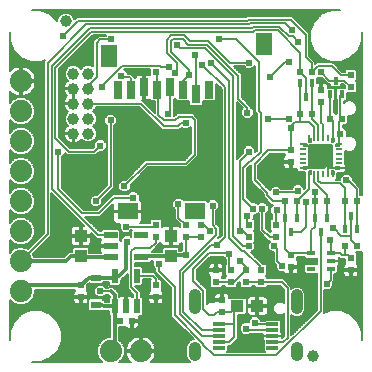
<source format=gbl>
G75*
%MOIN*%
%OFA0B0*%
%FSLAX25Y25*%
%IPPOS*%
%LPD*%
%AMOC8*
5,1,8,0,0,1.08239X$1,22.5*
%
%ADD10R,0.02165X0.04724*%
%ADD11R,0.02362X0.02362*%
%ADD12C,0.03937*%
%ADD13R,0.04331X0.03937*%
%ADD14R,0.03937X0.01181*%
%ADD15R,0.07087X0.05512*%
%ADD16R,0.05512X0.07480*%
%ADD17R,0.03150X0.05906*%
%ADD18R,0.01949X0.00984*%
%ADD19R,0.02362X0.00984*%
%ADD20R,0.00984X0.01949*%
%ADD21R,0.00984X0.02362*%
%ADD22C,0.00010*%
%ADD23R,0.02953X0.01575*%
%ADD24R,0.01811X0.02559*%
%ADD25R,0.04724X0.02165*%
%ADD26C,0.07400*%
%ADD27R,0.03937X0.04331*%
%ADD28R,0.03268X0.02480*%
%ADD29C,0.03937*%
%ADD30C,0.00600*%
%ADD31C,0.02400*%
%ADD32C,0.01200*%
D10*
X0187848Y0094881D03*
X0191588Y0094881D03*
X0195329Y0094881D03*
X0195329Y0105119D03*
X0187848Y0105119D03*
D11*
X0176588Y0101969D03*
X0176588Y0098031D03*
X0189620Y0090000D03*
X0193557Y0090000D03*
X0201588Y0098031D03*
X0201588Y0101969D03*
X0221588Y0103031D03*
X0226588Y0103031D03*
X0231588Y0103031D03*
X0231588Y0106969D03*
X0226588Y0106969D03*
X0221588Y0106969D03*
X0236588Y0106969D03*
X0236588Y0103031D03*
X0246588Y0108031D03*
X0246588Y0111969D03*
X0241588Y0118031D03*
X0241588Y0121969D03*
X0232588Y0121969D03*
X0232588Y0118031D03*
X0216588Y0118031D03*
X0211588Y0118031D03*
X0211588Y0121969D03*
X0216588Y0121969D03*
X0201588Y0121969D03*
X0201588Y0118031D03*
X0223588Y0096969D03*
X0223588Y0093031D03*
X0266588Y0107031D03*
X0266588Y0110969D03*
X0264620Y0115000D03*
X0268557Y0115000D03*
X0268557Y0130000D03*
X0264620Y0130000D03*
X0258557Y0130000D03*
X0254620Y0130000D03*
X0248557Y0130000D03*
X0244620Y0130000D03*
X0246588Y0143031D03*
X0246588Y0146969D03*
X0249620Y0159000D03*
X0253557Y0159000D03*
X0256588Y0163031D03*
X0256588Y0166969D03*
X0253557Y0173000D03*
X0249620Y0173000D03*
X0266588Y0171969D03*
X0266588Y0168031D03*
X0263557Y0157500D03*
X0259620Y0157500D03*
D12*
X0179088Y0157500D03*
X0174088Y0157500D03*
X0174088Y0162500D03*
X0179088Y0162500D03*
X0179088Y0167500D03*
X0174088Y0167500D03*
X0174088Y0172500D03*
X0179088Y0172500D03*
X0171588Y0190000D03*
X0174088Y0152500D03*
X0179088Y0152500D03*
X0254088Y0078500D03*
D13*
X0235435Y0095000D03*
X0228742Y0095000D03*
D14*
X0222730Y0088937D03*
X0222730Y0086969D03*
X0222730Y0085000D03*
X0222730Y0083031D03*
X0222730Y0081063D03*
X0240447Y0081063D03*
X0240447Y0083031D03*
X0240447Y0085000D03*
X0240447Y0086969D03*
X0240447Y0088937D03*
D15*
X0214600Y0126575D03*
X0192159Y0126575D03*
D16*
X0185860Y0178346D03*
X0237632Y0182283D03*
D17*
X0219285Y0167126D03*
X0214955Y0165551D03*
X0210624Y0167126D03*
X0206293Y0167913D03*
X0201962Y0167126D03*
X0197632Y0167913D03*
X0193301Y0167126D03*
X0188970Y0167126D03*
D18*
X0250476Y0148937D03*
X0262701Y0148937D03*
X0262701Y0141063D03*
X0250476Y0141063D03*
D19*
X0250683Y0142638D03*
X0250683Y0144213D03*
X0250683Y0145787D03*
X0250683Y0147362D03*
X0262494Y0147362D03*
X0262494Y0145787D03*
X0262494Y0144213D03*
X0262494Y0142638D03*
D20*
X0260525Y0138888D03*
X0252651Y0138888D03*
X0252651Y0151112D03*
X0260525Y0151112D03*
D21*
X0258951Y0150906D03*
X0257376Y0150906D03*
X0255801Y0150906D03*
X0254226Y0150906D03*
X0254226Y0139094D03*
X0255801Y0139094D03*
X0257376Y0139094D03*
X0258951Y0139094D03*
D22*
X0260033Y0139094D02*
X0261018Y0139094D01*
X0261018Y0139862D01*
X0260604Y0140276D01*
X0260033Y0140276D01*
X0260033Y0139094D01*
X0260033Y0139100D02*
X0261018Y0139100D01*
X0261018Y0139109D02*
X0260033Y0139109D01*
X0260033Y0139117D02*
X0261018Y0139117D01*
X0261018Y0139126D02*
X0260033Y0139126D01*
X0260033Y0139134D02*
X0261018Y0139134D01*
X0261018Y0139143D02*
X0260033Y0139143D01*
X0260033Y0139151D02*
X0261018Y0139151D01*
X0261018Y0139160D02*
X0260033Y0139160D01*
X0260033Y0139168D02*
X0261018Y0139168D01*
X0261018Y0139177D02*
X0260033Y0139177D01*
X0260033Y0139185D02*
X0261018Y0139185D01*
X0261018Y0139194D02*
X0260033Y0139194D01*
X0260033Y0139202D02*
X0261018Y0139202D01*
X0261018Y0139211D02*
X0260033Y0139211D01*
X0260033Y0139219D02*
X0261018Y0139219D01*
X0261018Y0139228D02*
X0260033Y0139228D01*
X0260033Y0139236D02*
X0261018Y0139236D01*
X0261018Y0139245D02*
X0260033Y0139245D01*
X0260033Y0139253D02*
X0261018Y0139253D01*
X0261018Y0139262D02*
X0260033Y0139262D01*
X0260033Y0139271D02*
X0261018Y0139271D01*
X0261018Y0139279D02*
X0260033Y0139279D01*
X0260033Y0139288D02*
X0261018Y0139288D01*
X0261018Y0139296D02*
X0260033Y0139296D01*
X0260033Y0139305D02*
X0261018Y0139305D01*
X0261018Y0139313D02*
X0260033Y0139313D01*
X0260033Y0139322D02*
X0261018Y0139322D01*
X0261018Y0139330D02*
X0260033Y0139330D01*
X0260033Y0139339D02*
X0261018Y0139339D01*
X0261018Y0139347D02*
X0260033Y0139347D01*
X0260033Y0139356D02*
X0261018Y0139356D01*
X0261018Y0139364D02*
X0260033Y0139364D01*
X0260033Y0139373D02*
X0261018Y0139373D01*
X0261018Y0139381D02*
X0260033Y0139381D01*
X0260033Y0139390D02*
X0261018Y0139390D01*
X0261018Y0139398D02*
X0260033Y0139398D01*
X0260033Y0139407D02*
X0261018Y0139407D01*
X0261018Y0139415D02*
X0260033Y0139415D01*
X0260033Y0139424D02*
X0261018Y0139424D01*
X0261018Y0139432D02*
X0260033Y0139432D01*
X0260033Y0139441D02*
X0261018Y0139441D01*
X0261018Y0139449D02*
X0260033Y0139449D01*
X0260033Y0139458D02*
X0261018Y0139458D01*
X0261018Y0139466D02*
X0260033Y0139466D01*
X0260033Y0139475D02*
X0261018Y0139475D01*
X0261018Y0139483D02*
X0260033Y0139483D01*
X0260033Y0139492D02*
X0261018Y0139492D01*
X0261018Y0139500D02*
X0260033Y0139500D01*
X0260033Y0139509D02*
X0261018Y0139509D01*
X0261018Y0139517D02*
X0260033Y0139517D01*
X0260033Y0139526D02*
X0261018Y0139526D01*
X0261018Y0139534D02*
X0260033Y0139534D01*
X0260033Y0139543D02*
X0261018Y0139543D01*
X0261018Y0139551D02*
X0260033Y0139551D01*
X0260033Y0139560D02*
X0261018Y0139560D01*
X0261018Y0139569D02*
X0260033Y0139569D01*
X0260033Y0139577D02*
X0261018Y0139577D01*
X0261018Y0139586D02*
X0260033Y0139586D01*
X0260033Y0139594D02*
X0261018Y0139594D01*
X0261018Y0139603D02*
X0260033Y0139603D01*
X0260033Y0139611D02*
X0261018Y0139611D01*
X0261018Y0139620D02*
X0260033Y0139620D01*
X0260033Y0139628D02*
X0261018Y0139628D01*
X0261018Y0139637D02*
X0260033Y0139637D01*
X0260033Y0139645D02*
X0261018Y0139645D01*
X0261018Y0139654D02*
X0260033Y0139654D01*
X0260033Y0139662D02*
X0261018Y0139662D01*
X0261018Y0139671D02*
X0260033Y0139671D01*
X0260033Y0139679D02*
X0261018Y0139679D01*
X0261018Y0139688D02*
X0260033Y0139688D01*
X0260033Y0139696D02*
X0261018Y0139696D01*
X0261018Y0139705D02*
X0260033Y0139705D01*
X0260033Y0139713D02*
X0261018Y0139713D01*
X0261018Y0139722D02*
X0260033Y0139722D01*
X0260033Y0139730D02*
X0261018Y0139730D01*
X0261018Y0139739D02*
X0260033Y0139739D01*
X0260033Y0139747D02*
X0261018Y0139747D01*
X0261018Y0139756D02*
X0260033Y0139756D01*
X0260033Y0139764D02*
X0261018Y0139764D01*
X0261018Y0139773D02*
X0260033Y0139773D01*
X0260033Y0139781D02*
X0261018Y0139781D01*
X0261018Y0139790D02*
X0260033Y0139790D01*
X0260033Y0139798D02*
X0261018Y0139798D01*
X0261018Y0139807D02*
X0260033Y0139807D01*
X0260033Y0139815D02*
X0261018Y0139815D01*
X0261018Y0139824D02*
X0260033Y0139824D01*
X0260033Y0139832D02*
X0261018Y0139832D01*
X0261018Y0139841D02*
X0260033Y0139841D01*
X0260033Y0139849D02*
X0261018Y0139849D01*
X0261018Y0139858D02*
X0260033Y0139858D01*
X0260033Y0139866D02*
X0261013Y0139866D01*
X0261005Y0139875D02*
X0260033Y0139875D01*
X0260033Y0139884D02*
X0260996Y0139884D01*
X0260988Y0139892D02*
X0260033Y0139892D01*
X0260033Y0139901D02*
X0260979Y0139901D01*
X0260971Y0139909D02*
X0260033Y0139909D01*
X0260033Y0139918D02*
X0260962Y0139918D01*
X0260954Y0139926D02*
X0260033Y0139926D01*
X0260033Y0139935D02*
X0260945Y0139935D01*
X0260937Y0139943D02*
X0260033Y0139943D01*
X0260033Y0139952D02*
X0260928Y0139952D01*
X0260920Y0139960D02*
X0260033Y0139960D01*
X0260033Y0139969D02*
X0260911Y0139969D01*
X0260903Y0139977D02*
X0260033Y0139977D01*
X0260033Y0139986D02*
X0260894Y0139986D01*
X0260886Y0139994D02*
X0260033Y0139994D01*
X0260033Y0140003D02*
X0260877Y0140003D01*
X0260869Y0140011D02*
X0260033Y0140011D01*
X0260033Y0140020D02*
X0260860Y0140020D01*
X0260852Y0140028D02*
X0260033Y0140028D01*
X0260033Y0140037D02*
X0260843Y0140037D01*
X0260834Y0140045D02*
X0260033Y0140045D01*
X0260033Y0140054D02*
X0260826Y0140054D01*
X0260817Y0140062D02*
X0260033Y0140062D01*
X0260033Y0140071D02*
X0260809Y0140071D01*
X0260800Y0140079D02*
X0260033Y0140079D01*
X0260033Y0140088D02*
X0260792Y0140088D01*
X0260783Y0140096D02*
X0260033Y0140096D01*
X0260033Y0140105D02*
X0260775Y0140105D01*
X0260766Y0140113D02*
X0260033Y0140113D01*
X0260033Y0140122D02*
X0260758Y0140122D01*
X0260749Y0140130D02*
X0260033Y0140130D01*
X0260033Y0140139D02*
X0260741Y0140139D01*
X0260732Y0140147D02*
X0260033Y0140147D01*
X0260033Y0140156D02*
X0260724Y0140156D01*
X0260715Y0140164D02*
X0260033Y0140164D01*
X0260033Y0140173D02*
X0260707Y0140173D01*
X0260698Y0140181D02*
X0260033Y0140181D01*
X0260033Y0140190D02*
X0260690Y0140190D01*
X0260681Y0140199D02*
X0260033Y0140199D01*
X0260033Y0140207D02*
X0260673Y0140207D01*
X0260664Y0140216D02*
X0260033Y0140216D01*
X0260033Y0140224D02*
X0260656Y0140224D01*
X0260647Y0140233D02*
X0260033Y0140233D01*
X0260033Y0140241D02*
X0260639Y0140241D01*
X0260630Y0140250D02*
X0260033Y0140250D01*
X0260033Y0140258D02*
X0260622Y0140258D01*
X0260613Y0140267D02*
X0260033Y0140267D01*
X0260033Y0140275D02*
X0260605Y0140275D01*
X0261315Y0140982D02*
X0262494Y0140982D01*
X0262494Y0140990D02*
X0261313Y0140990D01*
X0261313Y0140984D02*
X0261313Y0141555D01*
X0262494Y0141555D01*
X0262494Y0140571D01*
X0261726Y0140571D01*
X0261313Y0140984D01*
X0261313Y0140999D02*
X0262494Y0140999D01*
X0262494Y0141007D02*
X0261313Y0141007D01*
X0261313Y0141016D02*
X0262494Y0141016D01*
X0262494Y0141024D02*
X0261313Y0141024D01*
X0261313Y0141033D02*
X0262494Y0141033D01*
X0262494Y0141041D02*
X0261313Y0141041D01*
X0261313Y0141050D02*
X0262494Y0141050D01*
X0262494Y0141058D02*
X0261313Y0141058D01*
X0261313Y0141067D02*
X0262494Y0141067D01*
X0262494Y0141075D02*
X0261313Y0141075D01*
X0261313Y0141084D02*
X0262494Y0141084D01*
X0262494Y0141092D02*
X0261313Y0141092D01*
X0261313Y0141101D02*
X0262494Y0141101D01*
X0262494Y0141109D02*
X0261313Y0141109D01*
X0261313Y0141118D02*
X0262494Y0141118D01*
X0262494Y0141127D02*
X0261313Y0141127D01*
X0261313Y0141135D02*
X0262494Y0141135D01*
X0262494Y0141144D02*
X0261313Y0141144D01*
X0261313Y0141152D02*
X0262494Y0141152D01*
X0262494Y0141161D02*
X0261313Y0141161D01*
X0261313Y0141169D02*
X0262494Y0141169D01*
X0262494Y0141178D02*
X0261313Y0141178D01*
X0261313Y0141186D02*
X0262494Y0141186D01*
X0262494Y0141195D02*
X0261313Y0141195D01*
X0261313Y0141203D02*
X0262494Y0141203D01*
X0262494Y0141212D02*
X0261313Y0141212D01*
X0261313Y0141220D02*
X0262494Y0141220D01*
X0262494Y0141229D02*
X0261313Y0141229D01*
X0261313Y0141237D02*
X0262494Y0141237D01*
X0262494Y0141246D02*
X0261313Y0141246D01*
X0261313Y0141254D02*
X0262494Y0141254D01*
X0262494Y0141263D02*
X0261313Y0141263D01*
X0261313Y0141271D02*
X0262494Y0141271D01*
X0262494Y0141280D02*
X0261313Y0141280D01*
X0261313Y0141288D02*
X0262494Y0141288D01*
X0262494Y0141297D02*
X0261313Y0141297D01*
X0261313Y0141305D02*
X0262494Y0141305D01*
X0262494Y0141314D02*
X0261313Y0141314D01*
X0261313Y0141322D02*
X0262494Y0141322D01*
X0262494Y0141331D02*
X0261313Y0141331D01*
X0261313Y0141339D02*
X0262494Y0141339D01*
X0262494Y0141348D02*
X0261313Y0141348D01*
X0261313Y0141356D02*
X0262494Y0141356D01*
X0262494Y0141365D02*
X0261313Y0141365D01*
X0261313Y0141373D02*
X0262494Y0141373D01*
X0262494Y0141382D02*
X0261313Y0141382D01*
X0261313Y0141390D02*
X0262494Y0141390D01*
X0262494Y0141399D02*
X0261313Y0141399D01*
X0261313Y0141407D02*
X0262494Y0141407D01*
X0262494Y0141416D02*
X0261313Y0141416D01*
X0261313Y0141425D02*
X0262494Y0141425D01*
X0262494Y0141433D02*
X0261313Y0141433D01*
X0261313Y0141442D02*
X0262494Y0141442D01*
X0262494Y0141450D02*
X0261313Y0141450D01*
X0261313Y0141459D02*
X0262494Y0141459D01*
X0262494Y0141467D02*
X0261313Y0141467D01*
X0261313Y0141476D02*
X0262494Y0141476D01*
X0262494Y0141484D02*
X0261313Y0141484D01*
X0261313Y0141493D02*
X0262494Y0141493D01*
X0262494Y0141501D02*
X0261313Y0141501D01*
X0261313Y0141510D02*
X0262494Y0141510D01*
X0262494Y0141518D02*
X0261313Y0141518D01*
X0261313Y0141527D02*
X0262494Y0141527D01*
X0262494Y0141535D02*
X0261313Y0141535D01*
X0261313Y0141544D02*
X0262494Y0141544D01*
X0262494Y0141552D02*
X0261313Y0141552D01*
X0261324Y0140973D02*
X0262494Y0140973D01*
X0262494Y0140965D02*
X0261332Y0140965D01*
X0261341Y0140956D02*
X0262494Y0140956D01*
X0262494Y0140948D02*
X0261349Y0140948D01*
X0261358Y0140939D02*
X0262494Y0140939D01*
X0262494Y0140931D02*
X0261366Y0140931D01*
X0261375Y0140922D02*
X0262494Y0140922D01*
X0262494Y0140914D02*
X0261383Y0140914D01*
X0261392Y0140905D02*
X0262494Y0140905D01*
X0262494Y0140897D02*
X0261400Y0140897D01*
X0261409Y0140888D02*
X0262494Y0140888D01*
X0262494Y0140880D02*
X0261417Y0140880D01*
X0261426Y0140871D02*
X0262494Y0140871D01*
X0262494Y0140863D02*
X0261434Y0140863D01*
X0261443Y0140854D02*
X0262494Y0140854D01*
X0262494Y0140846D02*
X0261452Y0140846D01*
X0261460Y0140837D02*
X0262494Y0140837D01*
X0262494Y0140829D02*
X0261469Y0140829D01*
X0261477Y0140820D02*
X0262494Y0140820D01*
X0262494Y0140812D02*
X0261486Y0140812D01*
X0261494Y0140803D02*
X0262494Y0140803D01*
X0262494Y0140794D02*
X0261503Y0140794D01*
X0261511Y0140786D02*
X0262494Y0140786D01*
X0262494Y0140777D02*
X0261520Y0140777D01*
X0261528Y0140769D02*
X0262494Y0140769D01*
X0262494Y0140760D02*
X0261537Y0140760D01*
X0261545Y0140752D02*
X0262494Y0140752D01*
X0262494Y0140743D02*
X0261554Y0140743D01*
X0261562Y0140735D02*
X0262494Y0140735D01*
X0262494Y0140726D02*
X0261571Y0140726D01*
X0261579Y0140718D02*
X0262494Y0140718D01*
X0262494Y0140709D02*
X0261588Y0140709D01*
X0261596Y0140701D02*
X0262494Y0140701D01*
X0262494Y0140692D02*
X0261605Y0140692D01*
X0261613Y0140684D02*
X0262494Y0140684D01*
X0262494Y0140675D02*
X0261622Y0140675D01*
X0261630Y0140667D02*
X0262494Y0140667D01*
X0262494Y0140658D02*
X0261639Y0140658D01*
X0261647Y0140650D02*
X0262494Y0140650D01*
X0262494Y0140641D02*
X0261656Y0140641D01*
X0261664Y0140633D02*
X0262494Y0140633D01*
X0262494Y0140624D02*
X0261673Y0140624D01*
X0261681Y0140616D02*
X0262494Y0140616D01*
X0262494Y0140607D02*
X0261690Y0140607D01*
X0261698Y0140599D02*
X0262494Y0140599D01*
X0262494Y0140590D02*
X0261707Y0140590D01*
X0261715Y0140582D02*
X0262494Y0140582D01*
X0262494Y0140573D02*
X0261724Y0140573D01*
X0253144Y0140276D02*
X0253144Y0139094D01*
X0252159Y0139094D01*
X0252159Y0139862D01*
X0252573Y0140276D01*
X0253144Y0140276D01*
X0253144Y0140275D02*
X0252572Y0140275D01*
X0252564Y0140267D02*
X0253144Y0140267D01*
X0253144Y0140258D02*
X0252555Y0140258D01*
X0252547Y0140250D02*
X0253144Y0140250D01*
X0253144Y0140241D02*
X0252538Y0140241D01*
X0252530Y0140233D02*
X0253144Y0140233D01*
X0253144Y0140224D02*
X0252521Y0140224D01*
X0252513Y0140216D02*
X0253144Y0140216D01*
X0253144Y0140207D02*
X0252504Y0140207D01*
X0252496Y0140199D02*
X0253144Y0140199D01*
X0253144Y0140190D02*
X0252487Y0140190D01*
X0252479Y0140181D02*
X0253144Y0140181D01*
X0253144Y0140173D02*
X0252470Y0140173D01*
X0252462Y0140164D02*
X0253144Y0140164D01*
X0253144Y0140156D02*
X0252453Y0140156D01*
X0252445Y0140147D02*
X0253144Y0140147D01*
X0253144Y0140139D02*
X0252436Y0140139D01*
X0252427Y0140130D02*
X0253144Y0140130D01*
X0253144Y0140122D02*
X0252419Y0140122D01*
X0252410Y0140113D02*
X0253144Y0140113D01*
X0253144Y0140105D02*
X0252402Y0140105D01*
X0252393Y0140096D02*
X0253144Y0140096D01*
X0253144Y0140088D02*
X0252385Y0140088D01*
X0252376Y0140079D02*
X0253144Y0140079D01*
X0253144Y0140071D02*
X0252368Y0140071D01*
X0252359Y0140062D02*
X0253144Y0140062D01*
X0253144Y0140054D02*
X0252351Y0140054D01*
X0252342Y0140045D02*
X0253144Y0140045D01*
X0253144Y0140037D02*
X0252334Y0140037D01*
X0252325Y0140028D02*
X0253144Y0140028D01*
X0253144Y0140020D02*
X0252317Y0140020D01*
X0252308Y0140011D02*
X0253144Y0140011D01*
X0253144Y0140003D02*
X0252300Y0140003D01*
X0252291Y0139994D02*
X0253144Y0139994D01*
X0253144Y0139986D02*
X0252283Y0139986D01*
X0252274Y0139977D02*
X0253144Y0139977D01*
X0253144Y0139969D02*
X0252266Y0139969D01*
X0252257Y0139960D02*
X0253144Y0139960D01*
X0253144Y0139952D02*
X0252249Y0139952D01*
X0252240Y0139943D02*
X0253144Y0139943D01*
X0253144Y0139935D02*
X0252232Y0139935D01*
X0252223Y0139926D02*
X0253144Y0139926D01*
X0253144Y0139918D02*
X0252215Y0139918D01*
X0252206Y0139909D02*
X0253144Y0139909D01*
X0253144Y0139901D02*
X0252198Y0139901D01*
X0252189Y0139892D02*
X0253144Y0139892D01*
X0253144Y0139884D02*
X0252181Y0139884D01*
X0252172Y0139875D02*
X0253144Y0139875D01*
X0253144Y0139866D02*
X0252164Y0139866D01*
X0252159Y0139858D02*
X0253144Y0139858D01*
X0253144Y0139849D02*
X0252159Y0139849D01*
X0252159Y0139841D02*
X0253144Y0139841D01*
X0253144Y0139832D02*
X0252159Y0139832D01*
X0252159Y0139824D02*
X0253144Y0139824D01*
X0253144Y0139815D02*
X0252159Y0139815D01*
X0252159Y0139807D02*
X0253144Y0139807D01*
X0253144Y0139798D02*
X0252159Y0139798D01*
X0252159Y0139790D02*
X0253144Y0139790D01*
X0253144Y0139781D02*
X0252159Y0139781D01*
X0252159Y0139773D02*
X0253144Y0139773D01*
X0253144Y0139764D02*
X0252159Y0139764D01*
X0252159Y0139756D02*
X0253144Y0139756D01*
X0253144Y0139747D02*
X0252159Y0139747D01*
X0252159Y0139739D02*
X0253144Y0139739D01*
X0253144Y0139730D02*
X0252159Y0139730D01*
X0252159Y0139722D02*
X0253144Y0139722D01*
X0253144Y0139713D02*
X0252159Y0139713D01*
X0252159Y0139705D02*
X0253144Y0139705D01*
X0253144Y0139696D02*
X0252159Y0139696D01*
X0252159Y0139688D02*
X0253144Y0139688D01*
X0253144Y0139679D02*
X0252159Y0139679D01*
X0252159Y0139671D02*
X0253144Y0139671D01*
X0253144Y0139662D02*
X0252159Y0139662D01*
X0252159Y0139654D02*
X0253144Y0139654D01*
X0253144Y0139645D02*
X0252159Y0139645D01*
X0252159Y0139637D02*
X0253144Y0139637D01*
X0253144Y0139628D02*
X0252159Y0139628D01*
X0252159Y0139620D02*
X0253144Y0139620D01*
X0253144Y0139611D02*
X0252159Y0139611D01*
X0252159Y0139603D02*
X0253144Y0139603D01*
X0253144Y0139594D02*
X0252159Y0139594D01*
X0252159Y0139586D02*
X0253144Y0139586D01*
X0253144Y0139577D02*
X0252159Y0139577D01*
X0252159Y0139569D02*
X0253144Y0139569D01*
X0253144Y0139560D02*
X0252159Y0139560D01*
X0252159Y0139551D02*
X0253144Y0139551D01*
X0253144Y0139543D02*
X0252159Y0139543D01*
X0252159Y0139534D02*
X0253144Y0139534D01*
X0253144Y0139526D02*
X0252159Y0139526D01*
X0252159Y0139517D02*
X0253144Y0139517D01*
X0253144Y0139509D02*
X0252159Y0139509D01*
X0252159Y0139500D02*
X0253144Y0139500D01*
X0253144Y0139492D02*
X0252159Y0139492D01*
X0252159Y0139483D02*
X0253144Y0139483D01*
X0253144Y0139475D02*
X0252159Y0139475D01*
X0252159Y0139466D02*
X0253144Y0139466D01*
X0253144Y0139458D02*
X0252159Y0139458D01*
X0252159Y0139449D02*
X0253144Y0139449D01*
X0253144Y0139441D02*
X0252159Y0139441D01*
X0252159Y0139432D02*
X0253144Y0139432D01*
X0253144Y0139424D02*
X0252159Y0139424D01*
X0252159Y0139415D02*
X0253144Y0139415D01*
X0253144Y0139407D02*
X0252159Y0139407D01*
X0252159Y0139398D02*
X0253144Y0139398D01*
X0253144Y0139390D02*
X0252159Y0139390D01*
X0252159Y0139381D02*
X0253144Y0139381D01*
X0253144Y0139373D02*
X0252159Y0139373D01*
X0252159Y0139364D02*
X0253144Y0139364D01*
X0253144Y0139356D02*
X0252159Y0139356D01*
X0252159Y0139347D02*
X0253144Y0139347D01*
X0253144Y0139339D02*
X0252159Y0139339D01*
X0252159Y0139330D02*
X0253144Y0139330D01*
X0253144Y0139322D02*
X0252159Y0139322D01*
X0252159Y0139313D02*
X0253144Y0139313D01*
X0253144Y0139305D02*
X0252159Y0139305D01*
X0252159Y0139296D02*
X0253144Y0139296D01*
X0253144Y0139288D02*
X0252159Y0139288D01*
X0252159Y0139279D02*
X0253144Y0139279D01*
X0253144Y0139271D02*
X0252159Y0139271D01*
X0252159Y0139262D02*
X0253144Y0139262D01*
X0253144Y0139253D02*
X0252159Y0139253D01*
X0252159Y0139245D02*
X0253144Y0139245D01*
X0253144Y0139236D02*
X0252159Y0139236D01*
X0252159Y0139228D02*
X0253144Y0139228D01*
X0253144Y0139219D02*
X0252159Y0139219D01*
X0252159Y0139211D02*
X0253144Y0139211D01*
X0253144Y0139202D02*
X0252159Y0139202D01*
X0252159Y0139194D02*
X0253144Y0139194D01*
X0253144Y0139185D02*
X0252159Y0139185D01*
X0252159Y0139177D02*
X0253144Y0139177D01*
X0253144Y0139168D02*
X0252159Y0139168D01*
X0252159Y0139160D02*
X0253144Y0139160D01*
X0253144Y0139151D02*
X0252159Y0139151D01*
X0252159Y0139143D02*
X0253144Y0139143D01*
X0253144Y0139134D02*
X0252159Y0139134D01*
X0252159Y0139126D02*
X0253144Y0139126D01*
X0253144Y0139117D02*
X0252159Y0139117D01*
X0252159Y0139109D02*
X0253144Y0139109D01*
X0253144Y0139100D02*
X0252159Y0139100D01*
X0251451Y0140571D02*
X0251864Y0140984D01*
X0251864Y0141555D01*
X0250683Y0141555D01*
X0250683Y0140571D01*
X0251451Y0140571D01*
X0251453Y0140573D02*
X0250683Y0140573D01*
X0250683Y0140582D02*
X0251461Y0140582D01*
X0251470Y0140590D02*
X0250683Y0140590D01*
X0250683Y0140599D02*
X0251478Y0140599D01*
X0251487Y0140607D02*
X0250683Y0140607D01*
X0250683Y0140616D02*
X0251495Y0140616D01*
X0251504Y0140624D02*
X0250683Y0140624D01*
X0250683Y0140633D02*
X0251512Y0140633D01*
X0251521Y0140641D02*
X0250683Y0140641D01*
X0250683Y0140650D02*
X0251530Y0140650D01*
X0251538Y0140658D02*
X0250683Y0140658D01*
X0250683Y0140667D02*
X0251547Y0140667D01*
X0251555Y0140675D02*
X0250683Y0140675D01*
X0250683Y0140684D02*
X0251564Y0140684D01*
X0251572Y0140692D02*
X0250683Y0140692D01*
X0250683Y0140701D02*
X0251581Y0140701D01*
X0251589Y0140709D02*
X0250683Y0140709D01*
X0250683Y0140718D02*
X0251598Y0140718D01*
X0251606Y0140726D02*
X0250683Y0140726D01*
X0250683Y0140735D02*
X0251615Y0140735D01*
X0251623Y0140743D02*
X0250683Y0140743D01*
X0250683Y0140752D02*
X0251632Y0140752D01*
X0251640Y0140760D02*
X0250683Y0140760D01*
X0250683Y0140769D02*
X0251649Y0140769D01*
X0251657Y0140777D02*
X0250683Y0140777D01*
X0250683Y0140786D02*
X0251666Y0140786D01*
X0251674Y0140794D02*
X0250683Y0140794D01*
X0250683Y0140803D02*
X0251683Y0140803D01*
X0251691Y0140812D02*
X0250683Y0140812D01*
X0250683Y0140820D02*
X0251700Y0140820D01*
X0251708Y0140829D02*
X0250683Y0140829D01*
X0250683Y0140837D02*
X0251717Y0140837D01*
X0251725Y0140846D02*
X0250683Y0140846D01*
X0250683Y0140854D02*
X0251734Y0140854D01*
X0251742Y0140863D02*
X0250683Y0140863D01*
X0250683Y0140871D02*
X0251751Y0140871D01*
X0251759Y0140880D02*
X0250683Y0140880D01*
X0250683Y0140888D02*
X0251768Y0140888D01*
X0251776Y0140897D02*
X0250683Y0140897D01*
X0250683Y0140905D02*
X0251785Y0140905D01*
X0251793Y0140914D02*
X0250683Y0140914D01*
X0250683Y0140922D02*
X0251802Y0140922D01*
X0251810Y0140931D02*
X0250683Y0140931D01*
X0250683Y0140939D02*
X0251819Y0140939D01*
X0251827Y0140948D02*
X0250683Y0140948D01*
X0250683Y0140956D02*
X0251836Y0140956D01*
X0251845Y0140965D02*
X0250683Y0140965D01*
X0250683Y0140973D02*
X0251853Y0140973D01*
X0251862Y0140982D02*
X0250683Y0140982D01*
X0250683Y0140990D02*
X0251864Y0140990D01*
X0251864Y0140999D02*
X0250683Y0140999D01*
X0250683Y0141007D02*
X0251864Y0141007D01*
X0251864Y0141016D02*
X0250683Y0141016D01*
X0250683Y0141024D02*
X0251864Y0141024D01*
X0251864Y0141033D02*
X0250683Y0141033D01*
X0250683Y0141041D02*
X0251864Y0141041D01*
X0251864Y0141050D02*
X0250683Y0141050D01*
X0250683Y0141058D02*
X0251864Y0141058D01*
X0251864Y0141067D02*
X0250683Y0141067D01*
X0250683Y0141075D02*
X0251864Y0141075D01*
X0251864Y0141084D02*
X0250683Y0141084D01*
X0250683Y0141092D02*
X0251864Y0141092D01*
X0251864Y0141101D02*
X0250683Y0141101D01*
X0250683Y0141109D02*
X0251864Y0141109D01*
X0251864Y0141118D02*
X0250683Y0141118D01*
X0250683Y0141127D02*
X0251864Y0141127D01*
X0251864Y0141135D02*
X0250683Y0141135D01*
X0250683Y0141144D02*
X0251864Y0141144D01*
X0251864Y0141152D02*
X0250683Y0141152D01*
X0250683Y0141161D02*
X0251864Y0141161D01*
X0251864Y0141169D02*
X0250683Y0141169D01*
X0250683Y0141178D02*
X0251864Y0141178D01*
X0251864Y0141186D02*
X0250683Y0141186D01*
X0250683Y0141195D02*
X0251864Y0141195D01*
X0251864Y0141203D02*
X0250683Y0141203D01*
X0250683Y0141212D02*
X0251864Y0141212D01*
X0251864Y0141220D02*
X0250683Y0141220D01*
X0250683Y0141229D02*
X0251864Y0141229D01*
X0251864Y0141237D02*
X0250683Y0141237D01*
X0250683Y0141246D02*
X0251864Y0141246D01*
X0251864Y0141254D02*
X0250683Y0141254D01*
X0250683Y0141263D02*
X0251864Y0141263D01*
X0251864Y0141271D02*
X0250683Y0141271D01*
X0250683Y0141280D02*
X0251864Y0141280D01*
X0251864Y0141288D02*
X0250683Y0141288D01*
X0250683Y0141297D02*
X0251864Y0141297D01*
X0251864Y0141305D02*
X0250683Y0141305D01*
X0250683Y0141314D02*
X0251864Y0141314D01*
X0251864Y0141322D02*
X0250683Y0141322D01*
X0250683Y0141331D02*
X0251864Y0141331D01*
X0251864Y0141339D02*
X0250683Y0141339D01*
X0250683Y0141348D02*
X0251864Y0141348D01*
X0251864Y0141356D02*
X0250683Y0141356D01*
X0250683Y0141365D02*
X0251864Y0141365D01*
X0251864Y0141373D02*
X0250683Y0141373D01*
X0250683Y0141382D02*
X0251864Y0141382D01*
X0251864Y0141390D02*
X0250683Y0141390D01*
X0250683Y0141399D02*
X0251864Y0141399D01*
X0251864Y0141407D02*
X0250683Y0141407D01*
X0250683Y0141416D02*
X0251864Y0141416D01*
X0251864Y0141425D02*
X0250683Y0141425D01*
X0250683Y0141433D02*
X0251864Y0141433D01*
X0251864Y0141442D02*
X0250683Y0141442D01*
X0250683Y0141450D02*
X0251864Y0141450D01*
X0251864Y0141459D02*
X0250683Y0141459D01*
X0250683Y0141467D02*
X0251864Y0141467D01*
X0251864Y0141476D02*
X0250683Y0141476D01*
X0250683Y0141484D02*
X0251864Y0141484D01*
X0251864Y0141493D02*
X0250683Y0141493D01*
X0250683Y0141501D02*
X0251864Y0141501D01*
X0251864Y0141510D02*
X0250683Y0141510D01*
X0250683Y0141518D02*
X0251864Y0141518D01*
X0251864Y0141527D02*
X0250683Y0141527D01*
X0250683Y0141535D02*
X0251864Y0141535D01*
X0251864Y0141544D02*
X0250683Y0141544D01*
X0250683Y0141552D02*
X0251864Y0141552D01*
X0251864Y0148445D02*
X0250683Y0148445D01*
X0250683Y0149429D01*
X0251451Y0149429D01*
X0251864Y0149016D01*
X0251864Y0148445D01*
X0251864Y0148448D02*
X0250683Y0148448D01*
X0250683Y0148457D02*
X0251864Y0148457D01*
X0251864Y0148465D02*
X0250683Y0148465D01*
X0250683Y0148474D02*
X0251864Y0148474D01*
X0251864Y0148482D02*
X0250683Y0148482D01*
X0250683Y0148491D02*
X0251864Y0148491D01*
X0251864Y0148499D02*
X0250683Y0148499D01*
X0250683Y0148508D02*
X0251864Y0148508D01*
X0251864Y0148516D02*
X0250683Y0148516D01*
X0250683Y0148525D02*
X0251864Y0148525D01*
X0251864Y0148534D02*
X0250683Y0148534D01*
X0250683Y0148542D02*
X0251864Y0148542D01*
X0251864Y0148551D02*
X0250683Y0148551D01*
X0250683Y0148559D02*
X0251864Y0148559D01*
X0251864Y0148568D02*
X0250683Y0148568D01*
X0250683Y0148576D02*
X0251864Y0148576D01*
X0251864Y0148585D02*
X0250683Y0148585D01*
X0250683Y0148593D02*
X0251864Y0148593D01*
X0251864Y0148602D02*
X0250683Y0148602D01*
X0250683Y0148610D02*
X0251864Y0148610D01*
X0251864Y0148619D02*
X0250683Y0148619D01*
X0250683Y0148627D02*
X0251864Y0148627D01*
X0251864Y0148636D02*
X0250683Y0148636D01*
X0250683Y0148644D02*
X0251864Y0148644D01*
X0251864Y0148653D02*
X0250683Y0148653D01*
X0250683Y0148661D02*
X0251864Y0148661D01*
X0251864Y0148670D02*
X0250683Y0148670D01*
X0250683Y0148678D02*
X0251864Y0148678D01*
X0251864Y0148687D02*
X0250683Y0148687D01*
X0250683Y0148695D02*
X0251864Y0148695D01*
X0251864Y0148704D02*
X0250683Y0148704D01*
X0250683Y0148712D02*
X0251864Y0148712D01*
X0251864Y0148721D02*
X0250683Y0148721D01*
X0250683Y0148729D02*
X0251864Y0148729D01*
X0251864Y0148738D02*
X0250683Y0148738D01*
X0250683Y0148746D02*
X0251864Y0148746D01*
X0251864Y0148755D02*
X0250683Y0148755D01*
X0250683Y0148763D02*
X0251864Y0148763D01*
X0251864Y0148772D02*
X0250683Y0148772D01*
X0250683Y0148780D02*
X0251864Y0148780D01*
X0251864Y0148789D02*
X0250683Y0148789D01*
X0250683Y0148797D02*
X0251864Y0148797D01*
X0251864Y0148806D02*
X0250683Y0148806D01*
X0250683Y0148814D02*
X0251864Y0148814D01*
X0251864Y0148823D02*
X0250683Y0148823D01*
X0250683Y0148831D02*
X0251864Y0148831D01*
X0251864Y0148840D02*
X0250683Y0148840D01*
X0250683Y0148849D02*
X0251864Y0148849D01*
X0251864Y0148857D02*
X0250683Y0148857D01*
X0250683Y0148866D02*
X0251864Y0148866D01*
X0251864Y0148874D02*
X0250683Y0148874D01*
X0250683Y0148883D02*
X0251864Y0148883D01*
X0251864Y0148891D02*
X0250683Y0148891D01*
X0250683Y0148900D02*
X0251864Y0148900D01*
X0251864Y0148908D02*
X0250683Y0148908D01*
X0250683Y0148917D02*
X0251864Y0148917D01*
X0251864Y0148925D02*
X0250683Y0148925D01*
X0250683Y0148934D02*
X0251864Y0148934D01*
X0251864Y0148942D02*
X0250683Y0148942D01*
X0250683Y0148951D02*
X0251864Y0148951D01*
X0251864Y0148959D02*
X0250683Y0148959D01*
X0250683Y0148968D02*
X0251864Y0148968D01*
X0251864Y0148976D02*
X0250683Y0148976D01*
X0250683Y0148985D02*
X0251864Y0148985D01*
X0251864Y0148993D02*
X0250683Y0148993D01*
X0250683Y0149002D02*
X0251864Y0149002D01*
X0251864Y0149010D02*
X0250683Y0149010D01*
X0250683Y0149019D02*
X0251861Y0149019D01*
X0251852Y0149027D02*
X0250683Y0149027D01*
X0250683Y0149036D02*
X0251844Y0149036D01*
X0251835Y0149044D02*
X0250683Y0149044D01*
X0250683Y0149053D02*
X0251827Y0149053D01*
X0251818Y0149061D02*
X0250683Y0149061D01*
X0250683Y0149070D02*
X0251810Y0149070D01*
X0251801Y0149078D02*
X0250683Y0149078D01*
X0250683Y0149087D02*
X0251793Y0149087D01*
X0251784Y0149095D02*
X0250683Y0149095D01*
X0250683Y0149104D02*
X0251776Y0149104D01*
X0251767Y0149112D02*
X0250683Y0149112D01*
X0250683Y0149121D02*
X0251759Y0149121D01*
X0251750Y0149129D02*
X0250683Y0149129D01*
X0250683Y0149138D02*
X0251742Y0149138D01*
X0251733Y0149147D02*
X0250683Y0149147D01*
X0250683Y0149155D02*
X0251725Y0149155D01*
X0251716Y0149164D02*
X0250683Y0149164D01*
X0250683Y0149172D02*
X0251708Y0149172D01*
X0251699Y0149181D02*
X0250683Y0149181D01*
X0250683Y0149189D02*
X0251691Y0149189D01*
X0251682Y0149198D02*
X0250683Y0149198D01*
X0250683Y0149206D02*
X0251674Y0149206D01*
X0251665Y0149215D02*
X0250683Y0149215D01*
X0250683Y0149223D02*
X0251657Y0149223D01*
X0251648Y0149232D02*
X0250683Y0149232D01*
X0250683Y0149240D02*
X0251640Y0149240D01*
X0251631Y0149249D02*
X0250683Y0149249D01*
X0250683Y0149257D02*
X0251623Y0149257D01*
X0251614Y0149266D02*
X0250683Y0149266D01*
X0250683Y0149274D02*
X0251606Y0149274D01*
X0251597Y0149283D02*
X0250683Y0149283D01*
X0250683Y0149291D02*
X0251589Y0149291D01*
X0251580Y0149300D02*
X0250683Y0149300D01*
X0250683Y0149308D02*
X0251571Y0149308D01*
X0251563Y0149317D02*
X0250683Y0149317D01*
X0250683Y0149325D02*
X0251554Y0149325D01*
X0251546Y0149334D02*
X0250683Y0149334D01*
X0250683Y0149342D02*
X0251537Y0149342D01*
X0251529Y0149351D02*
X0250683Y0149351D01*
X0250683Y0149359D02*
X0251520Y0149359D01*
X0251512Y0149368D02*
X0250683Y0149368D01*
X0250683Y0149376D02*
X0251503Y0149376D01*
X0251495Y0149385D02*
X0250683Y0149385D01*
X0250683Y0149393D02*
X0251486Y0149393D01*
X0251478Y0149402D02*
X0250683Y0149402D01*
X0250683Y0149410D02*
X0251469Y0149410D01*
X0251461Y0149419D02*
X0250683Y0149419D01*
X0250683Y0149427D02*
X0251452Y0149427D01*
X0252163Y0150134D02*
X0253144Y0150134D01*
X0253144Y0150126D02*
X0252171Y0150126D01*
X0252180Y0150117D02*
X0253144Y0150117D01*
X0253144Y0150109D02*
X0252189Y0150109D01*
X0252197Y0150100D02*
X0253144Y0150100D01*
X0253144Y0150092D02*
X0252206Y0150092D01*
X0252214Y0150083D02*
X0253144Y0150083D01*
X0253144Y0150075D02*
X0252223Y0150075D01*
X0252231Y0150066D02*
X0253144Y0150066D01*
X0253144Y0150057D02*
X0252240Y0150057D01*
X0252248Y0150049D02*
X0253144Y0150049D01*
X0253144Y0150040D02*
X0252257Y0150040D01*
X0252265Y0150032D02*
X0253144Y0150032D01*
X0253144Y0150023D02*
X0252274Y0150023D01*
X0252282Y0150015D02*
X0253144Y0150015D01*
X0253144Y0150006D02*
X0252291Y0150006D01*
X0252299Y0149998D02*
X0253144Y0149998D01*
X0253144Y0149989D02*
X0252308Y0149989D01*
X0252316Y0149981D02*
X0253144Y0149981D01*
X0253144Y0149972D02*
X0252325Y0149972D01*
X0252333Y0149964D02*
X0253144Y0149964D01*
X0253144Y0149955D02*
X0252342Y0149955D01*
X0252350Y0149947D02*
X0253144Y0149947D01*
X0253144Y0149938D02*
X0252359Y0149938D01*
X0252367Y0149930D02*
X0253144Y0149930D01*
X0253144Y0149921D02*
X0252376Y0149921D01*
X0252384Y0149913D02*
X0253144Y0149913D01*
X0253144Y0149904D02*
X0252393Y0149904D01*
X0252401Y0149896D02*
X0253144Y0149896D01*
X0253144Y0149887D02*
X0252410Y0149887D01*
X0252418Y0149879D02*
X0253144Y0149879D01*
X0253144Y0149870D02*
X0252427Y0149870D01*
X0252435Y0149862D02*
X0253144Y0149862D01*
X0253144Y0149853D02*
X0252444Y0149853D01*
X0252452Y0149845D02*
X0253144Y0149845D01*
X0253144Y0149836D02*
X0252461Y0149836D01*
X0252469Y0149828D02*
X0253144Y0149828D01*
X0253144Y0149819D02*
X0252478Y0149819D01*
X0252486Y0149811D02*
X0253144Y0149811D01*
X0253144Y0149802D02*
X0252495Y0149802D01*
X0252504Y0149794D02*
X0253144Y0149794D01*
X0253144Y0149785D02*
X0252512Y0149785D01*
X0252521Y0149777D02*
X0253144Y0149777D01*
X0253144Y0149768D02*
X0252529Y0149768D01*
X0252538Y0149759D02*
X0253144Y0149759D01*
X0253144Y0149751D02*
X0252546Y0149751D01*
X0252555Y0149742D02*
X0253144Y0149742D01*
X0253144Y0149734D02*
X0252563Y0149734D01*
X0252572Y0149725D02*
X0253144Y0149725D01*
X0253144Y0149724D02*
X0253144Y0150906D01*
X0252159Y0150906D01*
X0252159Y0150138D01*
X0252573Y0149724D01*
X0253144Y0149724D01*
X0253144Y0150143D02*
X0252159Y0150143D01*
X0252159Y0150151D02*
X0253144Y0150151D01*
X0253144Y0150160D02*
X0252159Y0150160D01*
X0252159Y0150168D02*
X0253144Y0150168D01*
X0253144Y0150177D02*
X0252159Y0150177D01*
X0252159Y0150185D02*
X0253144Y0150185D01*
X0253144Y0150194D02*
X0252159Y0150194D01*
X0252159Y0150202D02*
X0253144Y0150202D01*
X0253144Y0150211D02*
X0252159Y0150211D01*
X0252159Y0150219D02*
X0253144Y0150219D01*
X0253144Y0150228D02*
X0252159Y0150228D01*
X0252159Y0150236D02*
X0253144Y0150236D01*
X0253144Y0150245D02*
X0252159Y0150245D01*
X0252159Y0150253D02*
X0253144Y0150253D01*
X0253144Y0150262D02*
X0252159Y0150262D01*
X0252159Y0150270D02*
X0253144Y0150270D01*
X0253144Y0150279D02*
X0252159Y0150279D01*
X0252159Y0150287D02*
X0253144Y0150287D01*
X0253144Y0150296D02*
X0252159Y0150296D01*
X0252159Y0150304D02*
X0253144Y0150304D01*
X0253144Y0150313D02*
X0252159Y0150313D01*
X0252159Y0150321D02*
X0253144Y0150321D01*
X0253144Y0150330D02*
X0252159Y0150330D01*
X0252159Y0150338D02*
X0253144Y0150338D01*
X0253144Y0150347D02*
X0252159Y0150347D01*
X0252159Y0150355D02*
X0253144Y0150355D01*
X0253144Y0150364D02*
X0252159Y0150364D01*
X0252159Y0150372D02*
X0253144Y0150372D01*
X0253144Y0150381D02*
X0252159Y0150381D01*
X0252159Y0150390D02*
X0253144Y0150390D01*
X0253144Y0150398D02*
X0252159Y0150398D01*
X0252159Y0150407D02*
X0253144Y0150407D01*
X0253144Y0150415D02*
X0252159Y0150415D01*
X0252159Y0150424D02*
X0253144Y0150424D01*
X0253144Y0150432D02*
X0252159Y0150432D01*
X0252159Y0150441D02*
X0253144Y0150441D01*
X0253144Y0150449D02*
X0252159Y0150449D01*
X0252159Y0150458D02*
X0253144Y0150458D01*
X0253144Y0150466D02*
X0252159Y0150466D01*
X0252159Y0150475D02*
X0253144Y0150475D01*
X0253144Y0150483D02*
X0252159Y0150483D01*
X0252159Y0150492D02*
X0253144Y0150492D01*
X0253144Y0150500D02*
X0252159Y0150500D01*
X0252159Y0150509D02*
X0253144Y0150509D01*
X0253144Y0150517D02*
X0252159Y0150517D01*
X0252159Y0150526D02*
X0253144Y0150526D01*
X0253144Y0150534D02*
X0252159Y0150534D01*
X0252159Y0150543D02*
X0253144Y0150543D01*
X0253144Y0150551D02*
X0252159Y0150551D01*
X0252159Y0150560D02*
X0253144Y0150560D01*
X0253144Y0150568D02*
X0252159Y0150568D01*
X0252159Y0150577D02*
X0253144Y0150577D01*
X0253144Y0150585D02*
X0252159Y0150585D01*
X0252159Y0150594D02*
X0253144Y0150594D01*
X0253144Y0150602D02*
X0252159Y0150602D01*
X0252159Y0150611D02*
X0253144Y0150611D01*
X0253144Y0150619D02*
X0252159Y0150619D01*
X0252159Y0150628D02*
X0253144Y0150628D01*
X0253144Y0150636D02*
X0252159Y0150636D01*
X0252159Y0150645D02*
X0253144Y0150645D01*
X0253144Y0150653D02*
X0252159Y0150653D01*
X0252159Y0150662D02*
X0253144Y0150662D01*
X0253144Y0150670D02*
X0252159Y0150670D01*
X0252159Y0150679D02*
X0253144Y0150679D01*
X0253144Y0150688D02*
X0252159Y0150688D01*
X0252159Y0150696D02*
X0253144Y0150696D01*
X0253144Y0150705D02*
X0252159Y0150705D01*
X0252159Y0150713D02*
X0253144Y0150713D01*
X0253144Y0150722D02*
X0252159Y0150722D01*
X0252159Y0150730D02*
X0253144Y0150730D01*
X0253144Y0150739D02*
X0252159Y0150739D01*
X0252159Y0150747D02*
X0253144Y0150747D01*
X0253144Y0150756D02*
X0252159Y0150756D01*
X0252159Y0150764D02*
X0253144Y0150764D01*
X0253144Y0150773D02*
X0252159Y0150773D01*
X0252159Y0150781D02*
X0253144Y0150781D01*
X0253144Y0150790D02*
X0252159Y0150790D01*
X0252159Y0150798D02*
X0253144Y0150798D01*
X0253144Y0150807D02*
X0252159Y0150807D01*
X0252159Y0150815D02*
X0253144Y0150815D01*
X0253144Y0150824D02*
X0252159Y0150824D01*
X0252159Y0150832D02*
X0253144Y0150832D01*
X0253144Y0150841D02*
X0252159Y0150841D01*
X0252159Y0150849D02*
X0253144Y0150849D01*
X0253144Y0150858D02*
X0252159Y0150858D01*
X0252159Y0150866D02*
X0253144Y0150866D01*
X0253144Y0150875D02*
X0252159Y0150875D01*
X0252159Y0150883D02*
X0253144Y0150883D01*
X0253144Y0150892D02*
X0252159Y0150892D01*
X0252159Y0150900D02*
X0253144Y0150900D01*
X0260033Y0150900D02*
X0261018Y0150900D01*
X0261018Y0150906D02*
X0260033Y0150906D01*
X0260033Y0149724D01*
X0260604Y0149724D01*
X0261018Y0150138D01*
X0261018Y0150906D01*
X0261018Y0150892D02*
X0260033Y0150892D01*
X0260033Y0150883D02*
X0261018Y0150883D01*
X0261018Y0150875D02*
X0260033Y0150875D01*
X0260033Y0150866D02*
X0261018Y0150866D01*
X0261018Y0150858D02*
X0260033Y0150858D01*
X0260033Y0150849D02*
X0261018Y0150849D01*
X0261018Y0150841D02*
X0260033Y0150841D01*
X0260033Y0150832D02*
X0261018Y0150832D01*
X0261018Y0150824D02*
X0260033Y0150824D01*
X0260033Y0150815D02*
X0261018Y0150815D01*
X0261018Y0150807D02*
X0260033Y0150807D01*
X0260033Y0150798D02*
X0261018Y0150798D01*
X0261018Y0150790D02*
X0260033Y0150790D01*
X0260033Y0150781D02*
X0261018Y0150781D01*
X0261018Y0150773D02*
X0260033Y0150773D01*
X0260033Y0150764D02*
X0261018Y0150764D01*
X0261018Y0150756D02*
X0260033Y0150756D01*
X0260033Y0150747D02*
X0261018Y0150747D01*
X0261018Y0150739D02*
X0260033Y0150739D01*
X0260033Y0150730D02*
X0261018Y0150730D01*
X0261018Y0150722D02*
X0260033Y0150722D01*
X0260033Y0150713D02*
X0261018Y0150713D01*
X0261018Y0150705D02*
X0260033Y0150705D01*
X0260033Y0150696D02*
X0261018Y0150696D01*
X0261018Y0150688D02*
X0260033Y0150688D01*
X0260033Y0150679D02*
X0261018Y0150679D01*
X0261018Y0150670D02*
X0260033Y0150670D01*
X0260033Y0150662D02*
X0261018Y0150662D01*
X0261018Y0150653D02*
X0260033Y0150653D01*
X0260033Y0150645D02*
X0261018Y0150645D01*
X0261018Y0150636D02*
X0260033Y0150636D01*
X0260033Y0150628D02*
X0261018Y0150628D01*
X0261018Y0150619D02*
X0260033Y0150619D01*
X0260033Y0150611D02*
X0261018Y0150611D01*
X0261018Y0150602D02*
X0260033Y0150602D01*
X0260033Y0150594D02*
X0261018Y0150594D01*
X0261018Y0150585D02*
X0260033Y0150585D01*
X0260033Y0150577D02*
X0261018Y0150577D01*
X0261018Y0150568D02*
X0260033Y0150568D01*
X0260033Y0150560D02*
X0261018Y0150560D01*
X0261018Y0150551D02*
X0260033Y0150551D01*
X0260033Y0150543D02*
X0261018Y0150543D01*
X0261018Y0150534D02*
X0260033Y0150534D01*
X0260033Y0150526D02*
X0261018Y0150526D01*
X0261018Y0150517D02*
X0260033Y0150517D01*
X0260033Y0150509D02*
X0261018Y0150509D01*
X0261018Y0150500D02*
X0260033Y0150500D01*
X0260033Y0150492D02*
X0261018Y0150492D01*
X0261018Y0150483D02*
X0260033Y0150483D01*
X0260033Y0150475D02*
X0261018Y0150475D01*
X0261018Y0150466D02*
X0260033Y0150466D01*
X0260033Y0150458D02*
X0261018Y0150458D01*
X0261018Y0150449D02*
X0260033Y0150449D01*
X0260033Y0150441D02*
X0261018Y0150441D01*
X0261018Y0150432D02*
X0260033Y0150432D01*
X0260033Y0150424D02*
X0261018Y0150424D01*
X0261018Y0150415D02*
X0260033Y0150415D01*
X0260033Y0150407D02*
X0261018Y0150407D01*
X0261018Y0150398D02*
X0260033Y0150398D01*
X0260033Y0150390D02*
X0261018Y0150390D01*
X0261018Y0150381D02*
X0260033Y0150381D01*
X0260033Y0150372D02*
X0261018Y0150372D01*
X0261018Y0150364D02*
X0260033Y0150364D01*
X0260033Y0150355D02*
X0261018Y0150355D01*
X0261018Y0150347D02*
X0260033Y0150347D01*
X0260033Y0150338D02*
X0261018Y0150338D01*
X0261018Y0150330D02*
X0260033Y0150330D01*
X0260033Y0150321D02*
X0261018Y0150321D01*
X0261018Y0150313D02*
X0260033Y0150313D01*
X0260033Y0150304D02*
X0261018Y0150304D01*
X0261018Y0150296D02*
X0260033Y0150296D01*
X0260033Y0150287D02*
X0261018Y0150287D01*
X0261018Y0150279D02*
X0260033Y0150279D01*
X0260033Y0150270D02*
X0261018Y0150270D01*
X0261018Y0150262D02*
X0260033Y0150262D01*
X0260033Y0150253D02*
X0261018Y0150253D01*
X0261018Y0150245D02*
X0260033Y0150245D01*
X0260033Y0150236D02*
X0261018Y0150236D01*
X0261018Y0150228D02*
X0260033Y0150228D01*
X0260033Y0150219D02*
X0261018Y0150219D01*
X0261018Y0150211D02*
X0260033Y0150211D01*
X0260033Y0150202D02*
X0261018Y0150202D01*
X0261018Y0150194D02*
X0260033Y0150194D01*
X0260033Y0150185D02*
X0261018Y0150185D01*
X0261018Y0150177D02*
X0260033Y0150177D01*
X0260033Y0150168D02*
X0261018Y0150168D01*
X0261018Y0150160D02*
X0260033Y0150160D01*
X0260033Y0150151D02*
X0261018Y0150151D01*
X0261018Y0150143D02*
X0260033Y0150143D01*
X0260033Y0150134D02*
X0261014Y0150134D01*
X0261005Y0150126D02*
X0260033Y0150126D01*
X0260033Y0150117D02*
X0260997Y0150117D01*
X0260988Y0150109D02*
X0260033Y0150109D01*
X0260033Y0150100D02*
X0260980Y0150100D01*
X0260971Y0150092D02*
X0260033Y0150092D01*
X0260033Y0150083D02*
X0260963Y0150083D01*
X0260954Y0150075D02*
X0260033Y0150075D01*
X0260033Y0150066D02*
X0260946Y0150066D01*
X0260937Y0150057D02*
X0260033Y0150057D01*
X0260033Y0150049D02*
X0260929Y0150049D01*
X0260920Y0150040D02*
X0260033Y0150040D01*
X0260033Y0150032D02*
X0260912Y0150032D01*
X0260903Y0150023D02*
X0260033Y0150023D01*
X0260033Y0150015D02*
X0260895Y0150015D01*
X0260886Y0150006D02*
X0260033Y0150006D01*
X0260033Y0149998D02*
X0260878Y0149998D01*
X0260869Y0149989D02*
X0260033Y0149989D01*
X0260033Y0149981D02*
X0260861Y0149981D01*
X0260852Y0149972D02*
X0260033Y0149972D01*
X0260033Y0149964D02*
X0260844Y0149964D01*
X0260835Y0149955D02*
X0260033Y0149955D01*
X0260033Y0149947D02*
X0260827Y0149947D01*
X0260818Y0149938D02*
X0260033Y0149938D01*
X0260033Y0149930D02*
X0260810Y0149930D01*
X0260801Y0149921D02*
X0260033Y0149921D01*
X0260033Y0149913D02*
X0260792Y0149913D01*
X0260784Y0149904D02*
X0260033Y0149904D01*
X0260033Y0149896D02*
X0260775Y0149896D01*
X0260767Y0149887D02*
X0260033Y0149887D01*
X0260033Y0149879D02*
X0260758Y0149879D01*
X0260750Y0149870D02*
X0260033Y0149870D01*
X0260033Y0149862D02*
X0260741Y0149862D01*
X0260733Y0149853D02*
X0260033Y0149853D01*
X0260033Y0149845D02*
X0260724Y0149845D01*
X0260716Y0149836D02*
X0260033Y0149836D01*
X0260033Y0149828D02*
X0260707Y0149828D01*
X0260699Y0149819D02*
X0260033Y0149819D01*
X0260033Y0149811D02*
X0260690Y0149811D01*
X0260682Y0149802D02*
X0260033Y0149802D01*
X0260033Y0149794D02*
X0260673Y0149794D01*
X0260665Y0149785D02*
X0260033Y0149785D01*
X0260033Y0149777D02*
X0260656Y0149777D01*
X0260648Y0149768D02*
X0260033Y0149768D01*
X0260033Y0149759D02*
X0260639Y0149759D01*
X0260631Y0149751D02*
X0260033Y0149751D01*
X0260033Y0149742D02*
X0260622Y0149742D01*
X0260614Y0149734D02*
X0260033Y0149734D01*
X0260033Y0149725D02*
X0260605Y0149725D01*
X0261313Y0149016D02*
X0261313Y0148445D01*
X0262494Y0148445D01*
X0262494Y0149429D01*
X0261726Y0149429D01*
X0261313Y0149016D01*
X0261316Y0149019D02*
X0262494Y0149019D01*
X0262494Y0149027D02*
X0261324Y0149027D01*
X0261333Y0149036D02*
X0262494Y0149036D01*
X0262494Y0149044D02*
X0261341Y0149044D01*
X0261350Y0149053D02*
X0262494Y0149053D01*
X0262494Y0149061D02*
X0261358Y0149061D01*
X0261367Y0149070D02*
X0262494Y0149070D01*
X0262494Y0149078D02*
X0261375Y0149078D01*
X0261384Y0149087D02*
X0262494Y0149087D01*
X0262494Y0149095D02*
X0261392Y0149095D01*
X0261401Y0149104D02*
X0262494Y0149104D01*
X0262494Y0149112D02*
X0261410Y0149112D01*
X0261418Y0149121D02*
X0262494Y0149121D01*
X0262494Y0149129D02*
X0261427Y0149129D01*
X0261435Y0149138D02*
X0262494Y0149138D01*
X0262494Y0149147D02*
X0261444Y0149147D01*
X0261452Y0149155D02*
X0262494Y0149155D01*
X0262494Y0149164D02*
X0261461Y0149164D01*
X0261469Y0149172D02*
X0262494Y0149172D01*
X0262494Y0149181D02*
X0261478Y0149181D01*
X0261486Y0149189D02*
X0262494Y0149189D01*
X0262494Y0149198D02*
X0261495Y0149198D01*
X0261503Y0149206D02*
X0262494Y0149206D01*
X0262494Y0149215D02*
X0261512Y0149215D01*
X0261520Y0149223D02*
X0262494Y0149223D01*
X0262494Y0149232D02*
X0261529Y0149232D01*
X0261537Y0149240D02*
X0262494Y0149240D01*
X0262494Y0149249D02*
X0261546Y0149249D01*
X0261554Y0149257D02*
X0262494Y0149257D01*
X0262494Y0149266D02*
X0261563Y0149266D01*
X0261571Y0149274D02*
X0262494Y0149274D01*
X0262494Y0149283D02*
X0261580Y0149283D01*
X0261588Y0149291D02*
X0262494Y0149291D01*
X0262494Y0149300D02*
X0261597Y0149300D01*
X0261605Y0149308D02*
X0262494Y0149308D01*
X0262494Y0149317D02*
X0261614Y0149317D01*
X0261622Y0149325D02*
X0262494Y0149325D01*
X0262494Y0149334D02*
X0261631Y0149334D01*
X0261639Y0149342D02*
X0262494Y0149342D01*
X0262494Y0149351D02*
X0261648Y0149351D01*
X0261656Y0149359D02*
X0262494Y0149359D01*
X0262494Y0149368D02*
X0261665Y0149368D01*
X0261673Y0149376D02*
X0262494Y0149376D01*
X0262494Y0149385D02*
X0261682Y0149385D01*
X0261690Y0149393D02*
X0262494Y0149393D01*
X0262494Y0149402D02*
X0261699Y0149402D01*
X0261708Y0149410D02*
X0262494Y0149410D01*
X0262494Y0149419D02*
X0261716Y0149419D01*
X0261725Y0149427D02*
X0262494Y0149427D01*
X0262494Y0149010D02*
X0261313Y0149010D01*
X0261313Y0149002D02*
X0262494Y0149002D01*
X0262494Y0148993D02*
X0261313Y0148993D01*
X0261313Y0148985D02*
X0262494Y0148985D01*
X0262494Y0148976D02*
X0261313Y0148976D01*
X0261313Y0148968D02*
X0262494Y0148968D01*
X0262494Y0148959D02*
X0261313Y0148959D01*
X0261313Y0148951D02*
X0262494Y0148951D01*
X0262494Y0148942D02*
X0261313Y0148942D01*
X0261313Y0148934D02*
X0262494Y0148934D01*
X0262494Y0148925D02*
X0261313Y0148925D01*
X0261313Y0148917D02*
X0262494Y0148917D01*
X0262494Y0148908D02*
X0261313Y0148908D01*
X0261313Y0148900D02*
X0262494Y0148900D01*
X0262494Y0148891D02*
X0261313Y0148891D01*
X0261313Y0148883D02*
X0262494Y0148883D01*
X0262494Y0148874D02*
X0261313Y0148874D01*
X0261313Y0148866D02*
X0262494Y0148866D01*
X0262494Y0148857D02*
X0261313Y0148857D01*
X0261313Y0148849D02*
X0262494Y0148849D01*
X0262494Y0148840D02*
X0261313Y0148840D01*
X0261313Y0148831D02*
X0262494Y0148831D01*
X0262494Y0148823D02*
X0261313Y0148823D01*
X0261313Y0148814D02*
X0262494Y0148814D01*
X0262494Y0148806D02*
X0261313Y0148806D01*
X0261313Y0148797D02*
X0262494Y0148797D01*
X0262494Y0148789D02*
X0261313Y0148789D01*
X0261313Y0148780D02*
X0262494Y0148780D01*
X0262494Y0148772D02*
X0261313Y0148772D01*
X0261313Y0148763D02*
X0262494Y0148763D01*
X0262494Y0148755D02*
X0261313Y0148755D01*
X0261313Y0148746D02*
X0262494Y0148746D01*
X0262494Y0148738D02*
X0261313Y0148738D01*
X0261313Y0148729D02*
X0262494Y0148729D01*
X0262494Y0148721D02*
X0261313Y0148721D01*
X0261313Y0148712D02*
X0262494Y0148712D01*
X0262494Y0148704D02*
X0261313Y0148704D01*
X0261313Y0148695D02*
X0262494Y0148695D01*
X0262494Y0148687D02*
X0261313Y0148687D01*
X0261313Y0148678D02*
X0262494Y0148678D01*
X0262494Y0148670D02*
X0261313Y0148670D01*
X0261313Y0148661D02*
X0262494Y0148661D01*
X0262494Y0148653D02*
X0261313Y0148653D01*
X0261313Y0148644D02*
X0262494Y0148644D01*
X0262494Y0148636D02*
X0261313Y0148636D01*
X0261313Y0148627D02*
X0262494Y0148627D01*
X0262494Y0148619D02*
X0261313Y0148619D01*
X0261313Y0148610D02*
X0262494Y0148610D01*
X0262494Y0148602D02*
X0261313Y0148602D01*
X0261313Y0148593D02*
X0262494Y0148593D01*
X0262494Y0148585D02*
X0261313Y0148585D01*
X0261313Y0148576D02*
X0262494Y0148576D01*
X0262494Y0148568D02*
X0261313Y0148568D01*
X0261313Y0148559D02*
X0262494Y0148559D01*
X0262494Y0148551D02*
X0261313Y0148551D01*
X0261313Y0148542D02*
X0262494Y0148542D01*
X0262494Y0148534D02*
X0261313Y0148534D01*
X0261313Y0148525D02*
X0262494Y0148525D01*
X0262494Y0148516D02*
X0261313Y0148516D01*
X0261313Y0148508D02*
X0262494Y0148508D01*
X0262494Y0148499D02*
X0261313Y0148499D01*
X0261313Y0148491D02*
X0262494Y0148491D01*
X0262494Y0148482D02*
X0261313Y0148482D01*
X0261313Y0148474D02*
X0262494Y0148474D01*
X0262494Y0148465D02*
X0261313Y0148465D01*
X0261313Y0148457D02*
X0262494Y0148457D01*
X0262494Y0148448D02*
X0261313Y0148448D01*
D23*
X0259836Y0112559D03*
X0259836Y0110000D03*
X0259836Y0107441D03*
X0253340Y0107441D03*
X0253340Y0112559D03*
D24*
X0256588Y0119803D03*
X0254620Y0124331D03*
X0258557Y0124331D03*
X0264620Y0120669D03*
X0268557Y0120669D03*
X0266588Y0125197D03*
X0248557Y0124331D03*
X0244620Y0124331D03*
X0246588Y0119803D03*
X0251588Y0164803D03*
X0249620Y0169331D03*
X0253557Y0169331D03*
X0259620Y0165669D03*
X0263557Y0165669D03*
X0261588Y0170197D03*
D25*
X0196707Y0118740D03*
X0186470Y0118740D03*
X0186470Y0115000D03*
X0186470Y0111260D03*
X0196707Y0111260D03*
D26*
X0156588Y0110000D03*
X0156588Y0100000D03*
X0156588Y0120000D03*
X0156588Y0130000D03*
X0156588Y0140000D03*
X0156588Y0150000D03*
X0156588Y0160000D03*
X0156588Y0170000D03*
X0186588Y0080000D03*
X0196588Y0080000D03*
D27*
X0206588Y0111654D03*
X0206588Y0118346D03*
X0176588Y0118346D03*
X0176588Y0111654D03*
D28*
X0181588Y0104528D03*
X0181588Y0095472D03*
D29*
X0214581Y0094232D02*
X0214581Y0094232D01*
X0214581Y0098564D01*
X0214581Y0098564D01*
X0214581Y0094232D01*
X0214581Y0097972D02*
X0214581Y0097972D01*
X0248596Y0094232D02*
X0248596Y0094232D01*
X0248596Y0098564D01*
X0248596Y0098564D01*
X0248596Y0094232D01*
X0248596Y0097972D02*
X0248596Y0097972D01*
X0248596Y0078760D02*
X0248596Y0078760D01*
X0248596Y0081122D01*
X0248596Y0081122D01*
X0248596Y0078760D01*
X0214581Y0078760D02*
X0214581Y0078760D01*
X0214581Y0081122D01*
X0214581Y0081122D01*
X0214581Y0078760D01*
D30*
X0163299Y0076400D02*
X0160317Y0076400D01*
X0161588Y0076300D01*
X0183783Y0076300D01*
X0182689Y0077394D01*
X0165699Y0077394D01*
X0166460Y0077709D02*
X0166460Y0077709D01*
X0168879Y0080128D01*
X0168879Y0080128D01*
X0170188Y0083289D01*
X0170188Y0086711D01*
X0168879Y0089871D01*
X0168879Y0089872D01*
X0166460Y0092291D01*
X0163299Y0093600D01*
X0159878Y0093600D01*
X0156717Y0092291D01*
X0154298Y0089872D01*
X0154298Y0089871D01*
X0152988Y0086711D01*
X0152988Y0083729D01*
X0152888Y0085000D01*
X0152888Y0097195D01*
X0153983Y0096100D01*
X0155673Y0095400D01*
X0157503Y0095400D01*
X0159194Y0096100D01*
X0160488Y0097394D01*
X0161188Y0099085D01*
X0161188Y0100469D01*
X0174507Y0100469D01*
X0174507Y0100415D01*
X0174647Y0100275D01*
X0174609Y0100253D01*
X0174367Y0100011D01*
X0174196Y0099714D01*
X0174107Y0099384D01*
X0174107Y0098322D01*
X0176298Y0098322D01*
X0176298Y0097741D01*
X0176879Y0097741D01*
X0176879Y0098322D01*
X0179070Y0098322D01*
X0179070Y0099384D01*
X0178981Y0099714D01*
X0178810Y0100011D01*
X0178568Y0100253D01*
X0178530Y0100275D01*
X0178670Y0100415D01*
X0178670Y0101928D01*
X0179355Y0102614D01*
X0179582Y0102387D01*
X0183595Y0102387D01*
X0184122Y0102915D01*
X0184122Y0103028D01*
X0185866Y0103028D01*
X0185866Y0102384D01*
X0186393Y0101856D01*
X0189304Y0101856D01*
X0189831Y0102384D01*
X0189831Y0103619D01*
X0189970Y0103619D01*
X0192146Y0105795D01*
X0192146Y0101740D01*
X0192146Y0100745D01*
X0194129Y0098763D01*
X0194129Y0098144D01*
X0193873Y0098144D01*
X0193733Y0098004D01*
X0193711Y0098042D01*
X0193469Y0098284D01*
X0193173Y0098455D01*
X0192842Y0098544D01*
X0191830Y0098544D01*
X0191830Y0095123D01*
X0191347Y0095123D01*
X0191347Y0098544D01*
X0190335Y0098544D01*
X0190004Y0098455D01*
X0189708Y0098284D01*
X0189465Y0098042D01*
X0189444Y0098004D01*
X0189348Y0098099D01*
X0189348Y0099361D01*
X0188470Y0100240D01*
X0187210Y0101500D01*
X0185967Y0101500D01*
X0185667Y0101200D01*
X0184858Y0101200D01*
X0183958Y0102100D01*
X0182219Y0102100D01*
X0180988Y0100870D01*
X0180988Y0099130D01*
X0182219Y0097900D01*
X0183958Y0097900D01*
X0184858Y0098800D01*
X0185667Y0098800D01*
X0186348Y0098119D01*
X0186348Y0098099D01*
X0185866Y0097616D01*
X0185866Y0096381D01*
X0184828Y0096381D01*
X0184210Y0097000D01*
X0184122Y0097000D01*
X0184122Y0097085D01*
X0183595Y0097613D01*
X0179582Y0097613D01*
X0179070Y0097100D01*
X0179070Y0097741D01*
X0176879Y0097741D01*
X0176879Y0095550D01*
X0177941Y0095550D01*
X0178271Y0095639D01*
X0178568Y0095810D01*
X0178810Y0096052D01*
X0178981Y0096349D01*
X0179055Y0096623D01*
X0179055Y0093859D01*
X0179582Y0093332D01*
X0183595Y0093332D01*
X0183644Y0093381D01*
X0185866Y0093381D01*
X0185866Y0092146D01*
X0186348Y0091664D01*
X0186348Y0084600D01*
X0185673Y0084600D01*
X0183983Y0083900D01*
X0182689Y0082606D01*
X0181988Y0080915D01*
X0181988Y0079085D01*
X0182689Y0077394D01*
X0182441Y0077993D02*
X0166743Y0077993D01*
X0166460Y0077709D02*
X0163299Y0076400D01*
X0164254Y0076796D02*
X0183287Y0076796D01*
X0182193Y0078591D02*
X0167342Y0078591D01*
X0167940Y0079190D02*
X0181988Y0079190D01*
X0181988Y0079788D02*
X0168539Y0079788D01*
X0168986Y0080387D02*
X0181988Y0080387D01*
X0182017Y0080985D02*
X0169234Y0080985D01*
X0169482Y0081584D02*
X0182265Y0081584D01*
X0182513Y0082182D02*
X0169730Y0082182D01*
X0169978Y0082781D02*
X0182864Y0082781D01*
X0183462Y0083379D02*
X0170188Y0083379D01*
X0170188Y0083978D02*
X0184171Y0083978D01*
X0185616Y0084576D02*
X0170188Y0084576D01*
X0170188Y0085175D02*
X0186348Y0085175D01*
X0186348Y0085773D02*
X0170188Y0085773D01*
X0170188Y0086372D02*
X0186348Y0086372D01*
X0186348Y0086970D02*
X0170081Y0086970D01*
X0169833Y0087569D02*
X0186348Y0087569D01*
X0186348Y0088167D02*
X0169585Y0088167D01*
X0169337Y0088766D02*
X0186348Y0088766D01*
X0186348Y0089364D02*
X0169089Y0089364D01*
X0168788Y0089963D02*
X0186348Y0089963D01*
X0186348Y0090561D02*
X0168189Y0090561D01*
X0167591Y0091160D02*
X0186348Y0091160D01*
X0186254Y0091758D02*
X0166992Y0091758D01*
X0166460Y0092291D02*
X0166460Y0092291D01*
X0166300Y0092357D02*
X0185866Y0092357D01*
X0185866Y0092955D02*
X0164855Y0092955D01*
X0163410Y0093554D02*
X0179360Y0093554D01*
X0179055Y0094152D02*
X0152888Y0094152D01*
X0152888Y0093554D02*
X0159766Y0093554D01*
X0158321Y0092955D02*
X0152888Y0092955D01*
X0152888Y0092357D02*
X0156877Y0092357D01*
X0156717Y0092291D02*
X0156717Y0092291D01*
X0156184Y0091758D02*
X0152888Y0091758D01*
X0152888Y0091160D02*
X0155586Y0091160D01*
X0154987Y0090561D02*
X0152888Y0090561D01*
X0152888Y0089963D02*
X0154389Y0089963D01*
X0154088Y0089364D02*
X0152888Y0089364D01*
X0152888Y0088766D02*
X0153840Y0088766D01*
X0153592Y0088167D02*
X0152888Y0088167D01*
X0152888Y0087569D02*
X0153344Y0087569D01*
X0153096Y0086970D02*
X0152888Y0086970D01*
X0152888Y0086372D02*
X0152988Y0086372D01*
X0152988Y0085773D02*
X0152888Y0085773D01*
X0152888Y0085175D02*
X0152988Y0085175D01*
X0152988Y0084576D02*
X0152922Y0084576D01*
X0152969Y0083978D02*
X0152988Y0083978D01*
X0152888Y0094751D02*
X0179055Y0094751D01*
X0179055Y0095349D02*
X0152888Y0095349D01*
X0152888Y0095948D02*
X0154351Y0095948D01*
X0153537Y0096546D02*
X0152888Y0096546D01*
X0152888Y0097145D02*
X0152938Y0097145D01*
X0158826Y0095948D02*
X0174471Y0095948D01*
X0174367Y0096052D02*
X0174609Y0095810D01*
X0174906Y0095639D01*
X0175236Y0095550D01*
X0176298Y0095550D01*
X0176298Y0097741D01*
X0174107Y0097741D01*
X0174107Y0096679D01*
X0174196Y0096349D01*
X0174367Y0096052D01*
X0174143Y0096546D02*
X0159640Y0096546D01*
X0160239Y0097145D02*
X0174107Y0097145D01*
X0174107Y0098342D02*
X0160881Y0098342D01*
X0161129Y0098940D02*
X0174107Y0098940D01*
X0174149Y0099539D02*
X0161188Y0099539D01*
X0161188Y0100137D02*
X0174494Y0100137D01*
X0178683Y0100137D02*
X0180988Y0100137D01*
X0180988Y0099539D02*
X0179028Y0099539D01*
X0179070Y0098940D02*
X0181178Y0098940D01*
X0181777Y0098342D02*
X0179070Y0098342D01*
X0179070Y0097145D02*
X0179114Y0097145D01*
X0179055Y0096546D02*
X0179034Y0096546D01*
X0179055Y0095948D02*
X0178705Y0095948D01*
X0176879Y0095948D02*
X0176298Y0095948D01*
X0176298Y0096546D02*
X0176879Y0096546D01*
X0176879Y0097145D02*
X0176298Y0097145D01*
X0176298Y0097743D02*
X0160633Y0097743D01*
X0176879Y0097743D02*
X0185993Y0097743D01*
X0185866Y0097145D02*
X0184063Y0097145D01*
X0184663Y0096546D02*
X0185866Y0096546D01*
X0186125Y0098342D02*
X0184400Y0098342D01*
X0183088Y0100000D02*
X0186588Y0100000D01*
X0185802Y0101334D02*
X0184724Y0101334D01*
X0184125Y0101933D02*
X0186316Y0101933D01*
X0185866Y0102532D02*
X0183739Y0102532D01*
X0182052Y0101933D02*
X0178674Y0101933D01*
X0178670Y0101334D02*
X0181453Y0101334D01*
X0180988Y0100736D02*
X0178670Y0100736D01*
X0179273Y0102532D02*
X0179438Y0102532D01*
X0187375Y0101334D02*
X0192146Y0101334D01*
X0192155Y0100736D02*
X0187974Y0100736D01*
X0188572Y0100137D02*
X0192754Y0100137D01*
X0193352Y0099539D02*
X0189171Y0099539D01*
X0189348Y0098940D02*
X0193951Y0098940D01*
X0194129Y0098342D02*
X0193369Y0098342D01*
X0191830Y0098342D02*
X0191347Y0098342D01*
X0191347Y0097743D02*
X0191830Y0097743D01*
X0191830Y0097145D02*
X0191347Y0097145D01*
X0191347Y0096546D02*
X0191830Y0096546D01*
X0191830Y0095948D02*
X0191347Y0095948D01*
X0191347Y0095349D02*
X0191830Y0095349D01*
X0195329Y0094881D02*
X0195329Y0099260D01*
X0193346Y0101243D01*
X0193346Y0107853D01*
X0193445Y0107952D01*
X0193445Y0113215D01*
X0194472Y0114243D01*
X0199687Y0114243D01*
X0201588Y0116144D01*
X0201588Y0118031D01*
X0202788Y0115950D02*
X0203142Y0115950D01*
X0203320Y0116128D01*
X0203320Y0116010D01*
X0203409Y0115679D01*
X0203580Y0115383D01*
X0203822Y0115141D01*
X0204118Y0114970D01*
X0204449Y0114881D01*
X0206288Y0114881D01*
X0206288Y0118046D01*
X0206888Y0118046D01*
X0206888Y0114881D01*
X0208728Y0114881D01*
X0209059Y0114970D01*
X0209355Y0115141D01*
X0209597Y0115383D01*
X0209768Y0115679D01*
X0209857Y0116010D01*
X0209857Y0116128D01*
X0210035Y0115950D01*
X0210388Y0115950D01*
X0210388Y0113770D01*
X0210119Y0113500D01*
X0209457Y0113500D01*
X0209457Y0114192D01*
X0208930Y0114719D01*
X0204247Y0114719D01*
X0203720Y0114192D01*
X0203720Y0113154D01*
X0200295Y0113154D01*
X0202788Y0115647D01*
X0202788Y0115950D01*
X0202788Y0115699D02*
X0203403Y0115699D01*
X0203892Y0115100D02*
X0202242Y0115100D01*
X0201643Y0114502D02*
X0204030Y0114502D01*
X0203720Y0113903D02*
X0201045Y0113903D01*
X0200446Y0113305D02*
X0203720Y0113305D01*
X0206288Y0115100D02*
X0206888Y0115100D01*
X0206888Y0115699D02*
X0206288Y0115699D01*
X0206288Y0116297D02*
X0206888Y0116297D01*
X0206888Y0116896D02*
X0206288Y0116896D01*
X0206288Y0117494D02*
X0206888Y0117494D01*
X0206888Y0118646D02*
X0206288Y0118646D01*
X0206288Y0121812D01*
X0204449Y0121812D01*
X0204118Y0121723D01*
X0203822Y0121552D01*
X0203670Y0121400D01*
X0203670Y0123522D01*
X0203142Y0124050D01*
X0200035Y0124050D01*
X0199507Y0123522D01*
X0199507Y0122715D01*
X0196391Y0122715D01*
X0196501Y0122779D01*
X0196743Y0123021D01*
X0196914Y0123317D01*
X0197003Y0123648D01*
X0197003Y0126275D01*
X0192459Y0126275D01*
X0192459Y0126875D01*
X0197003Y0126875D01*
X0197003Y0129502D01*
X0196914Y0129832D01*
X0196743Y0130129D01*
X0196501Y0130371D01*
X0196204Y0130542D01*
X0196188Y0130546D01*
X0196188Y0132001D01*
X0194958Y0133231D01*
X0193219Y0133231D01*
X0192319Y0132331D01*
X0187222Y0132331D01*
X0182091Y0127200D01*
X0177585Y0127200D01*
X0170288Y0134497D01*
X0170288Y0144730D01*
X0171188Y0145630D01*
X0171188Y0146203D01*
X0172091Y0145300D01*
X0181585Y0145300D01*
X0182288Y0146003D01*
X0182685Y0146400D01*
X0183958Y0146400D01*
X0185188Y0147630D01*
X0185188Y0149370D01*
X0183958Y0150600D01*
X0182219Y0150600D01*
X0180988Y0149370D01*
X0180988Y0148097D01*
X0180591Y0147700D01*
X0173085Y0147700D01*
X0169288Y0151497D01*
X0169288Y0174003D01*
X0180591Y0185306D01*
X0184924Y0185306D01*
X0184819Y0185200D01*
X0182591Y0185200D01*
X0181888Y0184497D01*
X0181460Y0184068D01*
X0180757Y0183366D01*
X0180757Y0174888D01*
X0180713Y0174932D01*
X0179659Y0175368D01*
X0178518Y0175368D01*
X0177464Y0174932D01*
X0176657Y0174125D01*
X0176588Y0173960D01*
X0176520Y0174125D01*
X0175713Y0174932D01*
X0174659Y0175368D01*
X0173518Y0175368D01*
X0172464Y0174932D01*
X0171657Y0174125D01*
X0171220Y0173071D01*
X0171220Y0171929D01*
X0171657Y0170875D01*
X0172297Y0170234D01*
X0172005Y0170039D01*
X0171550Y0169584D01*
X0171192Y0169048D01*
X0170946Y0168453D01*
X0170820Y0167822D01*
X0170820Y0167700D01*
X0173888Y0167700D01*
X0173888Y0167300D01*
X0170820Y0167300D01*
X0170820Y0167178D01*
X0170946Y0166547D01*
X0171192Y0165952D01*
X0171550Y0165416D01*
X0171966Y0165000D01*
X0171550Y0164584D01*
X0171192Y0164048D01*
X0170946Y0163453D01*
X0170820Y0162822D01*
X0170820Y0162700D01*
X0173888Y0162700D01*
X0173888Y0162300D01*
X0170820Y0162300D01*
X0170820Y0162178D01*
X0170946Y0161547D01*
X0171192Y0160952D01*
X0171550Y0160416D01*
X0172005Y0159961D01*
X0172297Y0159766D01*
X0171657Y0159125D01*
X0171220Y0158071D01*
X0171220Y0156929D01*
X0171657Y0155875D01*
X0172297Y0155234D01*
X0172005Y0155039D01*
X0171550Y0154584D01*
X0171192Y0154048D01*
X0170946Y0153453D01*
X0170820Y0152822D01*
X0170820Y0152700D01*
X0173888Y0152700D01*
X0173888Y0152300D01*
X0170820Y0152300D01*
X0170820Y0152178D01*
X0170946Y0151547D01*
X0171192Y0150952D01*
X0171550Y0150416D01*
X0172005Y0149961D01*
X0172540Y0149603D01*
X0173135Y0149357D01*
X0173766Y0149231D01*
X0173888Y0149231D01*
X0173888Y0152300D01*
X0174288Y0152300D01*
X0174288Y0149231D01*
X0174410Y0149231D01*
X0175042Y0149357D01*
X0175637Y0149603D01*
X0176172Y0149961D01*
X0176627Y0150416D01*
X0176823Y0150709D01*
X0177464Y0150068D01*
X0178518Y0149631D01*
X0179659Y0149631D01*
X0180713Y0150068D01*
X0181520Y0150875D01*
X0181957Y0151929D01*
X0181957Y0153071D01*
X0181520Y0154125D01*
X0180713Y0154932D01*
X0180549Y0155000D01*
X0180713Y0155068D01*
X0181520Y0155875D01*
X0181957Y0156929D01*
X0181957Y0158071D01*
X0181520Y0159125D01*
X0180713Y0159932D01*
X0180549Y0160000D01*
X0180713Y0160068D01*
X0181520Y0160875D01*
X0181696Y0161300D01*
X0196091Y0161300D01*
X0203691Y0153700D01*
X0209455Y0153700D01*
X0210158Y0154403D01*
X0210187Y0154432D01*
X0210719Y0153900D01*
X0212458Y0153900D01*
X0213388Y0154830D01*
X0213388Y0145997D01*
X0211091Y0143700D01*
X0198091Y0143700D01*
X0197388Y0142997D01*
X0191491Y0137100D01*
X0190219Y0137100D01*
X0188988Y0135870D01*
X0188988Y0134130D01*
X0190219Y0132900D01*
X0191958Y0132900D01*
X0193188Y0134130D01*
X0193188Y0135403D01*
X0199085Y0141300D01*
X0212085Y0141300D01*
X0212788Y0142003D01*
X0215085Y0144300D01*
X0215085Y0144300D01*
X0215788Y0145003D01*
X0215788Y0157497D01*
X0215085Y0158200D01*
X0213985Y0159300D01*
X0208721Y0159300D01*
X0208019Y0158597D01*
X0207688Y0158267D01*
X0207688Y0159870D01*
X0207493Y0160065D01*
X0207493Y0164061D01*
X0208149Y0164061D01*
X0208149Y0163800D01*
X0208676Y0163273D01*
X0212480Y0163273D01*
X0212480Y0162226D01*
X0213007Y0161698D01*
X0216902Y0161698D01*
X0217429Y0162226D01*
X0217429Y0163273D01*
X0221233Y0163273D01*
X0221760Y0163800D01*
X0221760Y0169131D01*
X0223488Y0167403D01*
X0223488Y0118697D01*
X0222391Y0117600D01*
X0222188Y0117600D01*
X0222888Y0118300D01*
X0222888Y0121367D01*
X0222185Y0122070D01*
X0221788Y0122467D01*
X0221788Y0126730D01*
X0222688Y0127630D01*
X0222688Y0129370D01*
X0221458Y0130600D01*
X0219719Y0130600D01*
X0218933Y0129814D01*
X0218516Y0130231D01*
X0210828Y0130231D01*
X0209958Y0131100D01*
X0208219Y0131100D01*
X0206988Y0129870D01*
X0206988Y0128130D01*
X0207888Y0127230D01*
X0207888Y0123971D01*
X0209507Y0122353D01*
X0209507Y0121400D01*
X0209355Y0121552D01*
X0209059Y0121723D01*
X0208728Y0121812D01*
X0206888Y0121812D01*
X0206888Y0118646D01*
X0206888Y0118691D02*
X0206288Y0118691D01*
X0206288Y0119290D02*
X0206888Y0119290D01*
X0206888Y0119888D02*
X0206288Y0119888D01*
X0206288Y0120487D02*
X0206888Y0120487D01*
X0206888Y0121085D02*
X0206288Y0121085D01*
X0206288Y0121684D02*
X0206888Y0121684D01*
X0209127Y0121684D02*
X0209507Y0121684D01*
X0209507Y0122282D02*
X0203670Y0122282D01*
X0203670Y0121684D02*
X0204050Y0121684D01*
X0203670Y0122881D02*
X0208979Y0122881D01*
X0208380Y0123479D02*
X0203670Y0123479D01*
X0201588Y0121969D02*
X0201135Y0121515D01*
X0191603Y0121515D01*
X0189503Y0121684D02*
X0181102Y0121684D01*
X0181700Y0121085D02*
X0189503Y0121085D01*
X0189503Y0120645D02*
X0190734Y0119415D01*
X0192473Y0119415D01*
X0193373Y0120315D01*
X0193564Y0120315D01*
X0193445Y0120196D01*
X0193445Y0118114D01*
X0192958Y0118600D01*
X0191219Y0118600D01*
X0189988Y0117370D01*
X0189988Y0116680D01*
X0189872Y0116881D01*
X0189630Y0117123D01*
X0189592Y0117145D01*
X0189732Y0117285D01*
X0189732Y0120196D01*
X0189205Y0120723D01*
X0183735Y0120723D01*
X0183208Y0120196D01*
X0183208Y0119940D01*
X0182845Y0119940D01*
X0177985Y0124800D01*
X0183085Y0124800D01*
X0183788Y0125503D01*
X0187316Y0129031D01*
X0187316Y0126875D01*
X0191859Y0126875D01*
X0191859Y0126275D01*
X0187316Y0126275D01*
X0187316Y0123648D01*
X0187405Y0123317D01*
X0187576Y0123021D01*
X0187818Y0122779D01*
X0188114Y0122607D01*
X0188445Y0122519D01*
X0189637Y0122519D01*
X0189503Y0122385D01*
X0189503Y0120645D01*
X0189441Y0120487D02*
X0189662Y0120487D01*
X0189732Y0119888D02*
X0190260Y0119888D01*
X0189732Y0119290D02*
X0193445Y0119290D01*
X0193445Y0119888D02*
X0192947Y0119888D01*
X0193445Y0118691D02*
X0189732Y0118691D01*
X0189732Y0118093D02*
X0190711Y0118093D01*
X0190113Y0117494D02*
X0189732Y0117494D01*
X0189857Y0116896D02*
X0189988Y0116896D01*
X0186470Y0118740D02*
X0182348Y0118740D01*
X0166888Y0134200D01*
X0166888Y0174997D01*
X0179597Y0187706D01*
X0233588Y0187706D01*
X0234006Y0188124D01*
X0242662Y0188124D01*
X0245885Y0184900D01*
X0247158Y0184900D01*
X0249073Y0182985D01*
X0251557Y0185501D02*
X0246535Y0190524D01*
X0232415Y0190524D01*
X0231997Y0190106D01*
X0175694Y0190106D01*
X0174457Y0188869D01*
X0174457Y0188812D01*
X0172777Y0187131D01*
X0172720Y0187131D01*
X0170588Y0185000D01*
X0176222Y0180937D02*
X0180757Y0180937D01*
X0180757Y0181535D02*
X0176820Y0181535D01*
X0177419Y0182134D02*
X0180757Y0182134D01*
X0180757Y0182732D02*
X0178017Y0182732D01*
X0178616Y0183331D02*
X0180757Y0183331D01*
X0181320Y0183929D02*
X0179215Y0183929D01*
X0179813Y0184528D02*
X0181919Y0184528D01*
X0182517Y0185126D02*
X0180412Y0185126D01*
X0180094Y0186506D02*
X0234085Y0186506D01*
X0234503Y0186924D01*
X0242165Y0186924D01*
X0249620Y0179469D01*
X0249620Y0173000D01*
X0251588Y0171031D01*
X0251588Y0164803D01*
X0256588Y0163031D02*
X0256588Y0156197D01*
X0257193Y0155592D01*
X0257193Y0151088D01*
X0257376Y0150906D01*
X0255801Y0150906D02*
X0255801Y0155287D01*
X0253557Y0157531D01*
X0253557Y0159000D01*
X0253557Y0169331D01*
X0255362Y0169450D02*
X0255362Y0170983D01*
X0255269Y0171077D01*
X0255405Y0171213D01*
X0255719Y0170900D01*
X0256991Y0170900D01*
X0258895Y0168997D01*
X0259783Y0168997D01*
X0259783Y0168545D01*
X0260310Y0168017D01*
X0262867Y0168017D01*
X0263394Y0168545D01*
X0263394Y0168997D01*
X0263926Y0168997D01*
X0264507Y0168416D01*
X0264507Y0167849D01*
X0262279Y0167849D01*
X0261751Y0167322D01*
X0261751Y0164017D01*
X0261857Y0163911D01*
X0261857Y0159435D01*
X0261588Y0159166D01*
X0261174Y0159581D01*
X0260820Y0159581D01*
X0260820Y0163490D01*
X0260898Y0163490D01*
X0261425Y0164017D01*
X0261425Y0167322D01*
X0260898Y0167849D01*
X0259070Y0167849D01*
X0259070Y0168321D01*
X0258981Y0168651D01*
X0258810Y0168948D01*
X0258568Y0169190D01*
X0258271Y0169361D01*
X0257941Y0169450D01*
X0256879Y0169450D01*
X0256879Y0167259D01*
X0256298Y0167259D01*
X0256298Y0169450D01*
X0255362Y0169450D01*
X0255362Y0169565D02*
X0258327Y0169565D01*
X0258791Y0168966D02*
X0259783Y0168966D01*
X0259960Y0168368D02*
X0259057Y0168368D01*
X0259392Y0170197D02*
X0256588Y0173000D01*
X0255719Y0175100D02*
X0260143Y0175100D01*
X0263275Y0171969D01*
X0266588Y0171969D01*
X0268670Y0171959D02*
X0270288Y0171959D01*
X0270288Y0172557D02*
X0268670Y0172557D01*
X0268670Y0173156D02*
X0270288Y0173156D01*
X0270288Y0173754D02*
X0268438Y0173754D01*
X0268670Y0173522D02*
X0268142Y0174050D01*
X0265035Y0174050D01*
X0264507Y0173522D01*
X0264507Y0173168D01*
X0263772Y0173168D01*
X0260640Y0176300D01*
X0255221Y0176300D01*
X0254757Y0175835D01*
X0254757Y0176497D01*
X0254054Y0177200D01*
X0252757Y0178497D01*
X0252757Y0185998D01*
X0247735Y0191021D01*
X0247032Y0191724D01*
X0231918Y0191724D01*
X0231500Y0191305D01*
X0175197Y0191305D01*
X0174494Y0190603D01*
X0174457Y0190566D01*
X0174457Y0190571D01*
X0174020Y0191625D01*
X0173213Y0192432D01*
X0172159Y0192868D01*
X0171018Y0192868D01*
X0169964Y0192432D01*
X0169157Y0191625D01*
X0168720Y0190571D01*
X0168720Y0190031D01*
X0166460Y0192291D01*
X0163299Y0193600D01*
X0160317Y0193600D01*
X0161588Y0193700D01*
X0261588Y0193700D01*
X0262859Y0193600D01*
X0259878Y0193600D01*
X0256717Y0192291D01*
X0254298Y0189872D01*
X0254298Y0189871D01*
X0252988Y0186711D01*
X0252988Y0183289D01*
X0254298Y0180128D01*
X0256717Y0177709D01*
X0259878Y0176400D01*
X0263299Y0176400D01*
X0266460Y0177709D01*
X0268879Y0180128D01*
X0268879Y0180128D01*
X0270188Y0183289D01*
X0270188Y0186271D01*
X0270288Y0185000D01*
X0270288Y0131903D01*
X0270111Y0132081D01*
X0269757Y0132081D01*
X0269757Y0134497D01*
X0267188Y0137066D01*
X0267188Y0137870D01*
X0265958Y0139100D01*
X0264219Y0139100D01*
X0262988Y0137870D01*
X0262988Y0137200D01*
X0261597Y0137200D01*
X0261937Y0137541D01*
X0261937Y0139271D01*
X0262701Y0139271D01*
X0263846Y0139271D01*
X0264177Y0139359D01*
X0264473Y0139531D01*
X0264715Y0139773D01*
X0264886Y0140069D01*
X0264975Y0140400D01*
X0264975Y0141063D01*
X0264975Y0141726D01*
X0264886Y0142057D01*
X0264715Y0142353D01*
X0264575Y0142494D01*
X0264575Y0146830D01*
X0264575Y0146830D01*
X0265557Y0146423D01*
X0266620Y0146423D01*
X0267602Y0146830D01*
X0268353Y0147581D01*
X0268760Y0148563D01*
X0268760Y0149626D01*
X0268353Y0150608D01*
X0267602Y0151359D01*
X0266620Y0151766D01*
X0265557Y0151766D01*
X0265160Y0151602D01*
X0265188Y0151630D01*
X0265188Y0153370D01*
X0263958Y0154600D01*
X0263901Y0154600D01*
X0263901Y0155419D01*
X0265111Y0155419D01*
X0265638Y0155946D01*
X0265638Y0158234D01*
X0266620Y0158234D01*
X0267602Y0158641D01*
X0268353Y0159392D01*
X0268760Y0160374D01*
X0268760Y0161437D01*
X0268353Y0162419D01*
X0267602Y0163170D01*
X0266620Y0163577D01*
X0265557Y0163577D01*
X0264575Y0163170D01*
X0264257Y0162852D01*
X0264257Y0163490D01*
X0264835Y0163490D01*
X0265362Y0164017D01*
X0265362Y0165950D01*
X0268142Y0165950D01*
X0268670Y0166478D01*
X0268670Y0169585D01*
X0268255Y0170000D01*
X0268670Y0170415D01*
X0268670Y0173522D01*
X0270288Y0174353D02*
X0262587Y0174353D01*
X0261989Y0174951D02*
X0270288Y0174951D01*
X0270288Y0175550D02*
X0261390Y0175550D01*
X0260792Y0176148D02*
X0270288Y0176148D01*
X0270288Y0176747D02*
X0264137Y0176747D01*
X0265582Y0177345D02*
X0270288Y0177345D01*
X0270288Y0177944D02*
X0266695Y0177944D01*
X0266460Y0177709D02*
X0266460Y0177709D01*
X0267293Y0178542D02*
X0270288Y0178542D01*
X0270288Y0179141D02*
X0267892Y0179141D01*
X0268490Y0179739D02*
X0270288Y0179739D01*
X0270288Y0180338D02*
X0268966Y0180338D01*
X0269214Y0180937D02*
X0270288Y0180937D01*
X0270288Y0181535D02*
X0269462Y0181535D01*
X0269710Y0182134D02*
X0270288Y0182134D01*
X0270288Y0182732D02*
X0269958Y0182732D01*
X0270188Y0183331D02*
X0270288Y0183331D01*
X0270288Y0183929D02*
X0270188Y0183929D01*
X0270188Y0184528D02*
X0270288Y0184528D01*
X0270278Y0185126D02*
X0270188Y0185126D01*
X0270188Y0185725D02*
X0270231Y0185725D01*
X0259649Y0193505D02*
X0163528Y0193505D01*
X0164973Y0192907D02*
X0258204Y0192907D01*
X0256759Y0192308D02*
X0173337Y0192308D01*
X0173935Y0191710D02*
X0231904Y0191710D01*
X0232912Y0189324D02*
X0244765Y0189324D01*
X0247088Y0187000D01*
X0250038Y0188717D02*
X0253820Y0188717D01*
X0254067Y0189316D02*
X0249440Y0189316D01*
X0248841Y0189914D02*
X0254340Y0189914D01*
X0254939Y0190513D02*
X0248243Y0190513D01*
X0247644Y0191111D02*
X0255537Y0191111D01*
X0256136Y0191710D02*
X0247046Y0191710D01*
X0250637Y0188119D02*
X0253572Y0188119D01*
X0253324Y0187520D02*
X0251235Y0187520D01*
X0251834Y0186922D02*
X0253076Y0186922D01*
X0252988Y0186323D02*
X0252432Y0186323D01*
X0252757Y0185725D02*
X0252988Y0185725D01*
X0252988Y0185126D02*
X0252757Y0185126D01*
X0252757Y0184528D02*
X0252988Y0184528D01*
X0252988Y0183929D02*
X0252757Y0183929D01*
X0252757Y0183331D02*
X0252988Y0183331D01*
X0252757Y0182732D02*
X0253219Y0182732D01*
X0253467Y0182134D02*
X0252757Y0182134D01*
X0252757Y0181535D02*
X0253715Y0181535D01*
X0253963Y0180937D02*
X0252757Y0180937D01*
X0252757Y0180338D02*
X0254211Y0180338D01*
X0254298Y0180128D02*
X0254298Y0180128D01*
X0254687Y0179739D02*
X0252757Y0179739D01*
X0252757Y0179141D02*
X0255285Y0179141D01*
X0255884Y0178542D02*
X0252757Y0178542D01*
X0253310Y0177944D02*
X0256482Y0177944D01*
X0256717Y0177709D02*
X0256717Y0177709D01*
X0257595Y0177345D02*
X0253909Y0177345D01*
X0254507Y0176747D02*
X0259040Y0176747D01*
X0255719Y0175100D02*
X0253619Y0173000D01*
X0253557Y0173000D01*
X0253557Y0176000D01*
X0251557Y0178000D01*
X0251557Y0185501D01*
X0256717Y0192291D02*
X0256717Y0192291D01*
X0232912Y0189324D02*
X0232494Y0188906D01*
X0178297Y0188906D01*
X0165588Y0176197D01*
X0165588Y0119000D01*
X0156588Y0110000D01*
X0160942Y0111509D02*
X0170976Y0111509D01*
X0170967Y0111500D02*
X0160946Y0111500D01*
X0160606Y0112321D01*
X0166085Y0117800D01*
X0166788Y0118503D01*
X0166788Y0132603D01*
X0177580Y0121812D01*
X0176888Y0121812D01*
X0176888Y0118646D01*
X0179857Y0118646D01*
X0179857Y0119534D01*
X0181851Y0117540D01*
X0182845Y0117540D01*
X0183208Y0117540D01*
X0183208Y0117285D01*
X0183348Y0117145D01*
X0183309Y0117123D01*
X0183067Y0116881D01*
X0182896Y0116584D01*
X0182808Y0116254D01*
X0182808Y0115241D01*
X0186228Y0115241D01*
X0186228Y0114759D01*
X0182808Y0114759D01*
X0182808Y0113746D01*
X0182896Y0113416D01*
X0183067Y0113119D01*
X0183309Y0112877D01*
X0183348Y0112855D01*
X0183252Y0112760D01*
X0179457Y0112760D01*
X0179457Y0114192D01*
X0178930Y0114719D01*
X0174247Y0114719D01*
X0173720Y0114192D01*
X0173720Y0113154D01*
X0172621Y0113154D01*
X0170967Y0111500D01*
X0171575Y0112108D02*
X0160694Y0112108D01*
X0160992Y0112706D02*
X0172173Y0112706D01*
X0173720Y0113305D02*
X0161590Y0113305D01*
X0162189Y0113903D02*
X0173720Y0113903D01*
X0174030Y0114502D02*
X0162787Y0114502D01*
X0163386Y0115100D02*
X0173892Y0115100D01*
X0173822Y0115141D02*
X0174118Y0114970D01*
X0174449Y0114881D01*
X0176288Y0114881D01*
X0176288Y0118046D01*
X0176888Y0118046D01*
X0176888Y0114881D01*
X0178728Y0114881D01*
X0179059Y0114970D01*
X0179355Y0115141D01*
X0179597Y0115383D01*
X0179768Y0115679D01*
X0179857Y0116010D01*
X0179857Y0118046D01*
X0176888Y0118046D01*
X0176888Y0118646D01*
X0176288Y0118646D01*
X0176288Y0118046D01*
X0173320Y0118046D01*
X0173320Y0116010D01*
X0173409Y0115679D01*
X0173580Y0115383D01*
X0173822Y0115141D01*
X0173403Y0115699D02*
X0163984Y0115699D01*
X0164583Y0116297D02*
X0173320Y0116297D01*
X0173320Y0116896D02*
X0165181Y0116896D01*
X0165780Y0117494D02*
X0173320Y0117494D01*
X0173320Y0118646D02*
X0176288Y0118646D01*
X0176288Y0121812D01*
X0174449Y0121812D01*
X0174118Y0121723D01*
X0173822Y0121552D01*
X0173580Y0121310D01*
X0173409Y0121014D01*
X0173320Y0120683D01*
X0173320Y0118646D01*
X0173320Y0118691D02*
X0166788Y0118691D01*
X0166788Y0119290D02*
X0173320Y0119290D01*
X0173320Y0119888D02*
X0166788Y0119888D01*
X0166788Y0120487D02*
X0173320Y0120487D01*
X0173450Y0121085D02*
X0166788Y0121085D01*
X0166788Y0121684D02*
X0174050Y0121684D01*
X0176288Y0121684D02*
X0176888Y0121684D01*
X0176888Y0121085D02*
X0176288Y0121085D01*
X0176288Y0120487D02*
X0176888Y0120487D01*
X0176888Y0119888D02*
X0176288Y0119888D01*
X0176288Y0119290D02*
X0176888Y0119290D01*
X0176888Y0118691D02*
X0176288Y0118691D01*
X0176288Y0118093D02*
X0166378Y0118093D01*
X0164388Y0119497D02*
X0158909Y0114018D01*
X0157503Y0114600D01*
X0155673Y0114600D01*
X0153983Y0113900D01*
X0152888Y0112805D01*
X0152888Y0117195D01*
X0153983Y0116100D01*
X0155673Y0115400D01*
X0157503Y0115400D01*
X0159194Y0116100D01*
X0160488Y0117394D01*
X0161188Y0119085D01*
X0161188Y0120915D01*
X0160488Y0122606D01*
X0159194Y0123900D01*
X0157503Y0124600D01*
X0155673Y0124600D01*
X0153983Y0123900D01*
X0152888Y0122805D01*
X0152888Y0127195D01*
X0153983Y0126100D01*
X0155673Y0125400D01*
X0157503Y0125400D01*
X0159194Y0126100D01*
X0160488Y0127394D01*
X0161188Y0129085D01*
X0161188Y0130915D01*
X0160488Y0132606D01*
X0159194Y0133900D01*
X0157503Y0134600D01*
X0155673Y0134600D01*
X0153983Y0133900D01*
X0152888Y0132805D01*
X0152888Y0137195D01*
X0153983Y0136100D01*
X0155673Y0135400D01*
X0157503Y0135400D01*
X0159194Y0136100D01*
X0160488Y0137394D01*
X0161188Y0139085D01*
X0161188Y0140915D01*
X0160488Y0142606D01*
X0159194Y0143900D01*
X0157503Y0144600D01*
X0155673Y0144600D01*
X0153983Y0143900D01*
X0152888Y0142805D01*
X0152888Y0147195D01*
X0153983Y0146100D01*
X0155673Y0145400D01*
X0157503Y0145400D01*
X0159194Y0146100D01*
X0160488Y0147394D01*
X0161188Y0149085D01*
X0161188Y0150915D01*
X0160488Y0152606D01*
X0159194Y0153900D01*
X0157503Y0154600D01*
X0155673Y0154600D01*
X0153983Y0153900D01*
X0152888Y0152805D01*
X0152888Y0157195D01*
X0153983Y0156100D01*
X0155673Y0155400D01*
X0157503Y0155400D01*
X0159194Y0156100D01*
X0160488Y0157394D01*
X0161188Y0159085D01*
X0161188Y0160915D01*
X0160488Y0162606D01*
X0159194Y0163900D01*
X0157503Y0164600D01*
X0155673Y0164600D01*
X0153983Y0163900D01*
X0152888Y0162805D01*
X0152888Y0166629D01*
X0153331Y0166186D01*
X0153968Y0165724D01*
X0154669Y0165366D01*
X0155418Y0165123D01*
X0156195Y0165000D01*
X0156288Y0165000D01*
X0156288Y0169700D01*
X0156888Y0169700D01*
X0156888Y0165000D01*
X0156982Y0165000D01*
X0157759Y0165123D01*
X0158508Y0165366D01*
X0159209Y0165724D01*
X0159846Y0166186D01*
X0160402Y0166743D01*
X0160865Y0167379D01*
X0161222Y0168081D01*
X0161465Y0168829D01*
X0161588Y0169606D01*
X0161588Y0169700D01*
X0156888Y0169700D01*
X0156888Y0170300D01*
X0156288Y0170300D01*
X0156288Y0175000D01*
X0156195Y0175000D01*
X0155418Y0174877D01*
X0154669Y0174634D01*
X0153968Y0174276D01*
X0153331Y0173814D01*
X0152888Y0173371D01*
X0152888Y0185000D01*
X0152988Y0186271D01*
X0152988Y0183289D01*
X0154298Y0180128D01*
X0156717Y0177709D01*
X0159878Y0176400D01*
X0163299Y0176400D01*
X0164657Y0176962D01*
X0164388Y0176694D01*
X0164388Y0119497D01*
X0164181Y0119290D02*
X0161188Y0119290D01*
X0161188Y0119888D02*
X0164388Y0119888D01*
X0164388Y0120487D02*
X0161188Y0120487D01*
X0161118Y0121085D02*
X0164388Y0121085D01*
X0164388Y0121684D02*
X0160870Y0121684D01*
X0160622Y0122282D02*
X0164388Y0122282D01*
X0164388Y0122881D02*
X0160213Y0122881D01*
X0159614Y0123479D02*
X0164388Y0123479D01*
X0164388Y0124078D02*
X0158764Y0124078D01*
X0158646Y0125873D02*
X0164388Y0125873D01*
X0164388Y0125275D02*
X0152888Y0125275D01*
X0152888Y0125873D02*
X0154530Y0125873D01*
X0153611Y0126472D02*
X0152888Y0126472D01*
X0152888Y0127070D02*
X0153013Y0127070D01*
X0152888Y0124676D02*
X0164388Y0124676D01*
X0164388Y0126472D02*
X0159566Y0126472D01*
X0160164Y0127070D02*
X0164388Y0127070D01*
X0164388Y0127669D02*
X0160602Y0127669D01*
X0160850Y0128268D02*
X0164388Y0128268D01*
X0164388Y0128866D02*
X0161098Y0128866D01*
X0161188Y0129465D02*
X0164388Y0129465D01*
X0164388Y0130063D02*
X0161188Y0130063D01*
X0161188Y0130662D02*
X0164388Y0130662D01*
X0164388Y0131260D02*
X0161045Y0131260D01*
X0160798Y0131859D02*
X0164388Y0131859D01*
X0164388Y0132457D02*
X0160550Y0132457D01*
X0160038Y0133056D02*
X0164388Y0133056D01*
X0164388Y0133654D02*
X0159440Y0133654D01*
X0158342Y0134253D02*
X0164388Y0134253D01*
X0164388Y0134851D02*
X0152888Y0134851D01*
X0152888Y0134253D02*
X0154835Y0134253D01*
X0153737Y0133654D02*
X0152888Y0133654D01*
X0152888Y0133056D02*
X0153139Y0133056D01*
X0152888Y0135450D02*
X0155554Y0135450D01*
X0154109Y0136048D02*
X0152888Y0136048D01*
X0152888Y0136647D02*
X0153436Y0136647D01*
X0157623Y0135450D02*
X0164388Y0135450D01*
X0164388Y0136048D02*
X0159068Y0136048D01*
X0159740Y0136647D02*
X0164388Y0136647D01*
X0164388Y0137245D02*
X0160339Y0137245D01*
X0160674Y0137844D02*
X0164388Y0137844D01*
X0164388Y0138442D02*
X0160922Y0138442D01*
X0161170Y0139041D02*
X0164388Y0139041D01*
X0164388Y0139639D02*
X0161188Y0139639D01*
X0161188Y0140238D02*
X0164388Y0140238D01*
X0164388Y0140836D02*
X0161188Y0140836D01*
X0160973Y0141435D02*
X0164388Y0141435D01*
X0164388Y0142033D02*
X0160725Y0142033D01*
X0160462Y0142632D02*
X0164388Y0142632D01*
X0164388Y0143230D02*
X0159863Y0143230D01*
X0159265Y0143829D02*
X0164388Y0143829D01*
X0164388Y0144427D02*
X0157920Y0144427D01*
X0158045Y0145624D02*
X0164388Y0145624D01*
X0164388Y0145026D02*
X0152888Y0145026D01*
X0152888Y0145624D02*
X0155132Y0145624D01*
X0155257Y0144427D02*
X0152888Y0144427D01*
X0152888Y0143829D02*
X0153912Y0143829D01*
X0153313Y0143230D02*
X0152888Y0143230D01*
X0152888Y0146223D02*
X0153860Y0146223D01*
X0153262Y0146821D02*
X0152888Y0146821D01*
X0152888Y0152806D02*
X0152890Y0152806D01*
X0152888Y0153405D02*
X0153488Y0153405D01*
X0152888Y0154003D02*
X0154233Y0154003D01*
X0152888Y0154602D02*
X0164388Y0154602D01*
X0164388Y0155201D02*
X0152888Y0155201D01*
X0152888Y0155799D02*
X0154710Y0155799D01*
X0153685Y0156398D02*
X0152888Y0156398D01*
X0152888Y0156996D02*
X0153087Y0156996D01*
X0158467Y0155799D02*
X0164388Y0155799D01*
X0164388Y0156398D02*
X0159491Y0156398D01*
X0160090Y0156996D02*
X0164388Y0156996D01*
X0164388Y0157595D02*
X0160571Y0157595D01*
X0160819Y0158193D02*
X0164388Y0158193D01*
X0164388Y0158792D02*
X0161067Y0158792D01*
X0161188Y0159390D02*
X0164388Y0159390D01*
X0164388Y0159989D02*
X0161188Y0159989D01*
X0161188Y0160587D02*
X0164388Y0160587D01*
X0164388Y0161186D02*
X0161076Y0161186D01*
X0160828Y0161784D02*
X0164388Y0161784D01*
X0164388Y0162383D02*
X0160580Y0162383D01*
X0160113Y0162981D02*
X0164388Y0162981D01*
X0164388Y0163580D02*
X0159514Y0163580D01*
X0158522Y0164178D02*
X0164388Y0164178D01*
X0164388Y0164777D02*
X0152888Y0164777D01*
X0152888Y0165375D02*
X0154652Y0165375D01*
X0153624Y0165974D02*
X0152888Y0165974D01*
X0152888Y0166572D02*
X0152945Y0166572D01*
X0152888Y0164178D02*
X0154655Y0164178D01*
X0153663Y0163580D02*
X0152888Y0163580D01*
X0152888Y0162981D02*
X0153064Y0162981D01*
X0156288Y0165375D02*
X0156888Y0165375D01*
X0156888Y0165974D02*
X0156288Y0165974D01*
X0156288Y0166572D02*
X0156888Y0166572D01*
X0156888Y0167171D02*
X0156288Y0167171D01*
X0156288Y0167769D02*
X0156888Y0167769D01*
X0156888Y0168368D02*
X0156288Y0168368D01*
X0156288Y0168966D02*
X0156888Y0168966D01*
X0156888Y0169565D02*
X0156288Y0169565D01*
X0156888Y0170163D02*
X0164388Y0170163D01*
X0164388Y0169565D02*
X0161582Y0169565D01*
X0161487Y0168966D02*
X0164388Y0168966D01*
X0164388Y0168368D02*
X0161315Y0168368D01*
X0161063Y0167769D02*
X0164388Y0167769D01*
X0164388Y0167171D02*
X0160713Y0167171D01*
X0160232Y0166572D02*
X0164388Y0166572D01*
X0164388Y0165974D02*
X0159553Y0165974D01*
X0158525Y0165375D02*
X0164388Y0165375D01*
X0169288Y0165375D02*
X0171591Y0165375D01*
X0171743Y0164777D02*
X0169288Y0164777D01*
X0169288Y0164178D02*
X0171279Y0164178D01*
X0170998Y0163580D02*
X0169288Y0163580D01*
X0169288Y0162981D02*
X0170852Y0162981D01*
X0170898Y0161784D02*
X0169288Y0161784D01*
X0169288Y0161186D02*
X0171095Y0161186D01*
X0171436Y0160587D02*
X0169288Y0160587D01*
X0169288Y0159989D02*
X0171977Y0159989D01*
X0171922Y0159390D02*
X0169288Y0159390D01*
X0169288Y0158792D02*
X0171519Y0158792D01*
X0171271Y0158193D02*
X0169288Y0158193D01*
X0169288Y0157595D02*
X0171220Y0157595D01*
X0171220Y0156996D02*
X0169288Y0156996D01*
X0169288Y0156398D02*
X0171440Y0156398D01*
X0171733Y0155799D02*
X0169288Y0155799D01*
X0169288Y0155201D02*
X0172247Y0155201D01*
X0171568Y0154602D02*
X0169288Y0154602D01*
X0169288Y0154003D02*
X0171173Y0154003D01*
X0170936Y0153405D02*
X0169288Y0153405D01*
X0169288Y0152806D02*
X0170820Y0152806D01*
X0170820Y0152208D02*
X0169288Y0152208D01*
X0169288Y0151609D02*
X0170933Y0151609D01*
X0171167Y0151011D02*
X0169775Y0151011D01*
X0170373Y0150412D02*
X0171554Y0150412D01*
X0170972Y0149814D02*
X0172225Y0149814D01*
X0171570Y0149215D02*
X0180988Y0149215D01*
X0180988Y0148617D02*
X0172169Y0148617D01*
X0172767Y0148018D02*
X0180910Y0148018D01*
X0181088Y0146500D02*
X0183088Y0148500D01*
X0185188Y0148617D02*
X0185319Y0148617D01*
X0185319Y0149215D02*
X0185188Y0149215D01*
X0185319Y0149814D02*
X0184744Y0149814D01*
X0185319Y0150412D02*
X0184146Y0150412D01*
X0185319Y0151011D02*
X0181576Y0151011D01*
X0181824Y0151609D02*
X0185319Y0151609D01*
X0185319Y0152208D02*
X0181957Y0152208D01*
X0181957Y0152806D02*
X0185319Y0152806D01*
X0185319Y0153405D02*
X0181818Y0153405D01*
X0181570Y0154003D02*
X0185319Y0154003D01*
X0185319Y0154602D02*
X0181043Y0154602D01*
X0180846Y0155201D02*
X0185248Y0155201D01*
X0185319Y0155130D02*
X0185319Y0135427D01*
X0181991Y0132100D01*
X0180719Y0132100D01*
X0179488Y0130870D01*
X0179488Y0129130D01*
X0180719Y0127900D01*
X0182458Y0127900D01*
X0183688Y0129130D01*
X0183688Y0130403D01*
X0187719Y0134433D01*
X0187719Y0155130D01*
X0188619Y0156030D01*
X0188619Y0157770D01*
X0187388Y0159000D01*
X0185649Y0159000D01*
X0184419Y0157770D01*
X0184419Y0156030D01*
X0185319Y0155130D01*
X0184650Y0155799D02*
X0181444Y0155799D01*
X0181737Y0156398D02*
X0184419Y0156398D01*
X0184419Y0156996D02*
X0181957Y0156996D01*
X0181957Y0157595D02*
X0184419Y0157595D01*
X0184842Y0158193D02*
X0181906Y0158193D01*
X0181658Y0158792D02*
X0185440Y0158792D01*
X0187597Y0158792D02*
X0198600Y0158792D01*
X0198001Y0159390D02*
X0181255Y0159390D01*
X0180576Y0159989D02*
X0197403Y0159989D01*
X0196804Y0160587D02*
X0181232Y0160587D01*
X0181649Y0161186D02*
X0196206Y0161186D01*
X0196588Y0162500D02*
X0204188Y0154900D01*
X0208958Y0154900D01*
X0210058Y0156000D01*
X0211588Y0156000D01*
X0213160Y0154602D02*
X0213388Y0154602D01*
X0213388Y0154003D02*
X0212562Y0154003D01*
X0213388Y0153405D02*
X0187719Y0153405D01*
X0187719Y0154003D02*
X0203388Y0154003D01*
X0202789Y0154602D02*
X0187719Y0154602D01*
X0187789Y0155201D02*
X0202191Y0155201D01*
X0201592Y0155799D02*
X0188387Y0155799D01*
X0188619Y0156398D02*
X0200994Y0156398D01*
X0200395Y0156996D02*
X0188619Y0156996D01*
X0188619Y0157595D02*
X0199797Y0157595D01*
X0199198Y0158193D02*
X0188195Y0158193D01*
X0186519Y0156900D02*
X0186519Y0134930D01*
X0181588Y0130000D01*
X0179488Y0130063D02*
X0174722Y0130063D01*
X0174124Y0130662D02*
X0179488Y0130662D01*
X0179879Y0131260D02*
X0173525Y0131260D01*
X0172927Y0131859D02*
X0180477Y0131859D01*
X0182348Y0132457D02*
X0172328Y0132457D01*
X0171730Y0133056D02*
X0182947Y0133056D01*
X0183545Y0133654D02*
X0171131Y0133654D01*
X0170533Y0134253D02*
X0184144Y0134253D01*
X0184742Y0134851D02*
X0170288Y0134851D01*
X0170288Y0135450D02*
X0185319Y0135450D01*
X0185319Y0136048D02*
X0170288Y0136048D01*
X0170288Y0136647D02*
X0185319Y0136647D01*
X0185319Y0137245D02*
X0170288Y0137245D01*
X0170288Y0137844D02*
X0185319Y0137844D01*
X0185319Y0138442D02*
X0170288Y0138442D01*
X0170288Y0139041D02*
X0185319Y0139041D01*
X0185319Y0139639D02*
X0170288Y0139639D01*
X0170288Y0140238D02*
X0185319Y0140238D01*
X0185319Y0140836D02*
X0170288Y0140836D01*
X0170288Y0141435D02*
X0185319Y0141435D01*
X0185319Y0142033D02*
X0170288Y0142033D01*
X0170288Y0142632D02*
X0185319Y0142632D01*
X0185319Y0143230D02*
X0170288Y0143230D01*
X0170288Y0143829D02*
X0185319Y0143829D01*
X0185319Y0144427D02*
X0170288Y0144427D01*
X0170584Y0145026D02*
X0185319Y0145026D01*
X0185319Y0145624D02*
X0181910Y0145624D01*
X0182508Y0146223D02*
X0185319Y0146223D01*
X0185319Y0146821D02*
X0184380Y0146821D01*
X0184978Y0147420D02*
X0185319Y0147420D01*
X0185319Y0148018D02*
X0185188Y0148018D01*
X0187719Y0148018D02*
X0213388Y0148018D01*
X0213388Y0147420D02*
X0187719Y0147420D01*
X0187719Y0146821D02*
X0213388Y0146821D01*
X0213388Y0146223D02*
X0187719Y0146223D01*
X0187719Y0145624D02*
X0213016Y0145624D01*
X0212417Y0145026D02*
X0187719Y0145026D01*
X0187719Y0144427D02*
X0211819Y0144427D01*
X0211220Y0143829D02*
X0187719Y0143829D01*
X0187719Y0143230D02*
X0197622Y0143230D01*
X0197023Y0142632D02*
X0187719Y0142632D01*
X0187719Y0142033D02*
X0196425Y0142033D01*
X0195826Y0141435D02*
X0187719Y0141435D01*
X0187719Y0140836D02*
X0195228Y0140836D01*
X0194629Y0140238D02*
X0187719Y0140238D01*
X0187719Y0139639D02*
X0194031Y0139639D01*
X0193432Y0139041D02*
X0187719Y0139041D01*
X0187719Y0138442D02*
X0192834Y0138442D01*
X0192235Y0137844D02*
X0187719Y0137844D01*
X0187719Y0137245D02*
X0191637Y0137245D01*
X0189765Y0136647D02*
X0187719Y0136647D01*
X0187719Y0136048D02*
X0189167Y0136048D01*
X0188988Y0135450D02*
X0187719Y0135450D01*
X0187719Y0134851D02*
X0188988Y0134851D01*
X0188988Y0134253D02*
X0187538Y0134253D01*
X0186940Y0133654D02*
X0189464Y0133654D01*
X0190063Y0133056D02*
X0186341Y0133056D01*
X0185743Y0132457D02*
X0192445Y0132457D01*
X0192114Y0133056D02*
X0193043Y0133056D01*
X0192712Y0133654D02*
X0223488Y0133654D01*
X0223488Y0133056D02*
X0195133Y0133056D01*
X0195732Y0132457D02*
X0223488Y0132457D01*
X0223488Y0131859D02*
X0196188Y0131859D01*
X0196188Y0131260D02*
X0223488Y0131260D01*
X0223488Y0130662D02*
X0210397Y0130662D01*
X0209088Y0129000D02*
X0209088Y0124469D01*
X0211588Y0121969D01*
X0207888Y0124078D02*
X0197003Y0124078D01*
X0197003Y0124676D02*
X0207888Y0124676D01*
X0207888Y0125275D02*
X0197003Y0125275D01*
X0197003Y0125873D02*
X0207888Y0125873D01*
X0207888Y0126472D02*
X0192459Y0126472D01*
X0191859Y0126472D02*
X0184757Y0126472D01*
X0184159Y0125873D02*
X0187316Y0125873D01*
X0187316Y0125275D02*
X0183560Y0125275D01*
X0182588Y0126000D02*
X0177088Y0126000D01*
X0169088Y0134000D01*
X0169088Y0146500D01*
X0171183Y0145624D02*
X0171767Y0145624D01*
X0172588Y0146500D02*
X0168088Y0151000D01*
X0168088Y0174500D01*
X0180094Y0186506D01*
X0183088Y0184000D02*
X0186588Y0184000D01*
X0183088Y0184000D02*
X0181957Y0182869D01*
X0181957Y0171312D01*
X0179088Y0168443D01*
X0179088Y0167500D01*
X0183588Y0168000D02*
X0183588Y0168306D01*
X0190382Y0175100D01*
X0202958Y0175100D01*
X0203190Y0174869D01*
X0206088Y0174869D01*
X0208588Y0176000D02*
X0208588Y0173126D01*
X0208129Y0172666D01*
X0208588Y0176000D02*
X0205288Y0179300D01*
X0205288Y0183872D01*
X0206721Y0185306D01*
X0210980Y0185306D01*
X0212880Y0183406D01*
X0219077Y0183406D01*
X0226398Y0176085D01*
X0232588Y0176085D01*
X0231351Y0174353D02*
X0228130Y0174353D01*
X0227598Y0174885D02*
X0229485Y0172997D01*
X0230188Y0172294D01*
X0230188Y0164597D01*
X0233288Y0161497D01*
X0233288Y0161270D01*
X0234188Y0160370D01*
X0234188Y0158630D01*
X0232958Y0157400D01*
X0231219Y0157400D01*
X0229988Y0158630D01*
X0229988Y0160370D01*
X0230505Y0160886D01*
X0228491Y0162900D01*
X0228488Y0162903D01*
X0228488Y0144097D01*
X0230488Y0146097D01*
X0230488Y0147370D01*
X0231719Y0148600D01*
X0233458Y0148600D01*
X0234688Y0147370D01*
X0234688Y0146327D01*
X0235388Y0147027D01*
X0235388Y0158873D01*
X0235370Y0158891D01*
X0234667Y0159594D01*
X0234667Y0175194D01*
X0233458Y0173985D01*
X0231719Y0173985D01*
X0230819Y0174885D01*
X0227598Y0174885D01*
X0228728Y0173754D02*
X0234667Y0173754D01*
X0234667Y0173156D02*
X0229327Y0173156D01*
X0229925Y0172557D02*
X0234667Y0172557D01*
X0234667Y0171959D02*
X0230188Y0171959D01*
X0230188Y0171360D02*
X0234667Y0171360D01*
X0234667Y0170762D02*
X0230188Y0170762D01*
X0230188Y0170163D02*
X0234667Y0170163D01*
X0234667Y0169565D02*
X0230188Y0169565D01*
X0230188Y0168966D02*
X0234667Y0168966D01*
X0234667Y0168368D02*
X0230188Y0168368D01*
X0230188Y0167769D02*
X0234667Y0167769D01*
X0234667Y0167171D02*
X0230188Y0167171D01*
X0230188Y0166572D02*
X0234667Y0166572D01*
X0234667Y0165974D02*
X0230188Y0165974D01*
X0230188Y0165375D02*
X0234667Y0165375D01*
X0234667Y0164777D02*
X0230188Y0164777D01*
X0230607Y0164178D02*
X0234667Y0164178D01*
X0234667Y0163580D02*
X0231206Y0163580D01*
X0231804Y0162981D02*
X0234667Y0162981D01*
X0234667Y0162383D02*
X0232403Y0162383D01*
X0233001Y0161784D02*
X0234667Y0161784D01*
X0234667Y0161186D02*
X0233373Y0161186D01*
X0233971Y0160587D02*
X0234667Y0160587D01*
X0234667Y0159989D02*
X0234188Y0159989D01*
X0234188Y0159390D02*
X0234871Y0159390D01*
X0235388Y0158792D02*
X0234188Y0158792D01*
X0233751Y0158193D02*
X0235388Y0158193D01*
X0235388Y0157595D02*
X0233153Y0157595D01*
X0231024Y0157595D02*
X0228488Y0157595D01*
X0228488Y0158193D02*
X0230425Y0158193D01*
X0229988Y0158792D02*
X0228488Y0158792D01*
X0228488Y0159390D02*
X0229988Y0159390D01*
X0229988Y0159989D02*
X0228488Y0159989D01*
X0228488Y0160587D02*
X0230206Y0160587D01*
X0230206Y0161186D02*
X0228488Y0161186D01*
X0228488Y0161784D02*
X0229607Y0161784D01*
X0229009Y0162383D02*
X0228488Y0162383D01*
X0228988Y0164100D02*
X0232088Y0161000D01*
X0232088Y0159500D01*
X0235867Y0160091D02*
X0235867Y0176279D01*
X0228146Y0184000D01*
X0222588Y0184000D01*
X0218580Y0182206D02*
X0212383Y0182206D01*
X0210483Y0184106D01*
X0207219Y0184106D01*
X0206488Y0183375D01*
X0206488Y0179797D01*
X0212588Y0173697D01*
X0212588Y0172000D01*
X0210624Y0170035D01*
X0210624Y0167126D01*
X0206293Y0167913D02*
X0206293Y0159705D01*
X0205588Y0159000D01*
X0207688Y0158792D02*
X0208213Y0158792D01*
X0207688Y0159390D02*
X0223488Y0159390D01*
X0223488Y0158792D02*
X0214494Y0158792D01*
X0215092Y0158193D02*
X0223488Y0158193D01*
X0223488Y0157595D02*
X0215691Y0157595D01*
X0215788Y0156996D02*
X0223488Y0156996D01*
X0223488Y0156398D02*
X0215788Y0156398D01*
X0215788Y0155799D02*
X0223488Y0155799D01*
X0223488Y0155201D02*
X0215788Y0155201D01*
X0215788Y0154602D02*
X0223488Y0154602D01*
X0223488Y0154003D02*
X0215788Y0154003D01*
X0215788Y0153405D02*
X0223488Y0153405D01*
X0223488Y0152806D02*
X0215788Y0152806D01*
X0215788Y0152208D02*
X0223488Y0152208D01*
X0223488Y0151609D02*
X0215788Y0151609D01*
X0215788Y0151011D02*
X0223488Y0151011D01*
X0223488Y0150412D02*
X0215788Y0150412D01*
X0215788Y0149814D02*
X0223488Y0149814D01*
X0223488Y0149215D02*
X0215788Y0149215D01*
X0215788Y0148617D02*
X0223488Y0148617D01*
X0223488Y0148018D02*
X0215788Y0148018D01*
X0215788Y0147420D02*
X0223488Y0147420D01*
X0223488Y0146821D02*
X0215788Y0146821D01*
X0215788Y0146223D02*
X0223488Y0146223D01*
X0223488Y0145624D02*
X0215788Y0145624D01*
X0215788Y0145026D02*
X0223488Y0145026D01*
X0223488Y0144427D02*
X0215213Y0144427D01*
X0214614Y0143829D02*
X0223488Y0143829D01*
X0223488Y0143230D02*
X0214016Y0143230D01*
X0213417Y0142632D02*
X0223488Y0142632D01*
X0223488Y0142033D02*
X0212819Y0142033D01*
X0212220Y0141435D02*
X0223488Y0141435D01*
X0223488Y0140836D02*
X0198622Y0140836D01*
X0198023Y0140238D02*
X0223488Y0140238D01*
X0223488Y0139639D02*
X0197425Y0139639D01*
X0196826Y0139041D02*
X0223488Y0139041D01*
X0223488Y0138442D02*
X0196228Y0138442D01*
X0195629Y0137844D02*
X0223488Y0137844D01*
X0223488Y0137245D02*
X0195031Y0137245D01*
X0194432Y0136647D02*
X0223488Y0136647D01*
X0223488Y0136048D02*
X0193834Y0136048D01*
X0193235Y0135450D02*
X0223488Y0135450D01*
X0223488Y0134851D02*
X0193188Y0134851D01*
X0193188Y0134253D02*
X0223488Y0134253D01*
X0223488Y0130063D02*
X0221995Y0130063D01*
X0222594Y0129465D02*
X0223488Y0129465D01*
X0223488Y0128866D02*
X0222688Y0128866D01*
X0222688Y0128268D02*
X0223488Y0128268D01*
X0223488Y0127669D02*
X0222688Y0127669D01*
X0222129Y0127070D02*
X0223488Y0127070D01*
X0223488Y0126472D02*
X0221788Y0126472D01*
X0221788Y0125873D02*
X0223488Y0125873D01*
X0223488Y0125275D02*
X0221788Y0125275D01*
X0221788Y0124676D02*
X0223488Y0124676D01*
X0223488Y0124078D02*
X0221788Y0124078D01*
X0221788Y0123479D02*
X0223488Y0123479D01*
X0223488Y0122881D02*
X0221788Y0122881D01*
X0221973Y0122282D02*
X0223488Y0122282D01*
X0223488Y0121684D02*
X0222571Y0121684D01*
X0222888Y0121085D02*
X0223488Y0121085D01*
X0223488Y0120487D02*
X0222888Y0120487D01*
X0222888Y0119888D02*
X0223488Y0119888D01*
X0223488Y0119290D02*
X0222888Y0119290D01*
X0222888Y0118691D02*
X0223483Y0118691D01*
X0222884Y0118093D02*
X0222681Y0118093D01*
X0221688Y0118797D02*
X0221688Y0120870D01*
X0220588Y0121970D01*
X0220588Y0128500D01*
X0219182Y0130063D02*
X0218684Y0130063D01*
X0207780Y0130662D02*
X0196188Y0130662D01*
X0196781Y0130063D02*
X0207182Y0130063D01*
X0206988Y0129465D02*
X0197003Y0129465D01*
X0197003Y0128866D02*
X0206988Y0128866D01*
X0206988Y0128268D02*
X0197003Y0128268D01*
X0197003Y0127669D02*
X0207450Y0127669D01*
X0207888Y0127070D02*
X0197003Y0127070D01*
X0196957Y0123479D02*
X0199507Y0123479D01*
X0199507Y0122881D02*
X0196603Y0122881D01*
X0189503Y0122282D02*
X0180503Y0122282D01*
X0179905Y0122881D02*
X0187715Y0122881D01*
X0187361Y0123479D02*
X0179306Y0123479D01*
X0178708Y0124078D02*
X0187316Y0124078D01*
X0187316Y0124676D02*
X0178109Y0124676D01*
X0176510Y0122881D02*
X0166788Y0122881D01*
X0166788Y0123479D02*
X0175912Y0123479D01*
X0175313Y0124078D02*
X0166788Y0124078D01*
X0166788Y0124676D02*
X0174715Y0124676D01*
X0174116Y0125275D02*
X0166788Y0125275D01*
X0166788Y0125873D02*
X0173518Y0125873D01*
X0172919Y0126472D02*
X0166788Y0126472D01*
X0166788Y0127070D02*
X0172321Y0127070D01*
X0171722Y0127669D02*
X0166788Y0127669D01*
X0166788Y0128268D02*
X0171124Y0128268D01*
X0170525Y0128866D02*
X0166788Y0128866D01*
X0166788Y0129465D02*
X0169927Y0129465D01*
X0169328Y0130063D02*
X0166788Y0130063D01*
X0166788Y0130662D02*
X0168730Y0130662D01*
X0168131Y0131260D02*
X0166788Y0131260D01*
X0166788Y0131859D02*
X0167533Y0131859D01*
X0166934Y0132457D02*
X0166788Y0132457D01*
X0175321Y0129465D02*
X0179488Y0129465D01*
X0179753Y0128866D02*
X0175919Y0128866D01*
X0176518Y0128268D02*
X0180351Y0128268D01*
X0182560Y0127669D02*
X0177116Y0127669D01*
X0182588Y0126000D02*
X0187719Y0131131D01*
X0194088Y0131131D01*
X0191088Y0135000D02*
X0198588Y0142500D01*
X0211588Y0142500D01*
X0214588Y0145500D01*
X0214588Y0157000D01*
X0213488Y0158100D01*
X0209219Y0158100D01*
X0208019Y0156900D01*
X0204188Y0156900D01*
X0202462Y0158626D01*
X0202462Y0166626D01*
X0201962Y0167126D01*
X0201962Y0172626D01*
X0201588Y0173000D01*
X0199488Y0173156D02*
X0191824Y0173156D01*
X0192231Y0172749D02*
X0191080Y0173900D01*
X0199519Y0173900D01*
X0199488Y0173870D01*
X0199488Y0172136D01*
X0199378Y0172166D01*
X0197932Y0172166D01*
X0197932Y0168213D01*
X0197332Y0168213D01*
X0197332Y0172166D01*
X0195886Y0172166D01*
X0195555Y0172078D01*
X0195259Y0171906D01*
X0195017Y0171664D01*
X0194846Y0171368D01*
X0194757Y0171037D01*
X0194757Y0170979D01*
X0194501Y0170979D01*
X0194501Y0171284D01*
X0194038Y0171747D01*
X0193335Y0172450D01*
X0192231Y0172450D01*
X0192231Y0172749D01*
X0192231Y0172557D02*
X0199488Y0172557D01*
X0199488Y0173754D02*
X0191225Y0173754D01*
X0190131Y0171879D02*
X0190760Y0171250D01*
X0192838Y0171250D01*
X0193301Y0170787D01*
X0193301Y0167126D01*
X0197332Y0167171D02*
X0197932Y0167171D01*
X0197932Y0167613D02*
X0197932Y0163661D01*
X0199378Y0163661D01*
X0199575Y0163713D01*
X0200015Y0163273D01*
X0201262Y0163273D01*
X0201262Y0159523D01*
X0197125Y0163661D01*
X0197332Y0163661D01*
X0197332Y0167613D01*
X0197932Y0167613D01*
X0197932Y0168368D02*
X0197332Y0168368D01*
X0197332Y0168966D02*
X0197932Y0168966D01*
X0197932Y0169565D02*
X0197332Y0169565D01*
X0197332Y0170163D02*
X0197932Y0170163D01*
X0197932Y0170762D02*
X0197332Y0170762D01*
X0197332Y0171360D02*
X0197932Y0171360D01*
X0197932Y0171959D02*
X0197332Y0171959D01*
X0195350Y0171959D02*
X0193827Y0171959D01*
X0194425Y0171360D02*
X0194843Y0171360D01*
X0197332Y0166572D02*
X0197932Y0166572D01*
X0197932Y0165974D02*
X0197332Y0165974D01*
X0197332Y0165375D02*
X0197932Y0165375D01*
X0197932Y0164777D02*
X0197332Y0164777D01*
X0197332Y0164178D02*
X0197932Y0164178D01*
X0197206Y0163580D02*
X0199708Y0163580D01*
X0201262Y0162981D02*
X0197804Y0162981D01*
X0198403Y0162383D02*
X0201262Y0162383D01*
X0201262Y0161784D02*
X0199001Y0161784D01*
X0199600Y0161186D02*
X0201262Y0161186D01*
X0201262Y0160587D02*
X0200198Y0160587D01*
X0200797Y0159989D02*
X0201262Y0159989D01*
X0196588Y0162500D02*
X0179088Y0162500D01*
X0174288Y0162700D02*
X0174288Y0165768D01*
X0174288Y0167300D01*
X0173888Y0167300D01*
X0173888Y0162700D01*
X0174288Y0162700D01*
X0174288Y0162981D02*
X0173888Y0162981D01*
X0173888Y0162383D02*
X0169288Y0162383D01*
X0173888Y0163580D02*
X0174288Y0163580D01*
X0174288Y0164178D02*
X0173888Y0164178D01*
X0173888Y0164777D02*
X0174288Y0164777D01*
X0174288Y0165375D02*
X0173888Y0165375D01*
X0173888Y0165974D02*
X0174288Y0165974D01*
X0174288Y0166572D02*
X0173888Y0166572D01*
X0173888Y0167171D02*
X0174288Y0167171D01*
X0171183Y0165974D02*
X0169288Y0165974D01*
X0169288Y0166572D02*
X0170940Y0166572D01*
X0170821Y0167171D02*
X0169288Y0167171D01*
X0169288Y0167769D02*
X0170820Y0167769D01*
X0170928Y0168368D02*
X0169288Y0168368D01*
X0169288Y0168966D02*
X0171158Y0168966D01*
X0171537Y0169565D02*
X0169288Y0169565D01*
X0169288Y0170163D02*
X0172191Y0170163D01*
X0171770Y0170762D02*
X0169288Y0170762D01*
X0169288Y0171360D02*
X0171456Y0171360D01*
X0171220Y0171959D02*
X0169288Y0171959D01*
X0169288Y0172557D02*
X0171220Y0172557D01*
X0171255Y0173156D02*
X0169288Y0173156D01*
X0169288Y0173754D02*
X0171503Y0173754D01*
X0171885Y0174353D02*
X0169638Y0174353D01*
X0170237Y0174951D02*
X0172511Y0174951D01*
X0171434Y0176148D02*
X0180757Y0176148D01*
X0180757Y0175550D02*
X0170835Y0175550D01*
X0172032Y0176747D02*
X0180757Y0176747D01*
X0180757Y0177345D02*
X0172631Y0177345D01*
X0173229Y0177944D02*
X0180757Y0177944D01*
X0180757Y0178542D02*
X0173828Y0178542D01*
X0174426Y0179141D02*
X0180757Y0179141D01*
X0180757Y0179739D02*
X0175025Y0179739D01*
X0175623Y0180338D02*
X0180757Y0180338D01*
X0180666Y0174951D02*
X0180757Y0174951D01*
X0177511Y0174951D02*
X0175666Y0174951D01*
X0176292Y0174353D02*
X0176885Y0174353D01*
X0164388Y0174353D02*
X0159059Y0174353D01*
X0159209Y0174276D02*
X0158508Y0174634D01*
X0157759Y0174877D01*
X0156982Y0175000D01*
X0156888Y0175000D01*
X0156888Y0170300D01*
X0161588Y0170300D01*
X0161588Y0170394D01*
X0161465Y0171171D01*
X0161222Y0171919D01*
X0160865Y0172621D01*
X0160402Y0173257D01*
X0159846Y0173814D01*
X0159209Y0174276D01*
X0159905Y0173754D02*
X0164388Y0173754D01*
X0164388Y0173156D02*
X0160476Y0173156D01*
X0160897Y0172557D02*
X0164388Y0172557D01*
X0164388Y0171959D02*
X0161202Y0171959D01*
X0161404Y0171360D02*
X0164388Y0171360D01*
X0164388Y0170762D02*
X0161530Y0170762D01*
X0156888Y0170762D02*
X0156288Y0170762D01*
X0156288Y0171360D02*
X0156888Y0171360D01*
X0156888Y0171959D02*
X0156288Y0171959D01*
X0156288Y0172557D02*
X0156888Y0172557D01*
X0156888Y0173156D02*
X0156288Y0173156D01*
X0156288Y0173754D02*
X0156888Y0173754D01*
X0156888Y0174353D02*
X0156288Y0174353D01*
X0156288Y0174951D02*
X0156888Y0174951D01*
X0157289Y0174951D02*
X0164388Y0174951D01*
X0164388Y0175550D02*
X0152888Y0175550D01*
X0152888Y0176148D02*
X0164388Y0176148D01*
X0164441Y0176747D02*
X0164137Y0176747D01*
X0159040Y0176747D02*
X0152888Y0176747D01*
X0152888Y0177345D02*
X0157595Y0177345D01*
X0156717Y0177709D02*
X0156717Y0177709D01*
X0156482Y0177944D02*
X0152888Y0177944D01*
X0152888Y0178542D02*
X0155884Y0178542D01*
X0155285Y0179141D02*
X0152888Y0179141D01*
X0152888Y0179739D02*
X0154687Y0179739D01*
X0154298Y0180128D02*
X0154298Y0180128D01*
X0154211Y0180338D02*
X0152888Y0180338D01*
X0152888Y0180937D02*
X0153963Y0180937D01*
X0153715Y0181535D02*
X0152888Y0181535D01*
X0152888Y0182134D02*
X0153467Y0182134D01*
X0153219Y0182732D02*
X0152888Y0182732D01*
X0152888Y0183331D02*
X0152988Y0183331D01*
X0152988Y0183929D02*
X0152888Y0183929D01*
X0152888Y0184528D02*
X0152988Y0184528D01*
X0152988Y0185126D02*
X0152898Y0185126D01*
X0152945Y0185725D02*
X0152988Y0185725D01*
X0166418Y0192308D02*
X0169840Y0192308D01*
X0169241Y0191710D02*
X0167041Y0191710D01*
X0166460Y0192291D02*
X0166460Y0192291D01*
X0167639Y0191111D02*
X0168944Y0191111D01*
X0168720Y0190513D02*
X0168238Y0190513D01*
X0174233Y0191111D02*
X0175003Y0191111D01*
X0155888Y0174951D02*
X0152888Y0174951D01*
X0152888Y0174353D02*
X0154118Y0174353D01*
X0153272Y0173754D02*
X0152888Y0173754D01*
X0158943Y0154003D02*
X0164388Y0154003D01*
X0164388Y0153405D02*
X0159689Y0153405D01*
X0160287Y0152806D02*
X0164388Y0152806D01*
X0164388Y0152208D02*
X0160653Y0152208D01*
X0160901Y0151609D02*
X0164388Y0151609D01*
X0164388Y0151011D02*
X0161149Y0151011D01*
X0161188Y0150412D02*
X0164388Y0150412D01*
X0164388Y0149814D02*
X0161188Y0149814D01*
X0161188Y0149215D02*
X0164388Y0149215D01*
X0164388Y0148617D02*
X0160995Y0148617D01*
X0160747Y0148018D02*
X0164388Y0148018D01*
X0164388Y0147420D02*
X0160499Y0147420D01*
X0159915Y0146821D02*
X0164388Y0146821D01*
X0164388Y0146223D02*
X0159317Y0146223D01*
X0172588Y0146500D02*
X0181088Y0146500D01*
X0187719Y0148617D02*
X0213388Y0148617D01*
X0213388Y0149215D02*
X0187719Y0149215D01*
X0187719Y0149814D02*
X0213388Y0149814D01*
X0213388Y0150412D02*
X0187719Y0150412D01*
X0187719Y0151011D02*
X0213388Y0151011D01*
X0213388Y0151609D02*
X0187719Y0151609D01*
X0187719Y0152208D02*
X0213388Y0152208D01*
X0213388Y0152806D02*
X0187719Y0152806D01*
X0182031Y0150412D02*
X0181058Y0150412D01*
X0181432Y0149814D02*
X0180099Y0149814D01*
X0178077Y0149814D02*
X0175952Y0149814D01*
X0176623Y0150412D02*
X0177119Y0150412D01*
X0174288Y0150412D02*
X0173888Y0150412D01*
X0173888Y0149814D02*
X0174288Y0149814D01*
X0174288Y0151011D02*
X0173888Y0151011D01*
X0173888Y0151609D02*
X0174288Y0151609D01*
X0174288Y0152208D02*
X0173888Y0152208D01*
X0207570Y0159989D02*
X0223488Y0159989D01*
X0223488Y0160587D02*
X0207493Y0160587D01*
X0207493Y0161186D02*
X0223488Y0161186D01*
X0223488Y0161784D02*
X0216988Y0161784D01*
X0217429Y0162383D02*
X0223488Y0162383D01*
X0223488Y0162981D02*
X0217429Y0162981D01*
X0214955Y0165551D02*
X0214955Y0178439D01*
X0214588Y0178806D01*
X0218083Y0181006D02*
X0209588Y0181006D01*
X0208588Y0182006D01*
X0218083Y0181006D02*
X0227288Y0171800D01*
X0227288Y0118300D01*
X0230588Y0115000D01*
X0232588Y0115000D01*
X0234688Y0115100D02*
X0238988Y0115100D01*
X0238988Y0114502D02*
X0234688Y0114502D01*
X0234688Y0114130D02*
X0234688Y0115870D01*
X0234375Y0116183D01*
X0234670Y0116478D01*
X0234670Y0119585D01*
X0234255Y0120000D01*
X0234670Y0120415D01*
X0234670Y0123522D01*
X0234142Y0124050D01*
X0234108Y0124050D01*
X0234188Y0124130D01*
X0234188Y0125400D01*
X0234958Y0125400D01*
X0235588Y0126030D01*
X0235888Y0125730D01*
X0235888Y0120034D01*
X0236591Y0119331D01*
X0238388Y0117534D01*
X0239091Y0116831D01*
X0239507Y0116831D01*
X0239507Y0116478D01*
X0239552Y0116433D01*
X0238988Y0115870D01*
X0238988Y0114130D01*
X0240219Y0112900D01*
X0240888Y0112900D01*
X0240888Y0109503D01*
X0241488Y0108903D01*
X0241488Y0107630D01*
X0242719Y0106400D01*
X0244182Y0106400D01*
X0244196Y0106349D01*
X0244367Y0106052D01*
X0244609Y0105810D01*
X0244906Y0105639D01*
X0245236Y0105550D01*
X0246298Y0105550D01*
X0246298Y0107741D01*
X0246879Y0107741D01*
X0246879Y0108322D01*
X0249070Y0108322D01*
X0249070Y0109384D01*
X0248981Y0109714D01*
X0255388Y0109714D01*
X0255388Y0110312D02*
X0248567Y0110312D01*
X0248530Y0110275D02*
X0248670Y0110415D01*
X0248670Y0111359D01*
X0251004Y0111359D01*
X0251491Y0110872D01*
X0255190Y0110872D01*
X0255388Y0111071D01*
X0255388Y0108929D01*
X0255190Y0109128D01*
X0251491Y0109128D01*
X0250964Y0108601D01*
X0250964Y0106281D01*
X0251491Y0105754D01*
X0255190Y0105754D01*
X0255388Y0105952D01*
X0255388Y0093870D01*
X0246788Y0085270D01*
X0246788Y0091984D01*
X0246971Y0091800D01*
X0248026Y0091364D01*
X0249167Y0091364D01*
X0250221Y0091800D01*
X0251028Y0092607D01*
X0251465Y0093662D01*
X0251465Y0099134D01*
X0251028Y0100188D01*
X0250221Y0100995D01*
X0249167Y0101431D01*
X0248026Y0101431D01*
X0246971Y0100995D01*
X0246788Y0100812D01*
X0246788Y0101497D01*
X0244054Y0104231D01*
X0238670Y0104231D01*
X0238670Y0104585D01*
X0238255Y0105000D01*
X0238670Y0105415D01*
X0238670Y0108522D01*
X0238142Y0109050D01*
X0237236Y0109050D01*
X0233385Y0112900D01*
X0233458Y0112900D01*
X0234688Y0114130D01*
X0234461Y0113903D02*
X0239215Y0113903D01*
X0239814Y0113305D02*
X0233863Y0113305D01*
X0233579Y0112706D02*
X0240888Y0112706D01*
X0240888Y0112108D02*
X0234178Y0112108D01*
X0234776Y0111509D02*
X0240888Y0111509D01*
X0240888Y0110911D02*
X0235375Y0110911D01*
X0235973Y0110312D02*
X0240888Y0110312D01*
X0240888Y0109714D02*
X0236572Y0109714D01*
X0237170Y0109115D02*
X0241276Y0109115D01*
X0241488Y0108517D02*
X0238670Y0108517D01*
X0238670Y0107918D02*
X0241488Y0107918D01*
X0241799Y0107320D02*
X0238670Y0107320D01*
X0238670Y0106721D02*
X0242397Y0106721D01*
X0244326Y0106123D02*
X0238670Y0106123D01*
X0238670Y0105524D02*
X0255388Y0105524D01*
X0255388Y0104926D02*
X0238329Y0104926D01*
X0238670Y0104327D02*
X0255388Y0104327D01*
X0255388Y0103729D02*
X0244557Y0103729D01*
X0245155Y0103130D02*
X0255388Y0103130D01*
X0255388Y0102532D02*
X0245754Y0102532D01*
X0246352Y0101933D02*
X0255388Y0101933D01*
X0255388Y0101334D02*
X0249401Y0101334D01*
X0250480Y0100736D02*
X0255388Y0100736D01*
X0255388Y0100137D02*
X0251049Y0100137D01*
X0251297Y0099539D02*
X0255388Y0099539D01*
X0255388Y0098940D02*
X0251465Y0098940D01*
X0251465Y0098342D02*
X0255388Y0098342D01*
X0255388Y0097743D02*
X0251465Y0097743D01*
X0251465Y0097145D02*
X0255388Y0097145D01*
X0255388Y0096546D02*
X0251465Y0096546D01*
X0251465Y0095948D02*
X0255388Y0095948D01*
X0255388Y0095349D02*
X0251465Y0095349D01*
X0251465Y0094751D02*
X0255388Y0094751D01*
X0255388Y0094152D02*
X0251465Y0094152D01*
X0251420Y0093554D02*
X0255072Y0093554D01*
X0254474Y0092955D02*
X0251172Y0092955D01*
X0250777Y0092357D02*
X0253875Y0092357D01*
X0253277Y0091758D02*
X0250119Y0091758D01*
X0251481Y0089963D02*
X0246788Y0089963D01*
X0246788Y0090561D02*
X0252080Y0090561D01*
X0252678Y0091160D02*
X0246788Y0091160D01*
X0246788Y0091758D02*
X0247073Y0091758D01*
X0246788Y0089364D02*
X0250883Y0089364D01*
X0250284Y0088766D02*
X0246788Y0088766D01*
X0246788Y0088167D02*
X0249686Y0088167D01*
X0249087Y0087569D02*
X0246788Y0087569D01*
X0246788Y0086970D02*
X0248489Y0086970D01*
X0247890Y0086372D02*
X0246788Y0086372D01*
X0246788Y0085773D02*
X0247292Y0085773D01*
X0245588Y0084500D02*
X0244120Y0083031D01*
X0240447Y0083031D01*
X0240447Y0085000D02*
X0237178Y0085000D01*
X0240447Y0085000D01*
X0243715Y0085000D01*
X0243715Y0085762D01*
X0243627Y0086092D01*
X0243455Y0086389D01*
X0243315Y0086529D01*
X0243315Y0087932D01*
X0243294Y0087953D01*
X0243315Y0087974D01*
X0243315Y0089900D01*
X0242788Y0090428D01*
X0238105Y0090428D01*
X0237815Y0090137D01*
X0236688Y0090137D01*
X0236688Y0090370D01*
X0235458Y0091600D01*
X0233719Y0091600D01*
X0232488Y0090370D01*
X0232488Y0089570D01*
X0232458Y0089600D01*
X0230719Y0089600D01*
X0229488Y0088370D01*
X0229488Y0086630D01*
X0230719Y0085400D01*
X0232458Y0085400D01*
X0232827Y0085769D01*
X0237180Y0085769D01*
X0237178Y0085762D01*
X0237178Y0085000D01*
X0237178Y0084238D01*
X0237267Y0083908D01*
X0237438Y0083611D01*
X0237578Y0083471D01*
X0237578Y0082068D01*
X0237599Y0082047D01*
X0237578Y0082026D01*
X0237578Y0080100D01*
X0237905Y0079772D01*
X0225271Y0079772D01*
X0225599Y0080100D01*
X0225599Y0081831D01*
X0226617Y0081831D01*
X0228239Y0083454D01*
X0228942Y0084156D01*
X0228942Y0092131D01*
X0231280Y0092131D01*
X0231807Y0092659D01*
X0231807Y0097341D01*
X0231280Y0097868D01*
X0226204Y0097868D01*
X0226070Y0097734D01*
X0226070Y0098321D01*
X0225981Y0098651D01*
X0225810Y0098948D01*
X0225568Y0099190D01*
X0225271Y0099361D01*
X0224941Y0099450D01*
X0223879Y0099450D01*
X0223879Y0097259D01*
X0223298Y0097259D01*
X0223298Y0099450D01*
X0222236Y0099450D01*
X0221906Y0099361D01*
X0221609Y0099190D01*
X0221367Y0098948D01*
X0221196Y0098651D01*
X0221107Y0098321D01*
X0221107Y0097259D01*
X0223298Y0097259D01*
X0223298Y0096678D01*
X0221107Y0096678D01*
X0221107Y0096491D01*
X0219308Y0096491D01*
X0218649Y0095832D01*
X0218649Y0100636D01*
X0217946Y0101339D01*
X0215288Y0103997D01*
X0215288Y0106973D01*
X0219716Y0111400D01*
X0224119Y0111400D01*
X0224888Y0110630D01*
X0224888Y0108903D01*
X0224507Y0108522D01*
X0224507Y0105415D01*
X0224922Y0105000D01*
X0224507Y0104585D01*
X0224507Y0104231D01*
X0223670Y0104231D01*
X0223670Y0104585D01*
X0223530Y0104725D01*
X0223568Y0104747D01*
X0223810Y0104989D01*
X0223981Y0105286D01*
X0224070Y0105616D01*
X0224070Y0106678D01*
X0221879Y0106678D01*
X0221879Y0107259D01*
X0224070Y0107259D01*
X0224070Y0108321D01*
X0223981Y0108651D01*
X0223810Y0108948D01*
X0223568Y0109190D01*
X0223271Y0109361D01*
X0222941Y0109450D01*
X0221879Y0109450D01*
X0221879Y0107259D01*
X0221298Y0107259D01*
X0221298Y0109450D01*
X0220236Y0109450D01*
X0219906Y0109361D01*
X0219609Y0109190D01*
X0219367Y0108948D01*
X0219196Y0108651D01*
X0219107Y0108321D01*
X0219107Y0107259D01*
X0221298Y0107259D01*
X0221298Y0106678D01*
X0219107Y0106678D01*
X0219107Y0105616D01*
X0219196Y0105286D01*
X0219367Y0104989D01*
X0219609Y0104747D01*
X0219647Y0104725D01*
X0219507Y0104585D01*
X0219507Y0101478D01*
X0220035Y0100950D01*
X0223142Y0100950D01*
X0223670Y0101478D01*
X0223670Y0101831D01*
X0224507Y0101831D01*
X0224507Y0101478D01*
X0225035Y0100950D01*
X0228142Y0100950D01*
X0228670Y0101478D01*
X0228670Y0102353D01*
X0229507Y0103190D01*
X0229507Y0101478D01*
X0230035Y0100950D01*
X0233142Y0100950D01*
X0233670Y0101478D01*
X0233670Y0101831D01*
X0234507Y0101831D01*
X0234507Y0101478D01*
X0235035Y0100950D01*
X0238142Y0100950D01*
X0238670Y0101478D01*
X0238670Y0101831D01*
X0243060Y0101831D01*
X0244388Y0100503D01*
X0244388Y0095971D01*
X0243869Y0096491D01*
X0242064Y0096491D01*
X0240787Y0095214D01*
X0240787Y0093408D01*
X0242064Y0092131D01*
X0243869Y0092131D01*
X0244388Y0092651D01*
X0244388Y0084997D01*
X0243715Y0084324D01*
X0243715Y0085000D01*
X0240447Y0085000D01*
X0240447Y0085000D01*
X0240447Y0085000D01*
X0240447Y0086969D02*
X0232120Y0086969D01*
X0231588Y0087500D01*
X0229488Y0087569D02*
X0228942Y0087569D01*
X0228942Y0088167D02*
X0229488Y0088167D01*
X0229884Y0088766D02*
X0228942Y0088766D01*
X0228942Y0089364D02*
X0230483Y0089364D01*
X0228942Y0089963D02*
X0232488Y0089963D01*
X0232680Y0090561D02*
X0228942Y0090561D01*
X0228942Y0091160D02*
X0233278Y0091160D01*
X0233098Y0091731D02*
X0235135Y0091731D01*
X0235135Y0094700D01*
X0235735Y0094700D01*
X0235735Y0095300D01*
X0238900Y0095300D01*
X0238900Y0097140D01*
X0238812Y0097470D01*
X0238640Y0097767D01*
X0238398Y0098009D01*
X0238102Y0098180D01*
X0237771Y0098268D01*
X0235735Y0098268D01*
X0235735Y0095300D01*
X0235135Y0095300D01*
X0235135Y0098268D01*
X0233098Y0098268D01*
X0232768Y0098180D01*
X0232471Y0098009D01*
X0232229Y0097767D01*
X0232058Y0097470D01*
X0231970Y0097140D01*
X0231970Y0095300D01*
X0235135Y0095300D01*
X0235135Y0094700D01*
X0231970Y0094700D01*
X0231970Y0092860D01*
X0232058Y0092530D01*
X0232229Y0092233D01*
X0232471Y0091991D01*
X0232768Y0091820D01*
X0233098Y0091731D01*
X0232998Y0091758D02*
X0228942Y0091758D01*
X0226773Y0093031D02*
X0228742Y0095000D01*
X0227742Y0094000D01*
X0227742Y0089000D01*
X0222793Y0089000D01*
X0222730Y0088937D01*
X0222730Y0086969D02*
X0216817Y0086969D01*
X0210788Y0092997D01*
X0210788Y0106200D01*
X0220088Y0115500D01*
X0221988Y0115500D01*
X0224688Y0118200D01*
X0224688Y0167900D01*
X0217088Y0175500D01*
X0220088Y0175906D02*
X0226088Y0169906D01*
X0226088Y0117803D01*
X0230391Y0113500D01*
X0231088Y0113500D01*
X0236588Y0108000D01*
X0236588Y0106969D01*
X0242088Y0110000D02*
X0243588Y0108500D01*
X0242088Y0110000D02*
X0242088Y0114000D01*
X0241088Y0115000D01*
X0239416Y0116297D02*
X0234489Y0116297D01*
X0234670Y0116896D02*
X0239027Y0116896D01*
X0238429Y0117494D02*
X0234670Y0117494D01*
X0234670Y0118093D02*
X0237830Y0118093D01*
X0237232Y0118691D02*
X0234670Y0118691D01*
X0234670Y0119290D02*
X0236633Y0119290D01*
X0236034Y0119888D02*
X0234367Y0119888D01*
X0234670Y0120487D02*
X0235888Y0120487D01*
X0235888Y0121085D02*
X0234670Y0121085D01*
X0234670Y0121684D02*
X0235888Y0121684D01*
X0235888Y0122282D02*
X0234670Y0122282D01*
X0234670Y0122881D02*
X0235888Y0122881D01*
X0235888Y0123479D02*
X0234670Y0123479D01*
X0234136Y0124078D02*
X0235888Y0124078D01*
X0235888Y0124676D02*
X0234188Y0124676D01*
X0234188Y0125275D02*
X0235888Y0125275D01*
X0235745Y0125873D02*
X0235432Y0125873D01*
X0234088Y0127500D02*
X0230788Y0130800D01*
X0230788Y0141100D01*
X0233088Y0143400D01*
X0233458Y0143400D01*
X0236588Y0146530D01*
X0236588Y0159370D01*
X0235867Y0160091D01*
X0238839Y0157500D02*
X0246088Y0157500D01*
X0248088Y0156500D02*
X0246588Y0155000D01*
X0246588Y0154500D01*
X0246588Y0146969D01*
X0239087Y0146969D01*
X0234488Y0142370D01*
X0234488Y0137070D01*
X0238688Y0132870D01*
X0238688Y0131900D01*
X0240588Y0130000D01*
X0244620Y0130000D01*
X0244620Y0124331D01*
X0244620Y0113937D01*
X0246588Y0111969D01*
X0247179Y0112559D01*
X0253340Y0112559D01*
X0253340Y0120252D01*
X0254620Y0121531D01*
X0254620Y0124331D01*
X0254620Y0130000D01*
X0254603Y0130016D01*
X0254603Y0133015D01*
X0252651Y0134063D02*
X0248588Y0130000D01*
X0248557Y0130000D01*
X0248557Y0124331D01*
X0251588Y0121500D02*
X0251588Y0129530D01*
X0251538Y0129581D01*
X0248407Y0133000D02*
X0241588Y0133000D01*
X0239871Y0134253D02*
X0239003Y0134253D01*
X0239488Y0133870D02*
X0240719Y0135100D01*
X0242458Y0135100D01*
X0243358Y0134200D01*
X0246807Y0134200D01*
X0246807Y0134370D01*
X0248037Y0135600D01*
X0249777Y0135600D01*
X0251007Y0134370D01*
X0251007Y0134116D01*
X0251451Y0134560D01*
X0251451Y0137329D01*
X0251240Y0137541D01*
X0251240Y0139651D01*
X0249129Y0139651D01*
X0248602Y0140178D01*
X0248602Y0140844D01*
X0248568Y0140810D01*
X0248271Y0140639D01*
X0247941Y0140550D01*
X0246879Y0140550D01*
X0246879Y0142741D01*
X0246298Y0142741D01*
X0246298Y0140550D01*
X0245236Y0140550D01*
X0244906Y0140639D01*
X0244609Y0140810D01*
X0244367Y0141052D01*
X0244196Y0141349D01*
X0244107Y0141679D01*
X0244107Y0142741D01*
X0246298Y0142741D01*
X0246298Y0143322D01*
X0244107Y0143322D01*
X0244107Y0144384D01*
X0244196Y0144714D01*
X0244367Y0145011D01*
X0244609Y0145253D01*
X0244647Y0145275D01*
X0244507Y0145415D01*
X0244507Y0145769D01*
X0239584Y0145769D01*
X0235688Y0141873D01*
X0235688Y0137567D01*
X0239488Y0133767D01*
X0239488Y0133870D01*
X0240470Y0134851D02*
X0238404Y0134851D01*
X0237806Y0135450D02*
X0247887Y0135450D01*
X0247289Y0134851D02*
X0242707Y0134851D01*
X0243306Y0134253D02*
X0246807Y0134253D01*
X0248407Y0133000D02*
X0248907Y0133500D01*
X0250526Y0134851D02*
X0251451Y0134851D01*
X0251451Y0135450D02*
X0249927Y0135450D01*
X0251007Y0134253D02*
X0251144Y0134253D01*
X0252651Y0134063D02*
X0252651Y0138888D01*
X0251240Y0139041D02*
X0235688Y0139041D01*
X0235688Y0139639D02*
X0251240Y0139639D01*
X0251240Y0138442D02*
X0235688Y0138442D01*
X0235688Y0137844D02*
X0251240Y0137844D01*
X0251451Y0137245D02*
X0236010Y0137245D01*
X0236609Y0136647D02*
X0251451Y0136647D01*
X0251451Y0136048D02*
X0237207Y0136048D01*
X0235609Y0134253D02*
X0231988Y0134253D01*
X0231988Y0134851D02*
X0235010Y0134851D01*
X0234412Y0135450D02*
X0231988Y0135450D01*
X0231988Y0136048D02*
X0233813Y0136048D01*
X0233991Y0135870D02*
X0237488Y0132373D01*
X0237488Y0131403D01*
X0240091Y0128800D01*
X0240669Y0128800D01*
X0239739Y0127870D01*
X0239739Y0126130D01*
X0240388Y0125481D01*
X0240388Y0124050D01*
X0240035Y0124050D01*
X0239507Y0123522D01*
X0239507Y0120415D01*
X0239922Y0120000D01*
X0239619Y0119698D01*
X0238288Y0121029D01*
X0238288Y0125730D01*
X0239188Y0126630D01*
X0239188Y0128370D01*
X0237958Y0129600D01*
X0236219Y0129600D01*
X0235588Y0128970D01*
X0234958Y0129600D01*
X0233685Y0129600D01*
X0231988Y0131297D01*
X0231988Y0140603D01*
X0233288Y0141903D01*
X0233288Y0136573D01*
X0233991Y0135870D01*
X0233288Y0136647D02*
X0231988Y0136647D01*
X0231988Y0137245D02*
X0233288Y0137245D01*
X0233288Y0137844D02*
X0231988Y0137844D01*
X0231988Y0138442D02*
X0233288Y0138442D01*
X0233288Y0139041D02*
X0231988Y0139041D01*
X0231988Y0139639D02*
X0233288Y0139639D01*
X0233288Y0140238D02*
X0231988Y0140238D01*
X0232222Y0140836D02*
X0233288Y0140836D01*
X0233288Y0141435D02*
X0232820Y0141435D01*
X0235688Y0141435D02*
X0244173Y0141435D01*
X0244107Y0142033D02*
X0235849Y0142033D01*
X0236447Y0142632D02*
X0244107Y0142632D01*
X0244107Y0143829D02*
X0237644Y0143829D01*
X0237046Y0143230D02*
X0246298Y0143230D01*
X0246298Y0142632D02*
X0246879Y0142632D01*
X0246879Y0142033D02*
X0246298Y0142033D01*
X0246298Y0141435D02*
X0246879Y0141435D01*
X0246879Y0140836D02*
X0246298Y0140836D01*
X0244583Y0140836D02*
X0235688Y0140836D01*
X0235688Y0140238D02*
X0248602Y0140238D01*
X0248594Y0140836D02*
X0248602Y0140836D01*
X0252769Y0141181D02*
X0252769Y0141359D01*
X0252769Y0141930D01*
X0252764Y0141935D01*
X0252764Y0143348D01*
X0252764Y0148065D01*
X0252769Y0148070D01*
X0252769Y0148819D01*
X0253518Y0148819D01*
X0253523Y0148824D01*
X0259653Y0148824D01*
X0259658Y0148819D01*
X0260132Y0148819D01*
X0260229Y0148819D01*
X0260408Y0148819D01*
X0260408Y0148070D01*
X0260413Y0148065D01*
X0260413Y0141935D01*
X0260408Y0141930D01*
X0260408Y0141181D01*
X0260376Y0141181D01*
X0260241Y0141316D01*
X0259945Y0141487D01*
X0259614Y0141576D01*
X0258951Y0141576D01*
X0258951Y0139095D01*
X0258951Y0139095D01*
X0258951Y0141576D01*
X0258287Y0141576D01*
X0257957Y0141487D01*
X0257660Y0141316D01*
X0257520Y0141176D01*
X0253523Y0141176D01*
X0253518Y0141181D01*
X0252769Y0141181D01*
X0252769Y0141359D02*
X0252769Y0141359D01*
X0252769Y0141435D02*
X0257866Y0141435D01*
X0258951Y0141435D02*
X0258951Y0141435D01*
X0258951Y0141638D02*
X0258088Y0142500D01*
X0259525Y0141063D01*
X0262701Y0141063D01*
X0262764Y0141000D01*
X0265588Y0141000D01*
X0264975Y0141063D02*
X0264436Y0141063D01*
X0264975Y0141063D01*
X0264975Y0140836D02*
X0270288Y0140836D01*
X0270288Y0140238D02*
X0264932Y0140238D01*
X0264582Y0139639D02*
X0270288Y0139639D01*
X0270288Y0139041D02*
X0266018Y0139041D01*
X0266616Y0138442D02*
X0270288Y0138442D01*
X0270288Y0137844D02*
X0267188Y0137844D01*
X0267188Y0137245D02*
X0270288Y0137245D01*
X0270288Y0136647D02*
X0267607Y0136647D01*
X0268206Y0136048D02*
X0270288Y0136048D01*
X0270288Y0135450D02*
X0268804Y0135450D01*
X0269403Y0134851D02*
X0270288Y0134851D01*
X0270288Y0134253D02*
X0269757Y0134253D01*
X0269757Y0133654D02*
X0270288Y0133654D01*
X0270288Y0133056D02*
X0269757Y0133056D01*
X0269757Y0132457D02*
X0270288Y0132457D01*
X0268557Y0134000D02*
X0268557Y0130000D01*
X0268557Y0120669D01*
X0266588Y0118500D02*
X0266578Y0118490D01*
X0263342Y0118490D01*
X0260831Y0121000D01*
X0260588Y0121000D01*
X0264620Y0120669D02*
X0264620Y0130000D01*
X0264620Y0134469D01*
X0263088Y0136000D01*
X0256588Y0136000D01*
X0255801Y0136787D01*
X0255801Y0139094D01*
X0254226Y0139094D02*
X0254226Y0136362D01*
X0258557Y0132031D01*
X0258557Y0130000D01*
X0258557Y0124331D01*
X0256588Y0119803D02*
X0256588Y0093373D01*
X0241788Y0078572D01*
X0221016Y0078572D01*
X0217449Y0082139D01*
X0217449Y0082442D01*
X0207888Y0092003D01*
X0207888Y0101447D01*
X0202588Y0106747D01*
X0202588Y0109100D01*
X0200488Y0109115D02*
X0194645Y0109115D01*
X0194645Y0109277D02*
X0199442Y0109277D01*
X0199969Y0109804D01*
X0199969Y0110154D01*
X0200672Y0110154D01*
X0200488Y0109970D01*
X0200488Y0108230D01*
X0201388Y0107330D01*
X0201388Y0106250D01*
X0206688Y0100950D01*
X0206688Y0091506D01*
X0214204Y0083991D01*
X0214010Y0083991D01*
X0212956Y0083554D01*
X0212149Y0082747D01*
X0211712Y0081693D01*
X0211712Y0078189D01*
X0212149Y0077135D01*
X0212956Y0076328D01*
X0213023Y0076300D01*
X0199959Y0076300D01*
X0200402Y0076743D01*
X0200865Y0077379D01*
X0201222Y0078081D01*
X0201465Y0078829D01*
X0201588Y0079606D01*
X0201588Y0079700D01*
X0196888Y0079700D01*
X0196888Y0080300D01*
X0196288Y0080300D01*
X0196288Y0079700D01*
X0191588Y0079700D01*
X0191588Y0079606D01*
X0191712Y0078829D01*
X0191955Y0078081D01*
X0192312Y0077379D01*
X0192775Y0076743D01*
X0193217Y0076300D01*
X0189394Y0076300D01*
X0190488Y0077394D01*
X0192305Y0077394D01*
X0192000Y0077993D02*
X0190736Y0077993D01*
X0190984Y0078591D02*
X0191789Y0078591D01*
X0191654Y0079190D02*
X0191188Y0079190D01*
X0191188Y0079085D02*
X0191188Y0080915D01*
X0190488Y0082606D01*
X0189348Y0083746D01*
X0189348Y0087919D01*
X0191174Y0087919D01*
X0191314Y0088059D01*
X0191336Y0088021D01*
X0191578Y0087779D01*
X0191874Y0087607D01*
X0192205Y0087519D01*
X0193266Y0087519D01*
X0193266Y0089709D01*
X0193847Y0089709D01*
X0193847Y0087519D01*
X0194909Y0087519D01*
X0195240Y0087607D01*
X0195536Y0087779D01*
X0195778Y0088021D01*
X0195949Y0088317D01*
X0196038Y0088648D01*
X0196038Y0089709D01*
X0193848Y0089709D01*
X0193848Y0090291D01*
X0196038Y0090291D01*
X0196038Y0091352D01*
X0195966Y0091619D01*
X0196784Y0091619D01*
X0197311Y0092146D01*
X0197311Y0097616D01*
X0196784Y0098144D01*
X0196529Y0098144D01*
X0196529Y0099757D01*
X0194546Y0101740D01*
X0194546Y0101856D01*
X0196784Y0101856D01*
X0197311Y0102384D01*
X0197311Y0103919D01*
X0199903Y0103919D01*
X0199507Y0103522D01*
X0199507Y0100415D01*
X0199647Y0100275D01*
X0199609Y0100253D01*
X0199367Y0100011D01*
X0199196Y0099714D01*
X0199107Y0099384D01*
X0199107Y0098322D01*
X0201298Y0098322D01*
X0201298Y0097741D01*
X0201879Y0097741D01*
X0201879Y0098322D01*
X0204070Y0098322D01*
X0204070Y0099384D01*
X0203981Y0099714D01*
X0203810Y0100011D01*
X0203568Y0100253D01*
X0203530Y0100275D01*
X0203670Y0100415D01*
X0203670Y0103522D01*
X0203142Y0104050D01*
X0202788Y0104050D01*
X0202788Y0104497D01*
X0200967Y0106318D01*
X0197311Y0106318D01*
X0197311Y0107853D01*
X0196784Y0108381D01*
X0194645Y0108381D01*
X0194645Y0109277D01*
X0194645Y0108517D02*
X0200488Y0108517D01*
X0200800Y0107918D02*
X0197247Y0107918D01*
X0197311Y0107320D02*
X0201388Y0107320D01*
X0201388Y0106721D02*
X0197311Y0106721D01*
X0195329Y0105119D02*
X0200470Y0105119D01*
X0201588Y0104000D01*
X0201588Y0101969D01*
X0199507Y0101933D02*
X0196861Y0101933D01*
X0197311Y0102532D02*
X0199507Y0102532D01*
X0199507Y0103130D02*
X0197311Y0103130D01*
X0197311Y0103729D02*
X0199713Y0103729D01*
X0199507Y0101334D02*
X0194951Y0101334D01*
X0195549Y0100736D02*
X0199507Y0100736D01*
X0199494Y0100137D02*
X0196148Y0100137D01*
X0196529Y0099539D02*
X0199149Y0099539D01*
X0199107Y0098940D02*
X0196529Y0098940D01*
X0196529Y0098342D02*
X0199107Y0098342D01*
X0199107Y0097741D02*
X0199107Y0096679D01*
X0199196Y0096349D01*
X0199367Y0096052D01*
X0199609Y0095810D01*
X0199906Y0095639D01*
X0200236Y0095550D01*
X0201298Y0095550D01*
X0201298Y0097741D01*
X0199107Y0097741D01*
X0199107Y0097145D02*
X0197311Y0097145D01*
X0197311Y0096546D02*
X0199143Y0096546D01*
X0199471Y0095948D02*
X0197311Y0095948D01*
X0197311Y0095349D02*
X0206688Y0095349D01*
X0206688Y0094751D02*
X0197311Y0094751D01*
X0197311Y0094152D02*
X0206688Y0094152D01*
X0206688Y0093554D02*
X0197311Y0093554D01*
X0197311Y0092955D02*
X0206688Y0092955D01*
X0206688Y0092357D02*
X0197311Y0092357D01*
X0196923Y0091758D02*
X0206688Y0091758D01*
X0207034Y0091160D02*
X0196038Y0091160D01*
X0196038Y0090561D02*
X0207633Y0090561D01*
X0208231Y0089963D02*
X0193848Y0089963D01*
X0193847Y0089364D02*
X0193266Y0089364D01*
X0193266Y0088766D02*
X0193847Y0088766D01*
X0193847Y0088167D02*
X0193266Y0088167D01*
X0193266Y0087569D02*
X0193847Y0087569D01*
X0195095Y0087569D02*
X0210626Y0087569D01*
X0211224Y0086970D02*
X0189348Y0086970D01*
X0189348Y0086372D02*
X0211823Y0086372D01*
X0212421Y0085773D02*
X0189348Y0085773D01*
X0189348Y0085175D02*
X0213020Y0085175D01*
X0213618Y0084576D02*
X0198621Y0084576D01*
X0198508Y0084634D02*
X0197759Y0084877D01*
X0196982Y0085000D01*
X0196888Y0085000D01*
X0196888Y0080300D01*
X0201588Y0080300D01*
X0201588Y0080394D01*
X0201465Y0081171D01*
X0201222Y0081919D01*
X0200865Y0082621D01*
X0200402Y0083257D01*
X0199846Y0083814D01*
X0199209Y0084276D01*
X0198508Y0084634D01*
X0199620Y0083978D02*
X0213979Y0083978D01*
X0212781Y0083379D02*
X0200280Y0083379D01*
X0200748Y0082781D02*
X0212182Y0082781D01*
X0211915Y0082182D02*
X0201088Y0082182D01*
X0201331Y0081584D02*
X0211712Y0081584D01*
X0211712Y0080985D02*
X0201495Y0080985D01*
X0201588Y0080387D02*
X0211712Y0080387D01*
X0211712Y0079788D02*
X0196888Y0079788D01*
X0196888Y0080387D02*
X0196288Y0080387D01*
X0196288Y0080300D02*
X0196288Y0085000D01*
X0196195Y0085000D01*
X0195418Y0084877D01*
X0194669Y0084634D01*
X0193968Y0084276D01*
X0193331Y0083814D01*
X0192775Y0083257D01*
X0192312Y0082621D01*
X0191955Y0081919D01*
X0191712Y0081171D01*
X0191588Y0080394D01*
X0191588Y0080300D01*
X0196288Y0080300D01*
X0196288Y0079788D02*
X0191188Y0079788D01*
X0191188Y0080387D02*
X0191588Y0080387D01*
X0191682Y0080985D02*
X0191159Y0080985D01*
X0190911Y0081584D02*
X0191846Y0081584D01*
X0192089Y0082182D02*
X0190664Y0082182D01*
X0190313Y0082781D02*
X0192428Y0082781D01*
X0192897Y0083379D02*
X0189715Y0083379D01*
X0189348Y0083978D02*
X0193557Y0083978D01*
X0194556Y0084576D02*
X0189348Y0084576D01*
X0196288Y0084576D02*
X0196888Y0084576D01*
X0196888Y0083978D02*
X0196288Y0083978D01*
X0196288Y0083379D02*
X0196888Y0083379D01*
X0196888Y0082781D02*
X0196288Y0082781D01*
X0196288Y0082182D02*
X0196888Y0082182D01*
X0196888Y0081584D02*
X0196288Y0081584D01*
X0196288Y0080985D02*
X0196888Y0080985D01*
X0201522Y0079190D02*
X0211712Y0079190D01*
X0211712Y0078591D02*
X0201388Y0078591D01*
X0201177Y0077993D02*
X0211794Y0077993D01*
X0212041Y0077394D02*
X0200872Y0077394D01*
X0200441Y0076796D02*
X0212488Y0076796D01*
X0217088Y0085000D02*
X0209588Y0092500D01*
X0209588Y0106697D01*
X0221688Y0118797D01*
X0219588Y0120000D02*
X0217620Y0121969D01*
X0216588Y0121969D01*
X0216588Y0118031D02*
X0211588Y0118031D01*
X0211588Y0112000D01*
X0210388Y0113903D02*
X0209457Y0113903D01*
X0209147Y0114502D02*
X0210388Y0114502D01*
X0210388Y0115100D02*
X0209285Y0115100D01*
X0209774Y0115699D02*
X0210388Y0115699D01*
X0206935Y0112000D02*
X0206588Y0111654D01*
X0200488Y0109714D02*
X0199878Y0109714D01*
X0197101Y0111654D02*
X0196707Y0111260D01*
X0186228Y0115100D02*
X0179285Y0115100D01*
X0179147Y0114502D02*
X0182808Y0114502D01*
X0182808Y0113903D02*
X0179457Y0113903D01*
X0179457Y0113305D02*
X0182960Y0113305D01*
X0182808Y0115699D02*
X0179774Y0115699D01*
X0179857Y0116297D02*
X0182819Y0116297D01*
X0183082Y0116896D02*
X0179857Y0116896D01*
X0179857Y0117494D02*
X0183208Y0117494D01*
X0181299Y0118093D02*
X0176888Y0118093D01*
X0176888Y0117494D02*
X0176288Y0117494D01*
X0176288Y0116896D02*
X0176888Y0116896D01*
X0176888Y0116297D02*
X0176288Y0116297D01*
X0176288Y0115699D02*
X0176888Y0115699D01*
X0176888Y0115100D02*
X0176288Y0115100D01*
X0179857Y0118691D02*
X0180700Y0118691D01*
X0180102Y0119290D02*
X0179857Y0119290D01*
X0182299Y0120487D02*
X0183499Y0120487D01*
X0177109Y0122282D02*
X0166788Y0122282D01*
X0163583Y0118691D02*
X0161025Y0118691D01*
X0160777Y0118093D02*
X0162984Y0118093D01*
X0162386Y0117494D02*
X0160530Y0117494D01*
X0159990Y0116896D02*
X0161787Y0116896D01*
X0161189Y0116297D02*
X0159391Y0116297D01*
X0158225Y0115699D02*
X0160590Y0115699D01*
X0159992Y0115100D02*
X0152888Y0115100D01*
X0152888Y0114502D02*
X0155436Y0114502D01*
X0154952Y0115699D02*
X0152888Y0115699D01*
X0152888Y0116297D02*
X0153786Y0116297D01*
X0153187Y0116896D02*
X0152888Y0116896D01*
X0152888Y0113903D02*
X0153991Y0113903D01*
X0153388Y0113305D02*
X0152888Y0113305D01*
X0157741Y0114502D02*
X0159393Y0114502D01*
X0152964Y0122881D02*
X0152888Y0122881D01*
X0152888Y0123479D02*
X0153562Y0123479D01*
X0152888Y0124078D02*
X0154413Y0124078D01*
X0176588Y0111654D02*
X0176982Y0111260D01*
X0187257Y0104528D02*
X0187848Y0105119D01*
X0190080Y0103729D02*
X0192146Y0103729D01*
X0192146Y0104327D02*
X0190678Y0104327D01*
X0191277Y0104926D02*
X0192146Y0104926D01*
X0192146Y0105524D02*
X0191875Y0105524D01*
X0192146Y0103130D02*
X0189831Y0103130D01*
X0189831Y0102532D02*
X0192146Y0102532D01*
X0192146Y0101933D02*
X0189380Y0101933D01*
X0189348Y0098342D02*
X0189808Y0098342D01*
X0197184Y0097743D02*
X0201298Y0097743D01*
X0201879Y0097741D02*
X0201879Y0095550D01*
X0202941Y0095550D01*
X0203271Y0095639D01*
X0203568Y0095810D01*
X0203810Y0096052D01*
X0203981Y0096349D01*
X0204070Y0096679D01*
X0204070Y0097741D01*
X0201879Y0097741D01*
X0201879Y0097743D02*
X0206688Y0097743D01*
X0206688Y0097145D02*
X0204070Y0097145D01*
X0204034Y0096546D02*
X0206688Y0096546D01*
X0206688Y0095948D02*
X0203705Y0095948D01*
X0201879Y0095948D02*
X0201298Y0095948D01*
X0201298Y0096546D02*
X0201879Y0096546D01*
X0201879Y0097145D02*
X0201298Y0097145D01*
X0204070Y0098342D02*
X0206688Y0098342D01*
X0206688Y0098940D02*
X0204070Y0098940D01*
X0204028Y0099539D02*
X0206688Y0099539D01*
X0206688Y0100137D02*
X0203683Y0100137D01*
X0203670Y0100736D02*
X0206688Y0100736D01*
X0206304Y0101334D02*
X0203670Y0101334D01*
X0203670Y0101933D02*
X0205705Y0101933D01*
X0205107Y0102532D02*
X0203670Y0102532D01*
X0203670Y0103130D02*
X0204508Y0103130D01*
X0203910Y0103729D02*
X0203463Y0103729D01*
X0203311Y0104327D02*
X0202788Y0104327D01*
X0202713Y0104926D02*
X0202360Y0104926D01*
X0202114Y0105524D02*
X0201761Y0105524D01*
X0201516Y0106123D02*
X0201163Y0106123D01*
X0214088Y0107470D02*
X0214088Y0103500D01*
X0217449Y0100139D01*
X0217449Y0093990D01*
X0219308Y0092131D01*
X0221113Y0092131D01*
X0222013Y0093031D01*
X0223588Y0093031D01*
X0226773Y0093031D01*
X0231505Y0092357D02*
X0232158Y0092357D01*
X0231970Y0092955D02*
X0231807Y0092955D01*
X0231807Y0093554D02*
X0231970Y0093554D01*
X0231970Y0094152D02*
X0231807Y0094152D01*
X0231807Y0094751D02*
X0235135Y0094751D01*
X0235135Y0095349D02*
X0235735Y0095349D01*
X0235735Y0094751D02*
X0240787Y0094751D01*
X0240787Y0094152D02*
X0238900Y0094152D01*
X0238900Y0094700D02*
X0235735Y0094700D01*
X0235735Y0091731D01*
X0237771Y0091731D01*
X0238102Y0091820D01*
X0238398Y0091991D01*
X0238640Y0092233D01*
X0238812Y0092530D01*
X0238900Y0092860D01*
X0238900Y0094700D01*
X0238900Y0095349D02*
X0240922Y0095349D01*
X0241521Y0095948D02*
X0238900Y0095948D01*
X0238900Y0096546D02*
X0244388Y0096546D01*
X0244388Y0097145D02*
X0238899Y0097145D01*
X0238654Y0097743D02*
X0244388Y0097743D01*
X0244388Y0098342D02*
X0226064Y0098342D01*
X0226070Y0097743D02*
X0226079Y0097743D01*
X0225814Y0098940D02*
X0244388Y0098940D01*
X0244388Y0099539D02*
X0218649Y0099539D01*
X0218649Y0100137D02*
X0244388Y0100137D01*
X0244155Y0100736D02*
X0218549Y0100736D01*
X0217951Y0101334D02*
X0219650Y0101334D01*
X0219507Y0101933D02*
X0217352Y0101933D01*
X0216754Y0102532D02*
X0219507Y0102532D01*
X0219507Y0103130D02*
X0216155Y0103130D01*
X0215557Y0103729D02*
X0219507Y0103729D01*
X0219507Y0104327D02*
X0215288Y0104327D01*
X0215288Y0104926D02*
X0219431Y0104926D01*
X0219132Y0105524D02*
X0215288Y0105524D01*
X0215288Y0106123D02*
X0219107Y0106123D01*
X0219107Y0107320D02*
X0215635Y0107320D01*
X0215288Y0106721D02*
X0221298Y0106721D01*
X0221879Y0106721D02*
X0224507Y0106721D01*
X0224507Y0106123D02*
X0224070Y0106123D01*
X0224045Y0105524D02*
X0224507Y0105524D01*
X0224848Y0104926D02*
X0223746Y0104926D01*
X0223670Y0104327D02*
X0224507Y0104327D01*
X0226588Y0103031D02*
X0221588Y0103031D01*
X0223526Y0101334D02*
X0224650Y0101334D01*
X0223879Y0098940D02*
X0223298Y0098940D01*
X0223298Y0098342D02*
X0223879Y0098342D01*
X0223879Y0097743D02*
X0223298Y0097743D01*
X0223298Y0097145D02*
X0218649Y0097145D01*
X0218649Y0097743D02*
X0221107Y0097743D01*
X0221113Y0098342D02*
X0218649Y0098342D01*
X0218649Y0098940D02*
X0221363Y0098940D01*
X0221107Y0096546D02*
X0218649Y0096546D01*
X0218649Y0095948D02*
X0218765Y0095948D01*
X0226588Y0103031D02*
X0227651Y0103031D01*
X0231588Y0106969D01*
X0231565Y0106992D01*
X0231565Y0107900D01*
X0229565Y0109900D01*
X0226588Y0106969D02*
X0226088Y0107469D01*
X0226088Y0112400D01*
X0225888Y0112600D01*
X0219219Y0112600D01*
X0214088Y0107470D01*
X0216234Y0107918D02*
X0219107Y0107918D01*
X0219160Y0108517D02*
X0216832Y0108517D01*
X0217431Y0109115D02*
X0219534Y0109115D01*
X0218628Y0110312D02*
X0224888Y0110312D01*
X0224888Y0109714D02*
X0218029Y0109714D01*
X0219226Y0110911D02*
X0224608Y0110911D01*
X0224888Y0109115D02*
X0223642Y0109115D01*
X0224017Y0108517D02*
X0224507Y0108517D01*
X0224507Y0107918D02*
X0224070Y0107918D01*
X0224070Y0107320D02*
X0224507Y0107320D01*
X0221879Y0107320D02*
X0221298Y0107320D01*
X0221298Y0107918D02*
X0221879Y0107918D01*
X0221879Y0108517D02*
X0221298Y0108517D01*
X0221298Y0109115D02*
X0221879Y0109115D01*
X0228848Y0102532D02*
X0229507Y0102532D01*
X0229507Y0103130D02*
X0229447Y0103130D01*
X0229507Y0101933D02*
X0228670Y0101933D01*
X0228526Y0101334D02*
X0229650Y0101334D01*
X0231588Y0103031D02*
X0236588Y0103031D01*
X0243557Y0103031D01*
X0245588Y0101000D01*
X0245588Y0084500D01*
X0244388Y0085175D02*
X0243715Y0085175D01*
X0243712Y0085773D02*
X0244388Y0085773D01*
X0244388Y0086372D02*
X0243465Y0086372D01*
X0243315Y0086970D02*
X0244388Y0086970D01*
X0244388Y0087569D02*
X0243315Y0087569D01*
X0243315Y0088167D02*
X0244388Y0088167D01*
X0244388Y0088766D02*
X0243315Y0088766D01*
X0243315Y0089364D02*
X0244388Y0089364D01*
X0244388Y0089963D02*
X0243253Y0089963D01*
X0244388Y0090561D02*
X0236497Y0090561D01*
X0235898Y0091160D02*
X0244388Y0091160D01*
X0244388Y0091758D02*
X0237871Y0091758D01*
X0238712Y0092357D02*
X0241838Y0092357D01*
X0241240Y0092955D02*
X0238900Y0092955D01*
X0238900Y0093554D02*
X0240787Y0093554D01*
X0244094Y0092357D02*
X0244388Y0092357D01*
X0240447Y0088937D02*
X0235151Y0088937D01*
X0234588Y0089500D01*
X0235135Y0091758D02*
X0235735Y0091758D01*
X0235735Y0092357D02*
X0235135Y0092357D01*
X0235135Y0092955D02*
X0235735Y0092955D01*
X0235735Y0093554D02*
X0235135Y0093554D01*
X0235135Y0094152D02*
X0235735Y0094152D01*
X0235735Y0095948D02*
X0235135Y0095948D01*
X0235135Y0096546D02*
X0235735Y0096546D01*
X0235735Y0097145D02*
X0235135Y0097145D01*
X0235135Y0097743D02*
X0235735Y0097743D01*
X0232216Y0097743D02*
X0231405Y0097743D01*
X0231807Y0097145D02*
X0231971Y0097145D01*
X0231970Y0096546D02*
X0231807Y0096546D01*
X0231807Y0095948D02*
X0231970Y0095948D01*
X0231970Y0095349D02*
X0231807Y0095349D01*
X0233526Y0101334D02*
X0234650Y0101334D01*
X0238526Y0101334D02*
X0243557Y0101334D01*
X0246788Y0101334D02*
X0247792Y0101334D01*
X0247941Y0105550D02*
X0248271Y0105639D01*
X0248568Y0105810D01*
X0248810Y0106052D01*
X0248981Y0106349D01*
X0249070Y0106679D01*
X0249070Y0107741D01*
X0246879Y0107741D01*
X0246879Y0105550D01*
X0247941Y0105550D01*
X0248850Y0106123D02*
X0251122Y0106123D01*
X0250964Y0106721D02*
X0249070Y0106721D01*
X0249070Y0107320D02*
X0250964Y0107320D01*
X0250964Y0107918D02*
X0246879Y0107918D01*
X0246879Y0107320D02*
X0246298Y0107320D01*
X0246298Y0106721D02*
X0246879Y0106721D01*
X0246879Y0106123D02*
X0246298Y0106123D01*
X0249070Y0108517D02*
X0250964Y0108517D01*
X0251478Y0109115D02*
X0249070Y0109115D01*
X0248981Y0109714D02*
X0248810Y0110011D01*
X0248568Y0110253D01*
X0248530Y0110275D01*
X0248670Y0110911D02*
X0251452Y0110911D01*
X0255229Y0110911D02*
X0255388Y0110911D01*
X0255388Y0109115D02*
X0255203Y0109115D01*
X0259930Y0109906D02*
X0259930Y0110094D01*
X0262613Y0110094D01*
X0262613Y0110959D01*
X0262524Y0111289D01*
X0262484Y0111359D01*
X0262532Y0111359D01*
X0263123Y0110769D01*
X0264507Y0110769D01*
X0264507Y0109415D01*
X0264647Y0109275D01*
X0264609Y0109253D01*
X0264367Y0109011D01*
X0264196Y0108714D01*
X0264107Y0108384D01*
X0264107Y0107322D01*
X0266298Y0107322D01*
X0266298Y0106741D01*
X0266879Y0106741D01*
X0266879Y0107322D01*
X0269070Y0107322D01*
X0269070Y0108384D01*
X0268981Y0108714D01*
X0268810Y0109011D01*
X0268568Y0109253D01*
X0268530Y0109275D01*
X0268670Y0109415D01*
X0268670Y0112522D01*
X0268273Y0112919D01*
X0270111Y0112919D01*
X0270288Y0113097D01*
X0270288Y0085000D01*
X0270188Y0083729D01*
X0270188Y0086711D01*
X0268879Y0089871D01*
X0268879Y0089872D01*
X0266460Y0092291D01*
X0263299Y0093600D01*
X0259878Y0093600D01*
X0257547Y0092635D01*
X0257788Y0092876D01*
X0257788Y0100430D01*
X0257819Y0100400D01*
X0259558Y0100400D01*
X0260788Y0101630D01*
X0260788Y0103003D01*
X0261036Y0103251D01*
X0261036Y0105754D01*
X0261686Y0105754D01*
X0262213Y0106281D01*
X0262213Y0108274D01*
X0262353Y0108414D01*
X0262524Y0108711D01*
X0262613Y0109041D01*
X0262613Y0109906D01*
X0259930Y0109906D01*
X0259836Y0107441D02*
X0259836Y0103748D01*
X0258688Y0102600D01*
X0258688Y0102500D01*
X0260788Y0102532D02*
X0270288Y0102532D01*
X0270288Y0103130D02*
X0260915Y0103130D01*
X0261036Y0103729D02*
X0270288Y0103729D01*
X0270288Y0104327D02*
X0261036Y0104327D01*
X0261036Y0104926D02*
X0264494Y0104926D01*
X0264609Y0104810D02*
X0264906Y0104639D01*
X0265236Y0104550D01*
X0266298Y0104550D01*
X0266298Y0106741D01*
X0264107Y0106741D01*
X0264107Y0105679D01*
X0264196Y0105349D01*
X0264367Y0105052D01*
X0264609Y0104810D01*
X0264149Y0105524D02*
X0261036Y0105524D01*
X0262055Y0106123D02*
X0264107Y0106123D01*
X0264107Y0106721D02*
X0262213Y0106721D01*
X0262213Y0107320D02*
X0266298Y0107320D01*
X0266879Y0107320D02*
X0270288Y0107320D01*
X0270288Y0107918D02*
X0269070Y0107918D01*
X0269034Y0108517D02*
X0270288Y0108517D01*
X0270288Y0109115D02*
X0268705Y0109115D01*
X0268670Y0109714D02*
X0270288Y0109714D01*
X0270288Y0110312D02*
X0268670Y0110312D01*
X0268670Y0110911D02*
X0270288Y0110911D01*
X0270288Y0111509D02*
X0268670Y0111509D01*
X0268670Y0112108D02*
X0270288Y0112108D01*
X0270288Y0112706D02*
X0268486Y0112706D01*
X0266588Y0110969D02*
X0265557Y0112000D01*
X0264620Y0112000D01*
X0264588Y0111969D01*
X0263620Y0111969D01*
X0263029Y0112559D01*
X0259836Y0112559D01*
X0259836Y0116752D01*
X0259588Y0117000D01*
X0264620Y0115000D02*
X0264620Y0112000D01*
X0264507Y0110312D02*
X0262613Y0110312D01*
X0262613Y0109714D02*
X0264507Y0109714D01*
X0264471Y0109115D02*
X0262613Y0109115D01*
X0262412Y0108517D02*
X0264143Y0108517D01*
X0264107Y0107918D02*
X0262213Y0107918D01*
X0266298Y0106721D02*
X0266879Y0106721D01*
X0266879Y0106741D02*
X0266879Y0104550D01*
X0267941Y0104550D01*
X0268271Y0104639D01*
X0268568Y0104810D01*
X0268810Y0105052D01*
X0268981Y0105349D01*
X0269070Y0105679D01*
X0269070Y0106741D01*
X0266879Y0106741D01*
X0266879Y0106123D02*
X0266298Y0106123D01*
X0266298Y0105524D02*
X0266879Y0105524D01*
X0266879Y0104926D02*
X0266298Y0104926D01*
X0268683Y0104926D02*
X0270288Y0104926D01*
X0270288Y0105524D02*
X0269028Y0105524D01*
X0269070Y0106123D02*
X0270288Y0106123D01*
X0270288Y0106721D02*
X0269070Y0106721D01*
X0262981Y0110911D02*
X0262613Y0110911D01*
X0268557Y0115000D02*
X0266588Y0116969D01*
X0266588Y0118500D01*
X0266588Y0125197D01*
X0251588Y0121500D02*
X0249892Y0119803D01*
X0246588Y0119803D01*
X0241588Y0118031D02*
X0239588Y0118031D01*
X0237088Y0120531D01*
X0237088Y0127500D01*
X0238692Y0128866D02*
X0240025Y0128866D01*
X0240136Y0128268D02*
X0239188Y0128268D01*
X0239188Y0127669D02*
X0239739Y0127669D01*
X0239739Y0127070D02*
X0239188Y0127070D01*
X0239030Y0126472D02*
X0239739Y0126472D01*
X0239995Y0125873D02*
X0238432Y0125873D01*
X0238288Y0125275D02*
X0240388Y0125275D01*
X0240388Y0124676D02*
X0238288Y0124676D01*
X0238288Y0124078D02*
X0240388Y0124078D01*
X0239507Y0123479D02*
X0238288Y0123479D01*
X0238288Y0122881D02*
X0239507Y0122881D01*
X0239507Y0122282D02*
X0238288Y0122282D01*
X0238288Y0121684D02*
X0239507Y0121684D01*
X0239507Y0121085D02*
X0238288Y0121085D01*
X0238830Y0120487D02*
X0239507Y0120487D01*
X0239429Y0119888D02*
X0239810Y0119888D01*
X0241588Y0121969D02*
X0241588Y0126750D01*
X0241839Y0127000D01*
X0239427Y0129465D02*
X0238094Y0129465D01*
X0238828Y0130063D02*
X0233222Y0130063D01*
X0232624Y0130662D02*
X0238230Y0130662D01*
X0237631Y0131260D02*
X0232025Y0131260D01*
X0231988Y0131859D02*
X0237488Y0131859D01*
X0237404Y0132457D02*
X0231988Y0132457D01*
X0231988Y0133056D02*
X0236806Y0133056D01*
X0236207Y0133654D02*
X0231988Y0133654D01*
X0235094Y0129465D02*
X0236083Y0129465D01*
X0232088Y0125000D02*
X0232088Y0122469D01*
X0232588Y0121969D01*
X0230620Y0120000D02*
X0229588Y0120000D01*
X0229588Y0143500D01*
X0232588Y0146500D01*
X0231137Y0148018D02*
X0228488Y0148018D01*
X0228488Y0147420D02*
X0230538Y0147420D01*
X0230488Y0146821D02*
X0228488Y0146821D01*
X0228488Y0146223D02*
X0230488Y0146223D01*
X0230016Y0145624D02*
X0228488Y0145624D01*
X0228488Y0145026D02*
X0229417Y0145026D01*
X0228819Y0144427D02*
X0228488Y0144427D01*
X0228488Y0148617D02*
X0235388Y0148617D01*
X0235388Y0149215D02*
X0228488Y0149215D01*
X0228488Y0149814D02*
X0235388Y0149814D01*
X0235388Y0150412D02*
X0228488Y0150412D01*
X0228488Y0151011D02*
X0235388Y0151011D01*
X0235388Y0151609D02*
X0228488Y0151609D01*
X0228488Y0152208D02*
X0235388Y0152208D01*
X0235388Y0152806D02*
X0228488Y0152806D01*
X0228488Y0153405D02*
X0235388Y0153405D01*
X0235388Y0154003D02*
X0228488Y0154003D01*
X0228488Y0154602D02*
X0235388Y0154602D01*
X0235388Y0155201D02*
X0228488Y0155201D01*
X0228488Y0155799D02*
X0235388Y0155799D01*
X0235388Y0156398D02*
X0228488Y0156398D01*
X0228488Y0156996D02*
X0235388Y0156996D01*
X0248088Y0156500D02*
X0249588Y0156500D01*
X0249620Y0156531D01*
X0249620Y0159000D01*
X0249620Y0169331D01*
X0255362Y0170163D02*
X0257728Y0170163D01*
X0257130Y0170762D02*
X0255362Y0170762D01*
X0256588Y0170000D02*
X0256588Y0166969D01*
X0256298Y0167769D02*
X0256879Y0167769D01*
X0256879Y0168368D02*
X0256298Y0168368D01*
X0256298Y0168966D02*
X0256879Y0168966D01*
X0259392Y0170197D02*
X0261588Y0170197D01*
X0264423Y0170197D01*
X0266588Y0168031D01*
X0268670Y0167769D02*
X0270288Y0167769D01*
X0270288Y0167171D02*
X0268670Y0167171D01*
X0268670Y0166572D02*
X0270288Y0166572D01*
X0270288Y0165974D02*
X0268166Y0165974D01*
X0270288Y0165375D02*
X0265362Y0165375D01*
X0265362Y0164777D02*
X0270288Y0164777D01*
X0270288Y0164178D02*
X0265362Y0164178D01*
X0264925Y0163580D02*
X0270288Y0163580D01*
X0270288Y0162981D02*
X0267791Y0162981D01*
X0268368Y0162383D02*
X0270288Y0162383D01*
X0270288Y0161784D02*
X0268616Y0161784D01*
X0268760Y0161186D02*
X0270288Y0161186D01*
X0270288Y0160587D02*
X0268760Y0160587D01*
X0268600Y0159989D02*
X0270288Y0159989D01*
X0270288Y0159390D02*
X0268351Y0159390D01*
X0267753Y0158792D02*
X0270288Y0158792D01*
X0270288Y0158193D02*
X0265638Y0158193D01*
X0265638Y0157595D02*
X0270288Y0157595D01*
X0270288Y0156996D02*
X0265638Y0156996D01*
X0265638Y0156398D02*
X0270288Y0156398D01*
X0270288Y0155799D02*
X0265491Y0155799D01*
X0263901Y0155201D02*
X0270288Y0155201D01*
X0270288Y0154602D02*
X0263901Y0154602D01*
X0264555Y0154003D02*
X0270288Y0154003D01*
X0270288Y0153405D02*
X0265153Y0153405D01*
X0265188Y0152806D02*
X0270288Y0152806D01*
X0270288Y0152208D02*
X0265188Y0152208D01*
X0265168Y0151609D02*
X0265179Y0151609D01*
X0266998Y0151609D02*
X0270288Y0151609D01*
X0270288Y0151011D02*
X0267950Y0151011D01*
X0268434Y0150412D02*
X0270288Y0150412D01*
X0270288Y0149814D02*
X0268682Y0149814D01*
X0268760Y0149215D02*
X0270288Y0149215D01*
X0270288Y0148617D02*
X0268760Y0148617D01*
X0268534Y0148018D02*
X0270288Y0148018D01*
X0270288Y0147420D02*
X0268192Y0147420D01*
X0267582Y0146821D02*
X0270288Y0146821D01*
X0270288Y0146223D02*
X0264575Y0146223D01*
X0264575Y0146821D02*
X0264595Y0146821D01*
X0264575Y0145624D02*
X0270288Y0145624D01*
X0270288Y0145026D02*
X0264575Y0145026D01*
X0264575Y0144427D02*
X0270288Y0144427D01*
X0270288Y0143829D02*
X0264575Y0143829D01*
X0264575Y0143230D02*
X0270288Y0143230D01*
X0270288Y0142632D02*
X0264575Y0142632D01*
X0264893Y0142033D02*
X0270288Y0142033D01*
X0270288Y0141435D02*
X0264975Y0141435D01*
X0264436Y0141063D02*
X0264436Y0141063D01*
X0264159Y0139041D02*
X0261937Y0139041D01*
X0261937Y0138442D02*
X0263561Y0138442D01*
X0262988Y0137844D02*
X0261937Y0137844D01*
X0261642Y0137245D02*
X0262988Y0137245D01*
X0262701Y0139271D02*
X0262701Y0139651D01*
X0262701Y0139651D01*
X0262701Y0139271D01*
X0262701Y0139639D02*
X0262701Y0139639D01*
X0260408Y0141435D02*
X0260035Y0141435D01*
X0260413Y0142033D02*
X0252764Y0142033D01*
X0252764Y0142632D02*
X0260413Y0142632D01*
X0260413Y0143230D02*
X0252764Y0143230D01*
X0252764Y0143829D02*
X0260413Y0143829D01*
X0260413Y0144427D02*
X0252764Y0144427D01*
X0252764Y0145026D02*
X0260413Y0145026D01*
X0260413Y0145624D02*
X0252764Y0145624D01*
X0252764Y0146223D02*
X0260413Y0146223D01*
X0260413Y0146821D02*
X0252764Y0146821D01*
X0252764Y0147420D02*
X0260413Y0147420D01*
X0260413Y0148018D02*
X0252764Y0148018D01*
X0252769Y0148617D02*
X0260408Y0148617D01*
X0260229Y0148819D02*
X0260229Y0148819D01*
X0262701Y0148937D02*
X0262701Y0152112D01*
X0263088Y0152500D01*
X0262701Y0152888D01*
X0262701Y0156612D01*
X0263573Y0157484D01*
X0263557Y0157500D01*
X0263057Y0158000D01*
X0263057Y0165169D01*
X0263557Y0165669D01*
X0261751Y0165375D02*
X0261425Y0165375D01*
X0261425Y0164777D02*
X0261751Y0164777D01*
X0261751Y0164178D02*
X0261425Y0164178D01*
X0261857Y0163580D02*
X0260988Y0163580D01*
X0260820Y0162981D02*
X0261857Y0162981D01*
X0261857Y0162383D02*
X0260820Y0162383D01*
X0260820Y0161784D02*
X0261857Y0161784D01*
X0261857Y0161186D02*
X0260820Y0161186D01*
X0260820Y0160587D02*
X0261857Y0160587D01*
X0261857Y0159989D02*
X0260820Y0159989D01*
X0261365Y0159390D02*
X0261812Y0159390D01*
X0260088Y0157500D02*
X0260525Y0157063D01*
X0260525Y0151112D01*
X0254226Y0150906D02*
X0254226Y0154862D01*
X0252588Y0156500D01*
X0249588Y0156500D01*
X0259620Y0157500D02*
X0259620Y0165669D01*
X0261425Y0165974D02*
X0261751Y0165974D01*
X0261751Y0166572D02*
X0261425Y0166572D01*
X0261425Y0167171D02*
X0261751Y0167171D01*
X0262199Y0167769D02*
X0260978Y0167769D01*
X0263217Y0168368D02*
X0264507Y0168368D01*
X0263957Y0168966D02*
X0263394Y0168966D01*
X0268418Y0170163D02*
X0270288Y0170163D01*
X0270288Y0169565D02*
X0268670Y0169565D01*
X0268670Y0168966D02*
X0270288Y0168966D01*
X0270288Y0168368D02*
X0268670Y0168368D01*
X0268670Y0170762D02*
X0270288Y0170762D01*
X0270288Y0171360D02*
X0268670Y0171360D01*
X0264739Y0173754D02*
X0263186Y0173754D01*
X0255070Y0176148D02*
X0254757Y0176148D01*
X0246088Y0176500D02*
X0244588Y0176500D01*
X0239588Y0171500D01*
X0234667Y0174353D02*
X0233826Y0174353D01*
X0234425Y0174951D02*
X0234667Y0174951D01*
X0228988Y0171797D02*
X0228988Y0164100D01*
X0223488Y0164178D02*
X0221760Y0164178D01*
X0221760Y0164777D02*
X0223488Y0164777D01*
X0223488Y0165375D02*
X0221760Y0165375D01*
X0221760Y0165974D02*
X0223488Y0165974D01*
X0223488Y0166572D02*
X0221760Y0166572D01*
X0221760Y0167171D02*
X0223488Y0167171D01*
X0223122Y0167769D02*
X0221760Y0167769D01*
X0221760Y0168368D02*
X0222524Y0168368D01*
X0221925Y0168966D02*
X0221760Y0168966D01*
X0228988Y0171797D02*
X0218580Y0182206D01*
X0221539Y0163580D02*
X0223488Y0163580D01*
X0212921Y0161784D02*
X0207493Y0161784D01*
X0207493Y0162383D02*
X0212480Y0162383D01*
X0212480Y0162981D02*
X0207493Y0162981D01*
X0207493Y0163580D02*
X0208370Y0163580D01*
X0209759Y0154003D02*
X0210615Y0154003D01*
X0234040Y0148018D02*
X0235388Y0148018D01*
X0235388Y0147420D02*
X0234638Y0147420D01*
X0234688Y0146821D02*
X0235183Y0146821D01*
X0238841Y0145026D02*
X0244382Y0145026D01*
X0244507Y0145624D02*
X0239440Y0145624D01*
X0238243Y0144427D02*
X0244119Y0144427D01*
X0258951Y0141638D02*
X0258951Y0139094D01*
X0258951Y0139639D02*
X0258951Y0139639D01*
X0258951Y0140238D02*
X0258951Y0140238D01*
X0258951Y0140836D02*
X0258951Y0140836D01*
X0265088Y0137000D02*
X0265557Y0137000D01*
X0268557Y0134000D01*
X0232588Y0118031D02*
X0230620Y0120000D01*
X0234688Y0115699D02*
X0238988Y0115699D01*
X0257788Y0100137D02*
X0270288Y0100137D01*
X0270288Y0099539D02*
X0257788Y0099539D01*
X0257788Y0098940D02*
X0270288Y0098940D01*
X0270288Y0098342D02*
X0257788Y0098342D01*
X0257788Y0097743D02*
X0270288Y0097743D01*
X0270288Y0097145D02*
X0257788Y0097145D01*
X0257788Y0096546D02*
X0270288Y0096546D01*
X0270288Y0095948D02*
X0257788Y0095948D01*
X0257788Y0095349D02*
X0270288Y0095349D01*
X0270288Y0094751D02*
X0257788Y0094751D01*
X0257788Y0094152D02*
X0270288Y0094152D01*
X0270288Y0093554D02*
X0263410Y0093554D01*
X0264855Y0092955D02*
X0270288Y0092955D01*
X0270288Y0092357D02*
X0266300Y0092357D01*
X0266460Y0092291D02*
X0266460Y0092291D01*
X0266992Y0091758D02*
X0270288Y0091758D01*
X0270288Y0091160D02*
X0267591Y0091160D01*
X0268189Y0090561D02*
X0270288Y0090561D01*
X0270288Y0089963D02*
X0268788Y0089963D01*
X0269089Y0089364D02*
X0270288Y0089364D01*
X0270288Y0088766D02*
X0269337Y0088766D01*
X0269585Y0088167D02*
X0270288Y0088167D01*
X0270288Y0087569D02*
X0269833Y0087569D01*
X0270081Y0086970D02*
X0270288Y0086970D01*
X0270288Y0086372D02*
X0270188Y0086372D01*
X0270188Y0085773D02*
X0270288Y0085773D01*
X0270288Y0085175D02*
X0270188Y0085175D01*
X0270188Y0084576D02*
X0270255Y0084576D01*
X0270208Y0083978D02*
X0270188Y0083978D01*
X0259766Y0093554D02*
X0257788Y0093554D01*
X0257788Y0092955D02*
X0258321Y0092955D01*
X0259894Y0100736D02*
X0270288Y0100736D01*
X0270288Y0101334D02*
X0260493Y0101334D01*
X0260788Y0101933D02*
X0270288Y0101933D01*
X0237178Y0085175D02*
X0228942Y0085175D01*
X0228942Y0085773D02*
X0230345Y0085773D01*
X0229747Y0086372D02*
X0228942Y0086372D01*
X0228942Y0086970D02*
X0229488Y0086970D01*
X0228942Y0084576D02*
X0237178Y0084576D01*
X0237248Y0083978D02*
X0228763Y0083978D01*
X0228165Y0083379D02*
X0237578Y0083379D01*
X0237578Y0082781D02*
X0227566Y0082781D01*
X0226968Y0082182D02*
X0237578Y0082182D01*
X0237578Y0081584D02*
X0225599Y0081584D01*
X0225599Y0080985D02*
X0237578Y0080985D01*
X0237578Y0080387D02*
X0225599Y0080387D01*
X0225287Y0079788D02*
X0237890Y0079788D01*
X0243715Y0084576D02*
X0243968Y0084576D01*
X0227742Y0084654D02*
X0227742Y0089000D01*
X0227742Y0084654D02*
X0226120Y0083031D01*
X0222730Y0083031D01*
X0222730Y0085000D02*
X0217088Y0085000D01*
X0210027Y0088167D02*
X0195863Y0088167D01*
X0196038Y0088766D02*
X0209429Y0088766D01*
X0208830Y0089364D02*
X0196038Y0089364D01*
X0192019Y0087569D02*
X0189348Y0087569D01*
X0181588Y0095472D02*
X0181616Y0095500D01*
X0191188Y0079085D02*
X0190488Y0077394D01*
X0189889Y0076796D02*
X0192736Y0076796D01*
X0187316Y0127070D02*
X0185356Y0127070D01*
X0185954Y0127669D02*
X0187316Y0127669D01*
X0187316Y0128268D02*
X0186553Y0128268D01*
X0187151Y0128866D02*
X0187316Y0128866D01*
X0185553Y0130662D02*
X0183947Y0130662D01*
X0183688Y0130063D02*
X0184954Y0130063D01*
X0184356Y0129465D02*
X0183688Y0129465D01*
X0183757Y0128866D02*
X0183424Y0128866D01*
X0183159Y0128268D02*
X0182826Y0128268D01*
X0184546Y0131260D02*
X0186151Y0131260D01*
X0186750Y0131859D02*
X0185144Y0131859D01*
X0259620Y0157500D02*
X0260088Y0157500D01*
X0264257Y0162981D02*
X0264386Y0162981D01*
D31*
X0256588Y0170000D03*
X0256588Y0173000D03*
X0246088Y0176500D03*
X0239588Y0171500D03*
X0233088Y0169000D03*
X0232588Y0176085D03*
X0220088Y0175906D03*
X0217088Y0175500D03*
X0214588Y0178806D03*
X0208588Y0182006D03*
X0206088Y0174869D03*
X0208129Y0172666D03*
X0212588Y0172000D03*
X0201588Y0173000D03*
X0190131Y0171879D03*
X0183588Y0168000D03*
X0200088Y0162000D03*
X0205588Y0159000D03*
X0211588Y0156000D03*
X0222588Y0163000D03*
X0232088Y0159500D03*
X0238839Y0157500D03*
X0246088Y0157500D03*
X0246588Y0154500D03*
X0232588Y0149500D03*
X0232588Y0146500D03*
X0236588Y0138500D03*
X0247088Y0139500D03*
X0250088Y0136500D03*
X0248907Y0133500D03*
X0241588Y0133000D03*
X0236588Y0132000D03*
X0237088Y0127500D03*
X0234088Y0127500D03*
X0232088Y0125000D03*
X0229588Y0120000D03*
X0232588Y0115000D03*
X0226088Y0112400D03*
X0229565Y0109900D03*
X0221988Y0115500D03*
X0219588Y0120000D03*
X0220588Y0128500D03*
X0216588Y0135000D03*
X0209088Y0129000D03*
X0194088Y0131131D03*
X0191088Y0135000D03*
X0181588Y0130000D03*
X0174088Y0132500D03*
X0175088Y0123000D03*
X0169088Y0122500D03*
X0162088Y0122000D03*
X0182088Y0115000D03*
X0192088Y0116500D03*
X0191603Y0121515D03*
X0186088Y0122000D03*
X0202588Y0109100D03*
X0211588Y0112000D03*
X0218588Y0109000D03*
X0218088Y0104000D03*
X0201588Y0095000D03*
X0197088Y0090000D03*
X0176588Y0094500D03*
X0183088Y0100000D03*
X0191588Y0100000D03*
X0231588Y0087500D03*
X0234588Y0089500D03*
X0235588Y0083000D03*
X0253588Y0102000D03*
X0258688Y0102500D03*
X0263088Y0104500D03*
X0250088Y0109500D03*
X0243588Y0108500D03*
X0241088Y0115000D03*
X0259588Y0117000D03*
X0260588Y0121000D03*
X0251538Y0129581D03*
X0254603Y0133015D03*
X0265088Y0137000D03*
X0265588Y0141000D03*
X0258088Y0142500D03*
X0263088Y0152500D03*
X0221588Y0143500D03*
X0202088Y0137000D03*
X0190088Y0148000D03*
X0183088Y0148500D03*
X0169088Y0146500D03*
X0186519Y0156900D03*
X0175588Y0178000D03*
X0170588Y0185000D03*
X0181588Y0192500D03*
X0189588Y0192500D03*
X0200088Y0192500D03*
X0186588Y0184000D03*
X0222588Y0184000D03*
X0223088Y0192500D03*
X0247088Y0187000D03*
X0249073Y0182985D03*
X0241839Y0127000D03*
D32*
X0211588Y0112000D02*
X0206935Y0112000D01*
X0206588Y0111654D02*
X0197101Y0111654D01*
X0192088Y0116500D02*
X0191588Y0116000D01*
X0191588Y0107359D01*
X0189348Y0105119D01*
X0187848Y0105119D01*
X0187257Y0104528D02*
X0181588Y0104528D01*
X0179147Y0104528D01*
X0176588Y0101969D01*
X0158557Y0101969D01*
X0156588Y0100000D01*
X0156588Y0110000D02*
X0171588Y0110000D01*
X0173242Y0111654D01*
X0176588Y0111654D01*
X0176982Y0111260D02*
X0186470Y0111260D01*
X0186588Y0100000D02*
X0187848Y0098740D01*
X0187848Y0094881D01*
X0184207Y0094881D01*
X0183588Y0095500D01*
X0181616Y0095500D01*
X0187848Y0094881D02*
X0187848Y0090000D01*
X0189620Y0090000D01*
X0187848Y0090000D02*
X0187848Y0081260D01*
X0186588Y0080000D01*
M02*

</source>
